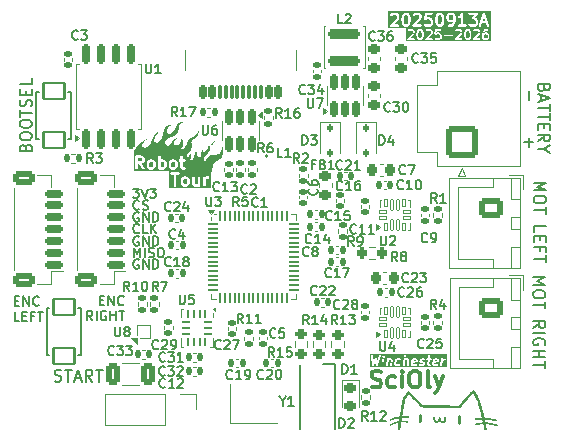
<source format=gbr>
%TF.GenerationSoftware,KiCad,Pcbnew,9.0.4*%
%TF.CreationDate,2025-09-14T23:12:39-04:00*%
%TF.ProjectId,rotour_v2,726f746f-7572-45f7-9632-2e6b69636164,20250913A*%
%TF.SameCoordinates,Original*%
%TF.FileFunction,Legend,Top*%
%TF.FilePolarity,Positive*%
%FSLAX46Y46*%
G04 Gerber Fmt 4.6, Leading zero omitted, Abs format (unit mm)*
G04 Created by KiCad (PCBNEW 9.0.4) date 2025-09-14 23:12:39*
%MOMM*%
%LPD*%
G01*
G04 APERTURE LIST*
G04 Aperture macros list*
%AMRoundRect*
0 Rectangle with rounded corners*
0 $1 Rounding radius*
0 $2 $3 $4 $5 $6 $7 $8 $9 X,Y pos of 4 corners*
0 Add a 4 corners polygon primitive as box body*
4,1,4,$2,$3,$4,$5,$6,$7,$8,$9,$2,$3,0*
0 Add four circle primitives for the rounded corners*
1,1,$1+$1,$2,$3*
1,1,$1+$1,$4,$5*
1,1,$1+$1,$6,$7*
1,1,$1+$1,$8,$9*
0 Add four rect primitives between the rounded corners*
20,1,$1+$1,$2,$3,$4,$5,0*
20,1,$1+$1,$4,$5,$6,$7,0*
20,1,$1+$1,$6,$7,$8,$9,0*
20,1,$1+$1,$8,$9,$2,$3,0*%
G04 Aperture macros list end*
%ADD10C,0.150000*%
%ADD11C,0.300000*%
%ADD12C,0.160000*%
%ADD13C,0.200000*%
%ADD14C,0.120000*%
%ADD15C,0.191421*%
%ADD16C,0.000000*%
%ADD17C,0.127000*%
%ADD18RoundRect,0.140000X-0.170000X0.140000X-0.170000X-0.140000X0.170000X-0.140000X0.170000X0.140000X0*%
%ADD19RoundRect,0.050000X-0.350000X-0.050000X0.350000X-0.050000X0.350000X0.050000X-0.350000X0.050000X0*%
%ADD20RoundRect,0.050000X-0.050000X-0.350000X0.050000X-0.350000X0.050000X0.350000X-0.050000X0.350000X0*%
%ADD21R,3.400000X3.400000*%
%ADD22RoundRect,0.140000X0.170000X-0.140000X0.170000X0.140000X-0.170000X0.140000X-0.170000X-0.140000X0*%
%ADD23RoundRect,0.135000X-0.185000X0.135000X-0.185000X-0.135000X0.185000X-0.135000X0.185000X0.135000X0*%
%ADD24RoundRect,0.140000X-0.140000X-0.170000X0.140000X-0.170000X0.140000X0.170000X-0.140000X0.170000X0*%
%ADD25C,2.200000*%
%ADD26R,0.470000X0.530000*%
%ADD27RoundRect,0.135000X0.185000X-0.135000X0.185000X0.135000X-0.185000X0.135000X-0.185000X-0.135000X0*%
%ADD28RoundRect,0.218750X-0.256250X0.218750X-0.256250X-0.218750X0.256250X-0.218750X0.256250X0.218750X0*%
%ADD29RoundRect,0.140000X0.140000X0.170000X-0.140000X0.170000X-0.140000X-0.170000X0.140000X-0.170000X0*%
%ADD30RoundRect,0.200000X0.200000X0.275000X-0.200000X0.275000X-0.200000X-0.275000X0.200000X-0.275000X0*%
%ADD31RoundRect,0.150000X0.150000X-0.512500X0.150000X0.512500X-0.150000X0.512500X-0.150000X-0.512500X0*%
%ADD32RoundRect,0.200000X1.150000X-0.200000X1.150000X0.200000X-1.150000X0.200000X-1.150000X-0.200000X0*%
%ADD33RoundRect,0.112500X-0.112500X0.187500X-0.112500X-0.187500X0.112500X-0.187500X0.112500X0.187500X0*%
%ADD34R,0.700000X1.700000*%
%ADD35RoundRect,0.200000X0.275000X-0.200000X0.275000X0.200000X-0.275000X0.200000X-0.275000X-0.200000X0*%
%ADD36RoundRect,0.225000X-0.250000X0.225000X-0.250000X-0.225000X0.250000X-0.225000X0.250000X0.225000X0*%
%ADD37C,0.240000*%
%ADD38RoundRect,0.135000X0.135000X0.185000X-0.135000X0.185000X-0.135000X-0.185000X0.135000X-0.185000X0*%
%ADD39RoundRect,0.037500X0.087500X-0.312500X0.087500X0.312500X-0.087500X0.312500X-0.087500X-0.312500X0*%
%ADD40RoundRect,0.037500X0.087500X-0.437500X0.087500X0.437500X-0.087500X0.437500X-0.087500X-0.437500X0*%
%ADD41RoundRect,0.037500X0.312500X-0.087500X0.312500X0.087500X-0.312500X0.087500X-0.312500X-0.087500X0*%
%ADD42RoundRect,0.037500X-0.312500X0.087500X-0.312500X-0.087500X0.312500X-0.087500X0.312500X0.087500X0*%
%ADD43RoundRect,0.150000X0.625000X-0.150000X0.625000X0.150000X-0.625000X0.150000X-0.625000X-0.150000X0*%
%ADD44RoundRect,0.250000X0.650000X-0.350000X0.650000X0.350000X-0.650000X0.350000X-0.650000X-0.350000X0*%
%ADD45RoundRect,0.250001X1.099999X-1.099999X1.099999X1.099999X-1.099999X1.099999X-1.099999X-1.099999X0*%
%ADD46C,2.700000*%
%ADD47RoundRect,0.250000X0.325000X0.650000X-0.325000X0.650000X-0.325000X-0.650000X0.325000X-0.650000X0*%
%ADD48C,0.650000*%
%ADD49RoundRect,0.150000X0.150000X0.425000X-0.150000X0.425000X-0.150000X-0.425000X0.150000X-0.425000X0*%
%ADD50RoundRect,0.075000X0.075000X0.500000X-0.075000X0.500000X-0.075000X-0.500000X0.075000X-0.500000X0*%
%ADD51O,1.000000X2.100000*%
%ADD52O,1.000000X1.800000*%
%ADD53RoundRect,0.162500X0.162500X-0.650000X0.162500X0.650000X-0.162500X0.650000X-0.162500X-0.650000X0*%
%ADD54RoundRect,0.135000X-0.135000X-0.185000X0.135000X-0.185000X0.135000X0.185000X-0.135000X0.185000X0*%
%ADD55R,1.000000X1.500000*%
%ADD56RoundRect,0.250000X-0.750000X0.600000X-0.750000X-0.600000X0.750000X-0.600000X0.750000X0.600000X0*%
%ADD57O,2.000000X1.700000*%
%ADD58RoundRect,0.150000X-0.150000X0.512500X-0.150000X-0.512500X0.150000X-0.512500X0.150000X0.512500X0*%
%ADD59RoundRect,0.218750X0.256250X-0.218750X0.256250X0.218750X-0.256250X0.218750X-0.256250X-0.218750X0*%
%ADD60RoundRect,0.102000X-0.900000X0.675000X-0.900000X-0.675000X0.900000X-0.675000X0.900000X0.675000X0*%
%ADD61RoundRect,0.225000X0.225000X0.250000X-0.225000X0.250000X-0.225000X-0.250000X0.225000X-0.250000X0*%
%ADD62R,1.700000X1.700000*%
%ADD63O,1.700000X1.700000*%
%ADD64RoundRect,0.225000X0.250000X-0.225000X0.250000X0.225000X-0.250000X0.225000X-0.250000X-0.225000X0*%
%ADD65RoundRect,0.062500X-0.062500X0.237500X-0.062500X-0.237500X0.062500X-0.237500X0.062500X0.237500X0*%
%ADD66RoundRect,0.062500X-0.237500X0.062500X-0.237500X-0.062500X0.237500X-0.062500X0.237500X0.062500X0*%
%ADD67R,1.400000X1.200000*%
G04 APERTURE END LIST*
G36*
X193420000Y-95190000D02*
G01*
X202090000Y-95190000D01*
X202090000Y-95230000D01*
X193420000Y-95230000D01*
X193420000Y-95190000D01*
G37*
G36*
X202050000Y-95190000D02*
G01*
X202090000Y-95190000D01*
X202090000Y-97740000D01*
X202050000Y-97740000D01*
X202050000Y-95190000D01*
G37*
G36*
X193420000Y-96590000D02*
G01*
X194920000Y-96590000D01*
X194920000Y-96630000D01*
X193420000Y-96630000D01*
X193420000Y-96590000D01*
G37*
G36*
X193420000Y-95190000D02*
G01*
X193460000Y-95190000D01*
X193460000Y-96630000D01*
X193420000Y-96630000D01*
X193420000Y-95190000D01*
G37*
G36*
X194910000Y-97700000D02*
G01*
X202090000Y-97700000D01*
X202090000Y-97740000D01*
X194910000Y-97740000D01*
X194910000Y-97700000D01*
G37*
G36*
X194910000Y-96620000D02*
G01*
X194950000Y-96620000D01*
X194950000Y-97740000D01*
X194910000Y-97740000D01*
X194910000Y-96620000D01*
G37*
D10*
X171787969Y-110212295D02*
X172283207Y-110212295D01*
X172283207Y-110212295D02*
X172016541Y-110517057D01*
X172016541Y-110517057D02*
X172130826Y-110517057D01*
X172130826Y-110517057D02*
X172207017Y-110555152D01*
X172207017Y-110555152D02*
X172245112Y-110593247D01*
X172245112Y-110593247D02*
X172283207Y-110669438D01*
X172283207Y-110669438D02*
X172283207Y-110859914D01*
X172283207Y-110859914D02*
X172245112Y-110936104D01*
X172245112Y-110936104D02*
X172207017Y-110974200D01*
X172207017Y-110974200D02*
X172130826Y-111012295D01*
X172130826Y-111012295D02*
X171902255Y-111012295D01*
X171902255Y-111012295D02*
X171826064Y-110974200D01*
X171826064Y-110974200D02*
X171787969Y-110936104D01*
X172511779Y-110212295D02*
X172778446Y-111012295D01*
X172778446Y-111012295D02*
X173045112Y-110212295D01*
X173235588Y-110212295D02*
X173730826Y-110212295D01*
X173730826Y-110212295D02*
X173464160Y-110517057D01*
X173464160Y-110517057D02*
X173578445Y-110517057D01*
X173578445Y-110517057D02*
X173654636Y-110555152D01*
X173654636Y-110555152D02*
X173692731Y-110593247D01*
X173692731Y-110593247D02*
X173730826Y-110669438D01*
X173730826Y-110669438D02*
X173730826Y-110859914D01*
X173730826Y-110859914D02*
X173692731Y-110936104D01*
X173692731Y-110936104D02*
X173654636Y-110974200D01*
X173654636Y-110974200D02*
X173578445Y-111012295D01*
X173578445Y-111012295D02*
X173349874Y-111012295D01*
X173349874Y-111012295D02*
X173273683Y-110974200D01*
X173273683Y-110974200D02*
X173235588Y-110936104D01*
X172283207Y-116250390D02*
X172207017Y-116212295D01*
X172207017Y-116212295D02*
X172092731Y-116212295D01*
X172092731Y-116212295D02*
X171978445Y-116250390D01*
X171978445Y-116250390D02*
X171902255Y-116326580D01*
X171902255Y-116326580D02*
X171864160Y-116402771D01*
X171864160Y-116402771D02*
X171826064Y-116555152D01*
X171826064Y-116555152D02*
X171826064Y-116669438D01*
X171826064Y-116669438D02*
X171864160Y-116821819D01*
X171864160Y-116821819D02*
X171902255Y-116898009D01*
X171902255Y-116898009D02*
X171978445Y-116974200D01*
X171978445Y-116974200D02*
X172092731Y-117012295D01*
X172092731Y-117012295D02*
X172168922Y-117012295D01*
X172168922Y-117012295D02*
X172283207Y-116974200D01*
X172283207Y-116974200D02*
X172321303Y-116936104D01*
X172321303Y-116936104D02*
X172321303Y-116669438D01*
X172321303Y-116669438D02*
X172168922Y-116669438D01*
X172664160Y-117012295D02*
X172664160Y-116212295D01*
X172664160Y-116212295D02*
X173121303Y-117012295D01*
X173121303Y-117012295D02*
X173121303Y-116212295D01*
X173502255Y-117012295D02*
X173502255Y-116212295D01*
X173502255Y-116212295D02*
X173692731Y-116212295D01*
X173692731Y-116212295D02*
X173807017Y-116250390D01*
X173807017Y-116250390D02*
X173883207Y-116326580D01*
X173883207Y-116326580D02*
X173921302Y-116402771D01*
X173921302Y-116402771D02*
X173959398Y-116555152D01*
X173959398Y-116555152D02*
X173959398Y-116669438D01*
X173959398Y-116669438D02*
X173921302Y-116821819D01*
X173921302Y-116821819D02*
X173883207Y-116898009D01*
X173883207Y-116898009D02*
X173807017Y-116974200D01*
X173807017Y-116974200D02*
X173692731Y-117012295D01*
X173692731Y-117012295D02*
X173502255Y-117012295D01*
X171864160Y-116012295D02*
X171864160Y-115212295D01*
X171864160Y-115212295D02*
X172130826Y-115783723D01*
X172130826Y-115783723D02*
X172397493Y-115212295D01*
X172397493Y-115212295D02*
X172397493Y-116012295D01*
X172778446Y-116012295D02*
X172778446Y-115212295D01*
X173121302Y-115974200D02*
X173235588Y-116012295D01*
X173235588Y-116012295D02*
X173426064Y-116012295D01*
X173426064Y-116012295D02*
X173502255Y-115974200D01*
X173502255Y-115974200D02*
X173540350Y-115936104D01*
X173540350Y-115936104D02*
X173578445Y-115859914D01*
X173578445Y-115859914D02*
X173578445Y-115783723D01*
X173578445Y-115783723D02*
X173540350Y-115707533D01*
X173540350Y-115707533D02*
X173502255Y-115669438D01*
X173502255Y-115669438D02*
X173426064Y-115631342D01*
X173426064Y-115631342D02*
X173273683Y-115593247D01*
X173273683Y-115593247D02*
X173197493Y-115555152D01*
X173197493Y-115555152D02*
X173159398Y-115517057D01*
X173159398Y-115517057D02*
X173121302Y-115440866D01*
X173121302Y-115440866D02*
X173121302Y-115364676D01*
X173121302Y-115364676D02*
X173159398Y-115288485D01*
X173159398Y-115288485D02*
X173197493Y-115250390D01*
X173197493Y-115250390D02*
X173273683Y-115212295D01*
X173273683Y-115212295D02*
X173464160Y-115212295D01*
X173464160Y-115212295D02*
X173578445Y-115250390D01*
X174073684Y-115212295D02*
X174226065Y-115212295D01*
X174226065Y-115212295D02*
X174302255Y-115250390D01*
X174302255Y-115250390D02*
X174378446Y-115326580D01*
X174378446Y-115326580D02*
X174416541Y-115478961D01*
X174416541Y-115478961D02*
X174416541Y-115745628D01*
X174416541Y-115745628D02*
X174378446Y-115898009D01*
X174378446Y-115898009D02*
X174302255Y-115974200D01*
X174302255Y-115974200D02*
X174226065Y-116012295D01*
X174226065Y-116012295D02*
X174073684Y-116012295D01*
X174073684Y-116012295D02*
X173997493Y-115974200D01*
X173997493Y-115974200D02*
X173921303Y-115898009D01*
X173921303Y-115898009D02*
X173883207Y-115745628D01*
X173883207Y-115745628D02*
X173883207Y-115478961D01*
X173883207Y-115478961D02*
X173921303Y-115326580D01*
X173921303Y-115326580D02*
X173997493Y-115250390D01*
X173997493Y-115250390D02*
X174073684Y-115212295D01*
X205326133Y-101919048D02*
X205326133Y-102680953D01*
D11*
X192008333Y-126990400D02*
X192208333Y-127057066D01*
X192208333Y-127057066D02*
X192541667Y-127057066D01*
X192541667Y-127057066D02*
X192675000Y-126990400D01*
X192675000Y-126990400D02*
X192741667Y-126923733D01*
X192741667Y-126923733D02*
X192808333Y-126790400D01*
X192808333Y-126790400D02*
X192808333Y-126657066D01*
X192808333Y-126657066D02*
X192741667Y-126523733D01*
X192741667Y-126523733D02*
X192675000Y-126457066D01*
X192675000Y-126457066D02*
X192541667Y-126390400D01*
X192541667Y-126390400D02*
X192275000Y-126323733D01*
X192275000Y-126323733D02*
X192141667Y-126257066D01*
X192141667Y-126257066D02*
X192075000Y-126190400D01*
X192075000Y-126190400D02*
X192008333Y-126057066D01*
X192008333Y-126057066D02*
X192008333Y-125923733D01*
X192008333Y-125923733D02*
X192075000Y-125790400D01*
X192075000Y-125790400D02*
X192141667Y-125723733D01*
X192141667Y-125723733D02*
X192275000Y-125657066D01*
X192275000Y-125657066D02*
X192608333Y-125657066D01*
X192608333Y-125657066D02*
X192808333Y-125723733D01*
X194008333Y-126990400D02*
X193875000Y-127057066D01*
X193875000Y-127057066D02*
X193608333Y-127057066D01*
X193608333Y-127057066D02*
X193475000Y-126990400D01*
X193475000Y-126990400D02*
X193408333Y-126923733D01*
X193408333Y-126923733D02*
X193341666Y-126790400D01*
X193341666Y-126790400D02*
X193341666Y-126390400D01*
X193341666Y-126390400D02*
X193408333Y-126257066D01*
X193408333Y-126257066D02*
X193475000Y-126190400D01*
X193475000Y-126190400D02*
X193608333Y-126123733D01*
X193608333Y-126123733D02*
X193875000Y-126123733D01*
X193875000Y-126123733D02*
X194008333Y-126190400D01*
X194608333Y-127057066D02*
X194608333Y-126123733D01*
X194608333Y-125657066D02*
X194541666Y-125723733D01*
X194541666Y-125723733D02*
X194608333Y-125790400D01*
X194608333Y-125790400D02*
X194675000Y-125723733D01*
X194675000Y-125723733D02*
X194608333Y-125657066D01*
X194608333Y-125657066D02*
X194608333Y-125790400D01*
X195541667Y-125657066D02*
X195808333Y-125657066D01*
X195808333Y-125657066D02*
X195941667Y-125723733D01*
X195941667Y-125723733D02*
X196075000Y-125857066D01*
X196075000Y-125857066D02*
X196141667Y-126123733D01*
X196141667Y-126123733D02*
X196141667Y-126590400D01*
X196141667Y-126590400D02*
X196075000Y-126857066D01*
X196075000Y-126857066D02*
X195941667Y-126990400D01*
X195941667Y-126990400D02*
X195808333Y-127057066D01*
X195808333Y-127057066D02*
X195541667Y-127057066D01*
X195541667Y-127057066D02*
X195408333Y-126990400D01*
X195408333Y-126990400D02*
X195275000Y-126857066D01*
X195275000Y-126857066D02*
X195208333Y-126590400D01*
X195208333Y-126590400D02*
X195208333Y-126123733D01*
X195208333Y-126123733D02*
X195275000Y-125857066D01*
X195275000Y-125857066D02*
X195408333Y-125723733D01*
X195408333Y-125723733D02*
X195541667Y-125657066D01*
X196941667Y-127057066D02*
X196808334Y-126990400D01*
X196808334Y-126990400D02*
X196741667Y-126857066D01*
X196741667Y-126857066D02*
X196741667Y-125657066D01*
X197341667Y-126123733D02*
X197675000Y-127057066D01*
X198008333Y-126123733D02*
X197675000Y-127057066D01*
X197675000Y-127057066D02*
X197541667Y-127390400D01*
X197541667Y-127390400D02*
X197475000Y-127457066D01*
X197475000Y-127457066D02*
X197341667Y-127523733D01*
D10*
X172321303Y-113936104D02*
X172283207Y-113974200D01*
X172283207Y-113974200D02*
X172168922Y-114012295D01*
X172168922Y-114012295D02*
X172092731Y-114012295D01*
X172092731Y-114012295D02*
X171978445Y-113974200D01*
X171978445Y-113974200D02*
X171902255Y-113898009D01*
X171902255Y-113898009D02*
X171864160Y-113821819D01*
X171864160Y-113821819D02*
X171826064Y-113669438D01*
X171826064Y-113669438D02*
X171826064Y-113555152D01*
X171826064Y-113555152D02*
X171864160Y-113402771D01*
X171864160Y-113402771D02*
X171902255Y-113326580D01*
X171902255Y-113326580D02*
X171978445Y-113250390D01*
X171978445Y-113250390D02*
X172092731Y-113212295D01*
X172092731Y-113212295D02*
X172168922Y-113212295D01*
X172168922Y-113212295D02*
X172283207Y-113250390D01*
X172283207Y-113250390D02*
X172321303Y-113288485D01*
X173045112Y-114012295D02*
X172664160Y-114012295D01*
X172664160Y-114012295D02*
X172664160Y-113212295D01*
X173311779Y-114012295D02*
X173311779Y-113212295D01*
X173768922Y-114012295D02*
X173426064Y-113555152D01*
X173768922Y-113212295D02*
X173311779Y-113669438D01*
X205326133Y-105919048D02*
X205326133Y-106680953D01*
X204945180Y-106300000D02*
X205707085Y-106300000D01*
D12*
G36*
X195741652Y-124747910D02*
G01*
X195752402Y-124776575D01*
X195527605Y-124820437D01*
X195530764Y-124795162D01*
X195556555Y-124753898D01*
X195600026Y-124733441D01*
X195714523Y-124733441D01*
X195741652Y-124747910D01*
G37*
G36*
X197532128Y-124747910D02*
G01*
X197542878Y-124776575D01*
X197318081Y-124820437D01*
X197321240Y-124795162D01*
X197347031Y-124753898D01*
X197390502Y-124733441D01*
X197504999Y-124733441D01*
X197532128Y-124747910D01*
G37*
G36*
X198378066Y-125355664D02*
G01*
X191865914Y-125355664D01*
X191865914Y-124380085D01*
X191954803Y-124380085D01*
X191955030Y-124395765D01*
X192045507Y-125195765D01*
X192046814Y-125201877D01*
X192046854Y-125203901D01*
X192047624Y-125205664D01*
X192048788Y-125211101D01*
X192054571Y-125221555D01*
X192059357Y-125232503D01*
X192062072Y-125235115D01*
X192063898Y-125238415D01*
X192073246Y-125245863D01*
X192081853Y-125254142D01*
X192085362Y-125255516D01*
X192088311Y-125257866D01*
X192099791Y-125261168D01*
X192110917Y-125265526D01*
X192114687Y-125265452D01*
X192118310Y-125266495D01*
X192130178Y-125265152D01*
X192142126Y-125264921D01*
X192145581Y-125263410D01*
X192149326Y-125262987D01*
X192159780Y-125257203D01*
X192170728Y-125252418D01*
X192173340Y-125249702D01*
X192176640Y-125247877D01*
X192184088Y-125238528D01*
X192192367Y-125229922D01*
X192194892Y-125224968D01*
X192196091Y-125223464D01*
X192196649Y-125221520D01*
X192199490Y-125215950D01*
X192312294Y-124927938D01*
X192350552Y-125197997D01*
X192351979Y-125203858D01*
X192352068Y-125205850D01*
X192352896Y-125207623D01*
X192354263Y-125213234D01*
X192360273Y-125223412D01*
X192365281Y-125234130D01*
X192368155Y-125236759D01*
X192370135Y-125240112D01*
X192379589Y-125247219D01*
X192388312Y-125255200D01*
X192391970Y-125256528D01*
X192395085Y-125258870D01*
X192406545Y-125261820D01*
X192417652Y-125265853D01*
X192421539Y-125265680D01*
X192425314Y-125266652D01*
X192437029Y-125264992D01*
X192448836Y-125264468D01*
X192452362Y-125262820D01*
X192456219Y-125262274D01*
X192466403Y-125256260D01*
X192477116Y-125251255D01*
X192479743Y-125248382D01*
X192483098Y-125246402D01*
X192490210Y-125236942D01*
X192498186Y-125228224D01*
X192500677Y-125223018D01*
X192501856Y-125221452D01*
X192502353Y-125219519D01*
X192504958Y-125214079D01*
X192512783Y-125192529D01*
X192845207Y-125192529D01*
X192853483Y-125222627D01*
X192872647Y-125247267D01*
X192899781Y-125262696D01*
X192930754Y-125266568D01*
X192960852Y-125258292D01*
X192985492Y-125239128D01*
X193000921Y-125211994D01*
X193004382Y-125196698D01*
X193004903Y-125192529D01*
X193226159Y-125192529D01*
X193234435Y-125222627D01*
X193253599Y-125247267D01*
X193280733Y-125262696D01*
X193311706Y-125266568D01*
X193341804Y-125258292D01*
X193366444Y-125239128D01*
X193381873Y-125211994D01*
X193385334Y-125196698D01*
X193438742Y-124769426D01*
X193450469Y-124759002D01*
X193504787Y-124733441D01*
X193581189Y-124733441D01*
X193608318Y-124747910D01*
X193619363Y-124777362D01*
X193569427Y-125176852D01*
X193569016Y-125192529D01*
X193577292Y-125222627D01*
X193596456Y-125247266D01*
X193623590Y-125262696D01*
X193654563Y-125266568D01*
X193684661Y-125258292D01*
X193709300Y-125239128D01*
X193724730Y-125211994D01*
X193728191Y-125196698D01*
X193747760Y-125040148D01*
X193930921Y-125040148D01*
X193931890Y-125043675D01*
X193931767Y-125047332D01*
X193935808Y-125062485D01*
X193964380Y-125138674D01*
X193969434Y-125148955D01*
X193969959Y-125150506D01*
X193970720Y-125151570D01*
X193971299Y-125152748D01*
X193972417Y-125153945D01*
X193979079Y-125163263D01*
X194012412Y-125201359D01*
X194020921Y-125209347D01*
X194021925Y-125210568D01*
X194022948Y-125211250D01*
X194023846Y-125212093D01*
X194025262Y-125212793D01*
X194034972Y-125219268D01*
X194106402Y-125257364D01*
X194120896Y-125263352D01*
X194124809Y-125263733D01*
X194128441Y-125265238D01*
X194144048Y-125266775D01*
X194296428Y-125266775D01*
X194312035Y-125265238D01*
X194313804Y-125264505D01*
X194315715Y-125264415D01*
X194330491Y-125259161D01*
X194411445Y-125221065D01*
X194424912Y-125213029D01*
X194443566Y-125192529D01*
X194635683Y-125192529D01*
X194643959Y-125222627D01*
X194663123Y-125247266D01*
X194690257Y-125262696D01*
X194721230Y-125266568D01*
X194751328Y-125258292D01*
X194775967Y-125239128D01*
X194791397Y-125211994D01*
X194794858Y-125196698D01*
X194848267Y-124769425D01*
X194859993Y-124759002D01*
X194914311Y-124733441D01*
X194990713Y-124733441D01*
X195017842Y-124747910D01*
X195028887Y-124777362D01*
X194978951Y-125176852D01*
X194978540Y-125192529D01*
X194986816Y-125222627D01*
X195005980Y-125247266D01*
X195033114Y-125262696D01*
X195064087Y-125266568D01*
X195094185Y-125258292D01*
X195118824Y-125239128D01*
X195134254Y-125211994D01*
X195137715Y-125196698D01*
X195152522Y-125078243D01*
X195335683Y-125078243D01*
X195336652Y-125081770D01*
X195336529Y-125085426D01*
X195340570Y-125100579D01*
X195369142Y-125176770D01*
X195372916Y-125184447D01*
X195373528Y-125186457D01*
X195374463Y-125187595D01*
X195376061Y-125190844D01*
X195385012Y-125200423D01*
X195393353Y-125210568D01*
X195396370Y-125212579D01*
X195397372Y-125213652D01*
X195399277Y-125214517D01*
X195406401Y-125219268D01*
X195477829Y-125257363D01*
X195492323Y-125263352D01*
X195496237Y-125263733D01*
X195499869Y-125265238D01*
X195515476Y-125266775D01*
X195667857Y-125266775D01*
X195683464Y-125265238D01*
X195685233Y-125264505D01*
X195687144Y-125264415D01*
X195701920Y-125259161D01*
X195782874Y-125221065D01*
X195796341Y-125213029D01*
X195817349Y-125189942D01*
X195827922Y-125160573D01*
X195827734Y-125156595D01*
X196012058Y-125156595D01*
X196021147Y-125186457D01*
X196040972Y-125210568D01*
X196054019Y-125219268D01*
X196125449Y-125257364D01*
X196139943Y-125263352D01*
X196143856Y-125263733D01*
X196147488Y-125265238D01*
X196163095Y-125266775D01*
X196315476Y-125266775D01*
X196331083Y-125265238D01*
X196332852Y-125264505D01*
X196334764Y-125264415D01*
X196349540Y-125259161D01*
X196430492Y-125221065D01*
X196443959Y-125213029D01*
X196448816Y-125207690D01*
X196454693Y-125203500D01*
X196464268Y-125191080D01*
X196511887Y-125114889D01*
X196518855Y-125100839D01*
X196519133Y-125099175D01*
X196519968Y-125097708D01*
X196523429Y-125082412D01*
X196528191Y-125044318D01*
X196528602Y-125028640D01*
X196527632Y-125025112D01*
X196527756Y-125021458D01*
X196523716Y-125006305D01*
X196495145Y-124930114D01*
X196491368Y-124922432D01*
X196490758Y-124920426D01*
X196489823Y-124919289D01*
X196488226Y-124916040D01*
X196479270Y-124906454D01*
X196470933Y-124896315D01*
X196467918Y-124894305D01*
X196466915Y-124893231D01*
X196465006Y-124892363D01*
X196457885Y-124887615D01*
X196386456Y-124849520D01*
X196371961Y-124843531D01*
X196368047Y-124843149D01*
X196364416Y-124841645D01*
X196348809Y-124840108D01*
X196254523Y-124840108D01*
X196227395Y-124825640D01*
X196216350Y-124796186D01*
X196216478Y-124795162D01*
X196242269Y-124753898D01*
X196285740Y-124733441D01*
X196362142Y-124733441D01*
X196415923Y-124762125D01*
X196430417Y-124768113D01*
X196461484Y-124771145D01*
X196491347Y-124762057D01*
X196515458Y-124742232D01*
X196530147Y-124714691D01*
X196533179Y-124683623D01*
X196524091Y-124653761D01*
X196510995Y-124637834D01*
X196646537Y-124637834D01*
X196646537Y-124669048D01*
X196658482Y-124697887D01*
X196680554Y-124719959D01*
X196709393Y-124731904D01*
X196725000Y-124733441D01*
X196748664Y-124733441D01*
X196707523Y-125062566D01*
X196707112Y-125078243D01*
X196708081Y-125081770D01*
X196707958Y-125085425D01*
X196711998Y-125100578D01*
X196740570Y-125176770D01*
X196744346Y-125184451D01*
X196744957Y-125186457D01*
X196745891Y-125187593D01*
X196747489Y-125190843D01*
X196756447Y-125200431D01*
X196764782Y-125210568D01*
X196767794Y-125212576D01*
X196768799Y-125213652D01*
X196770708Y-125214520D01*
X196777829Y-125219268D01*
X196849259Y-125257364D01*
X196863753Y-125263352D01*
X196867666Y-125263733D01*
X196871298Y-125265238D01*
X196886905Y-125266775D01*
X196963095Y-125266775D01*
X196978702Y-125265238D01*
X197007541Y-125253293D01*
X197029613Y-125231221D01*
X197041558Y-125202382D01*
X197041558Y-125171168D01*
X197029613Y-125142329D01*
X197007541Y-125120257D01*
X196978702Y-125108312D01*
X196963095Y-125106775D01*
X196906904Y-125106775D01*
X196879776Y-125092307D01*
X196874502Y-125078243D01*
X197126159Y-125078243D01*
X197127128Y-125081770D01*
X197127005Y-125085426D01*
X197131046Y-125100579D01*
X197159618Y-125176770D01*
X197163392Y-125184447D01*
X197164004Y-125186457D01*
X197164939Y-125187595D01*
X197166537Y-125190844D01*
X197175488Y-125200423D01*
X197183829Y-125210568D01*
X197186846Y-125212579D01*
X197187848Y-125213652D01*
X197189753Y-125214517D01*
X197196877Y-125219268D01*
X197268305Y-125257363D01*
X197282799Y-125263352D01*
X197286713Y-125263733D01*
X197290345Y-125265238D01*
X197305952Y-125266775D01*
X197458333Y-125266775D01*
X197473940Y-125265238D01*
X197475709Y-125264505D01*
X197477620Y-125264415D01*
X197492396Y-125259161D01*
X197573350Y-125221065D01*
X197586817Y-125213029D01*
X197605471Y-125192529D01*
X197835683Y-125192529D01*
X197843959Y-125222627D01*
X197863123Y-125247267D01*
X197890257Y-125262696D01*
X197921230Y-125266568D01*
X197951328Y-125258292D01*
X197975968Y-125239128D01*
X197991397Y-125211994D01*
X197994858Y-125196698D01*
X198040287Y-124833258D01*
X198072458Y-124781784D01*
X198098088Y-124759002D01*
X198152406Y-124733441D01*
X198210714Y-124733441D01*
X198226321Y-124731904D01*
X198255160Y-124719959D01*
X198277232Y-124697887D01*
X198289177Y-124669048D01*
X198289177Y-124637834D01*
X198277232Y-124608995D01*
X198255160Y-124586923D01*
X198226321Y-124574978D01*
X198210714Y-124573441D01*
X198134523Y-124573441D01*
X198118916Y-124574978D01*
X198117147Y-124575710D01*
X198115234Y-124575801D01*
X198100459Y-124581056D01*
X198045397Y-124606967D01*
X198034495Y-124592950D01*
X198007360Y-124577520D01*
X197976387Y-124573649D01*
X197946290Y-124581924D01*
X197921650Y-124601088D01*
X197906221Y-124628223D01*
X197902760Y-124643519D01*
X197836094Y-125176852D01*
X197835683Y-125192529D01*
X197605471Y-125192529D01*
X197607825Y-125189942D01*
X197618398Y-125160573D01*
X197616927Y-125129392D01*
X197603636Y-125101149D01*
X197580549Y-125080141D01*
X197551179Y-125069568D01*
X197519999Y-125071039D01*
X197505223Y-125076294D01*
X197440450Y-125106775D01*
X197325952Y-125106775D01*
X197298823Y-125092306D01*
X197287778Y-125062854D01*
X197297194Y-124987529D01*
X197630797Y-124922437D01*
X197645821Y-124917940D01*
X197648374Y-124916247D01*
X197651328Y-124915435D01*
X197661300Y-124907678D01*
X197671838Y-124900693D01*
X197673550Y-124898150D01*
X197675967Y-124896271D01*
X197682210Y-124885291D01*
X197689275Y-124874802D01*
X197689883Y-124871797D01*
X197691397Y-124869137D01*
X197694858Y-124853841D01*
X197704382Y-124777650D01*
X197704793Y-124761973D01*
X197703823Y-124758445D01*
X197703947Y-124754789D01*
X197699906Y-124739636D01*
X197671334Y-124663446D01*
X197667558Y-124655766D01*
X197666948Y-124653761D01*
X197666013Y-124652624D01*
X197664415Y-124649373D01*
X197655454Y-124639782D01*
X197647123Y-124629650D01*
X197644109Y-124627640D01*
X197643104Y-124626564D01*
X197641193Y-124625695D01*
X197634076Y-124620949D01*
X197562648Y-124582853D01*
X197548154Y-124576865D01*
X197544240Y-124576483D01*
X197540607Y-124574978D01*
X197525000Y-124573441D01*
X197372619Y-124573441D01*
X197357012Y-124574978D01*
X197355243Y-124575710D01*
X197353330Y-124575801D01*
X197338555Y-124581056D01*
X197257603Y-124619152D01*
X197244136Y-124627188D01*
X197239279Y-124632525D01*
X197233402Y-124636717D01*
X197223827Y-124649137D01*
X197176208Y-124725327D01*
X197169240Y-124739376D01*
X197168961Y-124741040D01*
X197168127Y-124742508D01*
X197164666Y-124757804D01*
X197126570Y-125062566D01*
X197126159Y-125078243D01*
X196874502Y-125078243D01*
X196868731Y-125062853D01*
X196909908Y-124733441D01*
X197029762Y-124733441D01*
X197045369Y-124731904D01*
X197074208Y-124719959D01*
X197096280Y-124697887D01*
X197108225Y-124669048D01*
X197108225Y-124637834D01*
X197096280Y-124608995D01*
X197074208Y-124586923D01*
X197045369Y-124574978D01*
X197029762Y-124573441D01*
X196929908Y-124573441D01*
X196952001Y-124396698D01*
X196952412Y-124381021D01*
X196944136Y-124350923D01*
X196924972Y-124326284D01*
X196897838Y-124310854D01*
X196866865Y-124306982D01*
X196836767Y-124315258D01*
X196812127Y-124334422D01*
X196796698Y-124361557D01*
X196793237Y-124376853D01*
X196768664Y-124573441D01*
X196725000Y-124573441D01*
X196709393Y-124574978D01*
X196680554Y-124586923D01*
X196658482Y-124608995D01*
X196646537Y-124637834D01*
X196510995Y-124637834D01*
X196504266Y-124629650D01*
X196491219Y-124620949D01*
X196419791Y-124582853D01*
X196405297Y-124576865D01*
X196401383Y-124576483D01*
X196397750Y-124574978D01*
X196382143Y-124573441D01*
X196267857Y-124573441D01*
X196252250Y-124574978D01*
X196250481Y-124575710D01*
X196248568Y-124575801D01*
X196233793Y-124581056D01*
X196152841Y-124619152D01*
X196139374Y-124627188D01*
X196134517Y-124632525D01*
X196128640Y-124636717D01*
X196119065Y-124649137D01*
X196071446Y-124725327D01*
X196064478Y-124739376D01*
X196064198Y-124741042D01*
X196063365Y-124742509D01*
X196059904Y-124757804D01*
X196055142Y-124795899D01*
X196054731Y-124811576D01*
X196055700Y-124815103D01*
X196055577Y-124818758D01*
X196059617Y-124833911D01*
X196088189Y-124910103D01*
X196091965Y-124917784D01*
X196092576Y-124919790D01*
X196093510Y-124920926D01*
X196095108Y-124924176D01*
X196104066Y-124933764D01*
X196112401Y-124943901D01*
X196115413Y-124945909D01*
X196116418Y-124946985D01*
X196118327Y-124947853D01*
X196125448Y-124952601D01*
X196196878Y-124990697D01*
X196211372Y-124996685D01*
X196215285Y-124997066D01*
X196218917Y-124998571D01*
X196234524Y-125000108D01*
X196328810Y-125000108D01*
X196355937Y-125014576D01*
X196366982Y-125044028D01*
X196366854Y-125045053D01*
X196341064Y-125086317D01*
X196297592Y-125106775D01*
X196183094Y-125106775D01*
X196129313Y-125078092D01*
X196114818Y-125072103D01*
X196083751Y-125069072D01*
X196053889Y-125078161D01*
X196029778Y-125097986D01*
X196015089Y-125125528D01*
X196012058Y-125156595D01*
X195827734Y-125156595D01*
X195826451Y-125129392D01*
X195813160Y-125101149D01*
X195790073Y-125080141D01*
X195760703Y-125069568D01*
X195729523Y-125071039D01*
X195714747Y-125076294D01*
X195649974Y-125106775D01*
X195535476Y-125106775D01*
X195508347Y-125092306D01*
X195497302Y-125062854D01*
X195506718Y-124987529D01*
X195840321Y-124922437D01*
X195855345Y-124917940D01*
X195857898Y-124916247D01*
X195860852Y-124915435D01*
X195870824Y-124907678D01*
X195881362Y-124900693D01*
X195883074Y-124898150D01*
X195885491Y-124896271D01*
X195891734Y-124885291D01*
X195898799Y-124874802D01*
X195899407Y-124871797D01*
X195900921Y-124869137D01*
X195904382Y-124853841D01*
X195913906Y-124777650D01*
X195914317Y-124761973D01*
X195913347Y-124758445D01*
X195913471Y-124754789D01*
X195909430Y-124739636D01*
X195880858Y-124663446D01*
X195877082Y-124655766D01*
X195876472Y-124653761D01*
X195875537Y-124652624D01*
X195873939Y-124649373D01*
X195864978Y-124639782D01*
X195856647Y-124629650D01*
X195853633Y-124627640D01*
X195852628Y-124626564D01*
X195850717Y-124625695D01*
X195843600Y-124620949D01*
X195772172Y-124582853D01*
X195757678Y-124576865D01*
X195753764Y-124576483D01*
X195750131Y-124574978D01*
X195734524Y-124573441D01*
X195582143Y-124573441D01*
X195566536Y-124574978D01*
X195564767Y-124575710D01*
X195562854Y-124575801D01*
X195548079Y-124581056D01*
X195467127Y-124619152D01*
X195453660Y-124627188D01*
X195448803Y-124632525D01*
X195442926Y-124636717D01*
X195433351Y-124649137D01*
X195385732Y-124725327D01*
X195378764Y-124739376D01*
X195378485Y-124741040D01*
X195377651Y-124742508D01*
X195374190Y-124757804D01*
X195336094Y-125062566D01*
X195335683Y-125078243D01*
X195152522Y-125078243D01*
X195190096Y-124777650D01*
X195190507Y-124761973D01*
X195189537Y-124758445D01*
X195189661Y-124754789D01*
X195185620Y-124739636D01*
X195157048Y-124663446D01*
X195153272Y-124655766D01*
X195152662Y-124653761D01*
X195151727Y-124652624D01*
X195150129Y-124649373D01*
X195141168Y-124639782D01*
X195132837Y-124629650D01*
X195129823Y-124627640D01*
X195128818Y-124626564D01*
X195126907Y-124625695D01*
X195119790Y-124620949D01*
X195048362Y-124582853D01*
X195033868Y-124576865D01*
X195029954Y-124576483D01*
X195026321Y-124574978D01*
X195010714Y-124573441D01*
X194896428Y-124573441D01*
X194880821Y-124574978D01*
X194879052Y-124575710D01*
X194877139Y-124575801D01*
X194872252Y-124577538D01*
X194894858Y-124396698D01*
X194895269Y-124381020D01*
X194886993Y-124350923D01*
X194867829Y-124326283D01*
X194840695Y-124310853D01*
X194809722Y-124306982D01*
X194779624Y-124315258D01*
X194754985Y-124334421D01*
X194739555Y-124361556D01*
X194736094Y-124376852D01*
X194636094Y-125176852D01*
X194635683Y-125192529D01*
X194443566Y-125192529D01*
X194445920Y-125189942D01*
X194456493Y-125160573D01*
X194455022Y-125129392D01*
X194441731Y-125101149D01*
X194418644Y-125080141D01*
X194389274Y-125069568D01*
X194358094Y-125071039D01*
X194343318Y-125076294D01*
X194278545Y-125106775D01*
X194164047Y-125106775D01*
X194123185Y-125084982D01*
X194109080Y-125068861D01*
X194092540Y-125024758D01*
X194116478Y-124833257D01*
X194148649Y-124781784D01*
X194174279Y-124759002D01*
X194228597Y-124733441D01*
X194343095Y-124733441D01*
X194396876Y-124762125D01*
X194411371Y-124768113D01*
X194442438Y-124771145D01*
X194472300Y-124762057D01*
X194496411Y-124742232D01*
X194511100Y-124714690D01*
X194514132Y-124683623D01*
X194505044Y-124653761D01*
X194485219Y-124629650D01*
X194472171Y-124620949D01*
X194400742Y-124582853D01*
X194386248Y-124576865D01*
X194382336Y-124576483D01*
X194378702Y-124574978D01*
X194363095Y-124573441D01*
X194210714Y-124573441D01*
X194195107Y-124574978D01*
X194193338Y-124575710D01*
X194191425Y-124575801D01*
X194176650Y-124581056D01*
X194095698Y-124619152D01*
X194091086Y-124621903D01*
X194089299Y-124622524D01*
X194085866Y-124625018D01*
X194082231Y-124627188D01*
X194080960Y-124628584D01*
X194076613Y-124631744D01*
X194033756Y-124669839D01*
X194030166Y-124673723D01*
X194028640Y-124674812D01*
X194026021Y-124678208D01*
X194023112Y-124681357D01*
X194022294Y-124683042D01*
X194019065Y-124687232D01*
X193971446Y-124763422D01*
X193964478Y-124777471D01*
X193964199Y-124779135D01*
X193963365Y-124780603D01*
X193959904Y-124795899D01*
X193931332Y-125024471D01*
X193930921Y-125040148D01*
X193747760Y-125040148D01*
X193780572Y-124777650D01*
X193780983Y-124761973D01*
X193780013Y-124758445D01*
X193780137Y-124754789D01*
X193776096Y-124739636D01*
X193747524Y-124663446D01*
X193743748Y-124655766D01*
X193743138Y-124653761D01*
X193742203Y-124652624D01*
X193740605Y-124649373D01*
X193731644Y-124639782D01*
X193723313Y-124629650D01*
X193720299Y-124627640D01*
X193719294Y-124626564D01*
X193717383Y-124625695D01*
X193710266Y-124620949D01*
X193638838Y-124582853D01*
X193624344Y-124576865D01*
X193620430Y-124576483D01*
X193616797Y-124574978D01*
X193601190Y-124573441D01*
X193486904Y-124573441D01*
X193471297Y-124574978D01*
X193469528Y-124575710D01*
X193467615Y-124575801D01*
X193452840Y-124581056D01*
X193425666Y-124593843D01*
X193424971Y-124592950D01*
X193397836Y-124577520D01*
X193366863Y-124573649D01*
X193336766Y-124581924D01*
X193312126Y-124601088D01*
X193296697Y-124628223D01*
X193293236Y-124643519D01*
X193226570Y-125176852D01*
X193226159Y-125192529D01*
X193004903Y-125192529D01*
X193071048Y-124663364D01*
X193071459Y-124647687D01*
X193063183Y-124617589D01*
X193044019Y-124592950D01*
X193016884Y-124577520D01*
X192985911Y-124573649D01*
X192955814Y-124581924D01*
X192931174Y-124601088D01*
X192915745Y-124628223D01*
X192912284Y-124643519D01*
X192845618Y-125176852D01*
X192845207Y-125192529D01*
X192512783Y-125192529D01*
X192787757Y-124435223D01*
X192902815Y-124435223D01*
X192902916Y-124435523D01*
X192902898Y-124435843D01*
X192907921Y-124450321D01*
X192912816Y-124464793D01*
X192913062Y-124465137D01*
X192913130Y-124465333D01*
X192913498Y-124465747D01*
X192921937Y-124477550D01*
X192955270Y-124515645D01*
X192961853Y-124521824D01*
X192963122Y-124523456D01*
X192964312Y-124524132D01*
X192966704Y-124526378D01*
X192966988Y-124526518D01*
X192967201Y-124526758D01*
X192978927Y-124532443D01*
X192990257Y-124538886D01*
X192992582Y-124539176D01*
X192994684Y-124540216D01*
X192995001Y-124540237D01*
X192995288Y-124540376D01*
X193008303Y-124541142D01*
X193021230Y-124542758D01*
X193023488Y-124542136D01*
X193025829Y-124542293D01*
X193026129Y-124542191D01*
X193026449Y-124542210D01*
X193038769Y-124537935D01*
X193051328Y-124534482D01*
X193053178Y-124533042D01*
X193055398Y-124532292D01*
X193055637Y-124532082D01*
X193055939Y-124531978D01*
X193068625Y-124522758D01*
X193111482Y-124484663D01*
X193121331Y-124474004D01*
X193121746Y-124473642D01*
X193121837Y-124473457D01*
X193122126Y-124473145D01*
X193128847Y-124459283D01*
X193135584Y-124445662D01*
X193135605Y-124445346D01*
X193135745Y-124445058D01*
X193136647Y-124429708D01*
X193137661Y-124414517D01*
X193137559Y-124414216D01*
X193137578Y-124413897D01*
X193132554Y-124399418D01*
X193127660Y-124384947D01*
X193127413Y-124384602D01*
X193127346Y-124384407D01*
X193126977Y-124383992D01*
X193118539Y-124372189D01*
X193085206Y-124334095D01*
X193078621Y-124327913D01*
X193077354Y-124326284D01*
X193076166Y-124325608D01*
X193073772Y-124323361D01*
X193073488Y-124323220D01*
X193073276Y-124322982D01*
X193061540Y-124317291D01*
X193050219Y-124310854D01*
X193047893Y-124310563D01*
X193045792Y-124309524D01*
X193045476Y-124309502D01*
X193045188Y-124309363D01*
X193032163Y-124308596D01*
X193019246Y-124306982D01*
X193016987Y-124307603D01*
X193014647Y-124307447D01*
X193014346Y-124307548D01*
X193014028Y-124307530D01*
X193001708Y-124311804D01*
X192989148Y-124315258D01*
X192987298Y-124316696D01*
X192985077Y-124317448D01*
X192984837Y-124317657D01*
X192984537Y-124317762D01*
X192971851Y-124326982D01*
X192928994Y-124365077D01*
X192919148Y-124375730D01*
X192918729Y-124376098D01*
X192918636Y-124376284D01*
X192918350Y-124376595D01*
X192911678Y-124390355D01*
X192904892Y-124404078D01*
X192904870Y-124404395D01*
X192904732Y-124404682D01*
X192903832Y-124419967D01*
X192902815Y-124435223D01*
X192787757Y-124435223D01*
X192795434Y-124414079D01*
X192799316Y-124398884D01*
X192797931Y-124367700D01*
X192784717Y-124339420D01*
X192761687Y-124318350D01*
X192732347Y-124307697D01*
X192701163Y-124309082D01*
X192672883Y-124322296D01*
X192651813Y-124345326D01*
X192645041Y-124359472D01*
X192463995Y-124858086D01*
X192428018Y-124604125D01*
X192426987Y-124599893D01*
X192426955Y-124598220D01*
X192426107Y-124596281D01*
X192424307Y-124588888D01*
X192418795Y-124579554D01*
X192414452Y-124569618D01*
X192410924Y-124566224D01*
X192408435Y-124562009D01*
X192399765Y-124555491D01*
X192391956Y-124547979D01*
X192387400Y-124546194D01*
X192383485Y-124543251D01*
X192372984Y-124540548D01*
X192362892Y-124536595D01*
X192357995Y-124536689D01*
X192353256Y-124535470D01*
X192342527Y-124536989D01*
X192331683Y-124537200D01*
X192327195Y-124539161D01*
X192322351Y-124539848D01*
X192313017Y-124545359D01*
X192303081Y-124549703D01*
X192299687Y-124553230D01*
X192295472Y-124555720D01*
X192288954Y-124564389D01*
X192281442Y-124572199D01*
X192277985Y-124578978D01*
X192276714Y-124580670D01*
X192276296Y-124582292D01*
X192274319Y-124586171D01*
X192168220Y-124857061D01*
X192114016Y-124377785D01*
X192110735Y-124362449D01*
X192095625Y-124335135D01*
X192071212Y-124315684D01*
X192041213Y-124307055D01*
X192010197Y-124310563D01*
X191982883Y-124325673D01*
X191963432Y-124350086D01*
X191954803Y-124380085D01*
X191865914Y-124380085D01*
X191865914Y-124218093D01*
X198378066Y-124218093D01*
X198378066Y-125355664D01*
G37*
D10*
X161789160Y-119724270D02*
X162055826Y-119724270D01*
X162170112Y-120143318D02*
X161789160Y-120143318D01*
X161789160Y-120143318D02*
X161789160Y-119343318D01*
X161789160Y-119343318D02*
X162170112Y-119343318D01*
X162512970Y-120143318D02*
X162512970Y-119343318D01*
X162512970Y-119343318D02*
X162970113Y-120143318D01*
X162970113Y-120143318D02*
X162970113Y-119343318D01*
X163808208Y-120067127D02*
X163770112Y-120105223D01*
X163770112Y-120105223D02*
X163655827Y-120143318D01*
X163655827Y-120143318D02*
X163579636Y-120143318D01*
X163579636Y-120143318D02*
X163465350Y-120105223D01*
X163465350Y-120105223D02*
X163389160Y-120029032D01*
X163389160Y-120029032D02*
X163351065Y-119952842D01*
X163351065Y-119952842D02*
X163312969Y-119800461D01*
X163312969Y-119800461D02*
X163312969Y-119686175D01*
X163312969Y-119686175D02*
X163351065Y-119533794D01*
X163351065Y-119533794D02*
X163389160Y-119457603D01*
X163389160Y-119457603D02*
X163465350Y-119381413D01*
X163465350Y-119381413D02*
X163579636Y-119343318D01*
X163579636Y-119343318D02*
X163655827Y-119343318D01*
X163655827Y-119343318D02*
X163770112Y-119381413D01*
X163770112Y-119381413D02*
X163808208Y-119419508D01*
X162170112Y-121431273D02*
X161789160Y-121431273D01*
X161789160Y-121431273D02*
X161789160Y-120631273D01*
X162436779Y-121012225D02*
X162703445Y-121012225D01*
X162817731Y-121431273D02*
X162436779Y-121431273D01*
X162436779Y-121431273D02*
X162436779Y-120631273D01*
X162436779Y-120631273D02*
X162817731Y-120631273D01*
X163427255Y-121012225D02*
X163160589Y-121012225D01*
X163160589Y-121431273D02*
X163160589Y-120631273D01*
X163160589Y-120631273D02*
X163541541Y-120631273D01*
X163732017Y-120631273D02*
X164189160Y-120631273D01*
X163960588Y-121431273D02*
X163960588Y-120631273D01*
X206618990Y-101699999D02*
X206571371Y-101842856D01*
X206571371Y-101842856D02*
X206523752Y-101890475D01*
X206523752Y-101890475D02*
X206428514Y-101938094D01*
X206428514Y-101938094D02*
X206285657Y-101938094D01*
X206285657Y-101938094D02*
X206190419Y-101890475D01*
X206190419Y-101890475D02*
X206142800Y-101842856D01*
X206142800Y-101842856D02*
X206095180Y-101747618D01*
X206095180Y-101747618D02*
X206095180Y-101366666D01*
X206095180Y-101366666D02*
X207095180Y-101366666D01*
X207095180Y-101366666D02*
X207095180Y-101699999D01*
X207095180Y-101699999D02*
X207047561Y-101795237D01*
X207047561Y-101795237D02*
X206999942Y-101842856D01*
X206999942Y-101842856D02*
X206904704Y-101890475D01*
X206904704Y-101890475D02*
X206809466Y-101890475D01*
X206809466Y-101890475D02*
X206714228Y-101842856D01*
X206714228Y-101842856D02*
X206666609Y-101795237D01*
X206666609Y-101795237D02*
X206618990Y-101699999D01*
X206618990Y-101699999D02*
X206618990Y-101366666D01*
X206380895Y-102319047D02*
X206380895Y-102795237D01*
X206095180Y-102223809D02*
X207095180Y-102557142D01*
X207095180Y-102557142D02*
X206095180Y-102890475D01*
X207095180Y-103080952D02*
X207095180Y-103652380D01*
X206095180Y-103366666D02*
X207095180Y-103366666D01*
X207095180Y-103842857D02*
X207095180Y-104414285D01*
X206095180Y-104128571D02*
X207095180Y-104128571D01*
X206618990Y-104747619D02*
X206618990Y-105080952D01*
X206095180Y-105223809D02*
X206095180Y-104747619D01*
X206095180Y-104747619D02*
X207095180Y-104747619D01*
X207095180Y-104747619D02*
X207095180Y-105223809D01*
X206095180Y-106223809D02*
X206571371Y-105890476D01*
X206095180Y-105652381D02*
X207095180Y-105652381D01*
X207095180Y-105652381D02*
X207095180Y-106033333D01*
X207095180Y-106033333D02*
X207047561Y-106128571D01*
X207047561Y-106128571D02*
X206999942Y-106176190D01*
X206999942Y-106176190D02*
X206904704Y-106223809D01*
X206904704Y-106223809D02*
X206761847Y-106223809D01*
X206761847Y-106223809D02*
X206666609Y-106176190D01*
X206666609Y-106176190D02*
X206618990Y-106128571D01*
X206618990Y-106128571D02*
X206571371Y-106033333D01*
X206571371Y-106033333D02*
X206571371Y-105652381D01*
X206571371Y-106842857D02*
X206095180Y-106842857D01*
X207095180Y-106509524D02*
X206571371Y-106842857D01*
X206571371Y-106842857D02*
X207095180Y-107176190D01*
X168979887Y-119674270D02*
X169246553Y-119674270D01*
X169360839Y-120093318D02*
X168979887Y-120093318D01*
X168979887Y-120093318D02*
X168979887Y-119293318D01*
X168979887Y-119293318D02*
X169360839Y-119293318D01*
X169703697Y-120093318D02*
X169703697Y-119293318D01*
X169703697Y-119293318D02*
X170160840Y-120093318D01*
X170160840Y-120093318D02*
X170160840Y-119293318D01*
X170998935Y-120017127D02*
X170960839Y-120055223D01*
X170960839Y-120055223D02*
X170846554Y-120093318D01*
X170846554Y-120093318D02*
X170770363Y-120093318D01*
X170770363Y-120093318D02*
X170656077Y-120055223D01*
X170656077Y-120055223D02*
X170579887Y-119979032D01*
X170579887Y-119979032D02*
X170541792Y-119902842D01*
X170541792Y-119902842D02*
X170503696Y-119750461D01*
X170503696Y-119750461D02*
X170503696Y-119636175D01*
X170503696Y-119636175D02*
X170541792Y-119483794D01*
X170541792Y-119483794D02*
X170579887Y-119407603D01*
X170579887Y-119407603D02*
X170656077Y-119331413D01*
X170656077Y-119331413D02*
X170770363Y-119293318D01*
X170770363Y-119293318D02*
X170846554Y-119293318D01*
X170846554Y-119293318D02*
X170960839Y-119331413D01*
X170960839Y-119331413D02*
X170998935Y-119369508D01*
X168370364Y-121381273D02*
X168103697Y-121000320D01*
X167913221Y-121381273D02*
X167913221Y-120581273D01*
X167913221Y-120581273D02*
X168217983Y-120581273D01*
X168217983Y-120581273D02*
X168294173Y-120619368D01*
X168294173Y-120619368D02*
X168332268Y-120657463D01*
X168332268Y-120657463D02*
X168370364Y-120733654D01*
X168370364Y-120733654D02*
X168370364Y-120847939D01*
X168370364Y-120847939D02*
X168332268Y-120924130D01*
X168332268Y-120924130D02*
X168294173Y-120962225D01*
X168294173Y-120962225D02*
X168217983Y-121000320D01*
X168217983Y-121000320D02*
X167913221Y-121000320D01*
X168713221Y-121381273D02*
X168713221Y-120581273D01*
X169513220Y-120619368D02*
X169437030Y-120581273D01*
X169437030Y-120581273D02*
X169322744Y-120581273D01*
X169322744Y-120581273D02*
X169208458Y-120619368D01*
X169208458Y-120619368D02*
X169132268Y-120695558D01*
X169132268Y-120695558D02*
X169094173Y-120771749D01*
X169094173Y-120771749D02*
X169056077Y-120924130D01*
X169056077Y-120924130D02*
X169056077Y-121038416D01*
X169056077Y-121038416D02*
X169094173Y-121190797D01*
X169094173Y-121190797D02*
X169132268Y-121266987D01*
X169132268Y-121266987D02*
X169208458Y-121343178D01*
X169208458Y-121343178D02*
X169322744Y-121381273D01*
X169322744Y-121381273D02*
X169398935Y-121381273D01*
X169398935Y-121381273D02*
X169513220Y-121343178D01*
X169513220Y-121343178D02*
X169551316Y-121305082D01*
X169551316Y-121305082D02*
X169551316Y-121038416D01*
X169551316Y-121038416D02*
X169398935Y-121038416D01*
X169894173Y-121381273D02*
X169894173Y-120581273D01*
X169894173Y-120962225D02*
X170351316Y-120962225D01*
X170351316Y-121381273D02*
X170351316Y-120581273D01*
X170617982Y-120581273D02*
X171075125Y-120581273D01*
X170846553Y-121381273D02*
X170846553Y-120581273D01*
D13*
G36*
X195004423Y-95542024D02*
G01*
X195029092Y-95566692D01*
X195064545Y-95637599D01*
X195106516Y-95805480D01*
X195106516Y-96018956D01*
X195064545Y-96186837D01*
X195029092Y-96257743D01*
X195004423Y-96282413D01*
X194944814Y-96312219D01*
X194896790Y-96312219D01*
X194837180Y-96282414D01*
X194812513Y-96257746D01*
X194777058Y-96186837D01*
X194735088Y-96018956D01*
X194735088Y-95805481D01*
X194777058Y-95637599D01*
X194812512Y-95566692D01*
X194837180Y-95542023D01*
X194896790Y-95512219D01*
X194944814Y-95512219D01*
X195004423Y-95542024D01*
G37*
G36*
X197861566Y-95542024D02*
G01*
X197886235Y-95566692D01*
X197921688Y-95637599D01*
X197963659Y-95805480D01*
X197963659Y-96018956D01*
X197921688Y-96186837D01*
X197886235Y-96257743D01*
X197861566Y-96282413D01*
X197801957Y-96312219D01*
X197753933Y-96312219D01*
X197694323Y-96282414D01*
X197669656Y-96257746D01*
X197634201Y-96186837D01*
X197592231Y-96018956D01*
X197592231Y-95805481D01*
X197634201Y-95637599D01*
X197669655Y-95566692D01*
X197694323Y-95542023D01*
X197753933Y-95512219D01*
X197801957Y-95512219D01*
X197861566Y-95542024D01*
G37*
G36*
X198861566Y-95542024D02*
G01*
X198886235Y-95566692D01*
X198916040Y-95626302D01*
X198916040Y-95817183D01*
X198886235Y-95876792D01*
X198861566Y-95901460D01*
X198801957Y-95931266D01*
X198658695Y-95931266D01*
X198599085Y-95901461D01*
X198574417Y-95876792D01*
X198544612Y-95817182D01*
X198544612Y-95626302D01*
X198574417Y-95566692D01*
X198599085Y-95542023D01*
X198658695Y-95512219D01*
X198801957Y-95512219D01*
X198861566Y-95542024D01*
G37*
G36*
X201639203Y-96026504D02*
G01*
X201440498Y-96026504D01*
X201539850Y-95728446D01*
X201639203Y-96026504D01*
G37*
G36*
X202083509Y-96623330D02*
G01*
X193425898Y-96623330D01*
X193425898Y-96392710D01*
X193537009Y-96392710D01*
X193537009Y-96431728D01*
X193551941Y-96467776D01*
X193579531Y-96495366D01*
X193615579Y-96510298D01*
X193635088Y-96512219D01*
X194254135Y-96512219D01*
X194273644Y-96510298D01*
X194309692Y-96495366D01*
X194337282Y-96467776D01*
X194352214Y-96431728D01*
X194352214Y-96392710D01*
X194337282Y-96356662D01*
X194309692Y-96329072D01*
X194273644Y-96314140D01*
X194254135Y-96312219D01*
X193876510Y-96312219D01*
X194277227Y-95911501D01*
X194289663Y-95896347D01*
X194291037Y-95893028D01*
X194293393Y-95890313D01*
X194301384Y-95872413D01*
X194327798Y-95793171D01*
X194535088Y-95793171D01*
X194535088Y-96031266D01*
X194535423Y-96034668D01*
X194535206Y-96036127D01*
X194536285Y-96043424D01*
X194537009Y-96050775D01*
X194537573Y-96052138D01*
X194538074Y-96055520D01*
X194585693Y-96245995D01*
X194586206Y-96247432D01*
X194586258Y-96248155D01*
X194589366Y-96256279D01*
X194592288Y-96264456D01*
X194592718Y-96265036D01*
X194593264Y-96266463D01*
X194640883Y-96361701D01*
X194646166Y-96370093D01*
X194647178Y-96372537D01*
X194649434Y-96375286D01*
X194651326Y-96378291D01*
X194653320Y-96380020D01*
X194659615Y-96387690D01*
X194707233Y-96435310D01*
X194714901Y-96441603D01*
X194716633Y-96443600D01*
X194719641Y-96445493D01*
X194722387Y-96447747D01*
X194724827Y-96448757D01*
X194733224Y-96454043D01*
X194828461Y-96501662D01*
X194846770Y-96508668D01*
X194850353Y-96508922D01*
X194853674Y-96510298D01*
X194873183Y-96512219D01*
X194968421Y-96512219D01*
X194987930Y-96510298D01*
X194991250Y-96508922D01*
X194994834Y-96508668D01*
X195013142Y-96501662D01*
X195108380Y-96454043D01*
X195116775Y-96448758D01*
X195119217Y-96447747D01*
X195121964Y-96445491D01*
X195124970Y-96443600D01*
X195126700Y-96441605D01*
X195134370Y-96435310D01*
X195176969Y-96392710D01*
X195441771Y-96392710D01*
X195441771Y-96431728D01*
X195456703Y-96467776D01*
X195484293Y-96495366D01*
X195520341Y-96510298D01*
X195539850Y-96512219D01*
X196158897Y-96512219D01*
X196178406Y-96510298D01*
X196214454Y-96495366D01*
X196242044Y-96467776D01*
X196256976Y-96431728D01*
X196256976Y-96392710D01*
X196242044Y-96356662D01*
X196214454Y-96329072D01*
X196178406Y-96314140D01*
X196158897Y-96312219D01*
X195781272Y-96312219D01*
X196181989Y-95911501D01*
X196193018Y-95898062D01*
X196440317Y-95898062D01*
X196441771Y-95902880D01*
X196441771Y-95907918D01*
X196447367Y-95921427D01*
X196451588Y-95935417D01*
X196454775Y-95939313D01*
X196456703Y-95943966D01*
X196467039Y-95954302D01*
X196476295Y-95965615D01*
X196480732Y-95967995D01*
X196484293Y-95971556D01*
X196497798Y-95977150D01*
X196510679Y-95984060D01*
X196515688Y-95984560D01*
X196520341Y-95986488D01*
X196534962Y-95986488D01*
X196549503Y-95987942D01*
X196554322Y-95986488D01*
X196559359Y-95986488D01*
X196572868Y-95980891D01*
X196586858Y-95976671D01*
X196590754Y-95973483D01*
X196595407Y-95971556D01*
X196610561Y-95959120D01*
X196646704Y-95922975D01*
X196706314Y-95893171D01*
X196897195Y-95893171D01*
X196956804Y-95922976D01*
X196981473Y-95947644D01*
X197011278Y-96007254D01*
X197011278Y-96198135D01*
X196981473Y-96257743D01*
X196956804Y-96282413D01*
X196897195Y-96312219D01*
X196706314Y-96312219D01*
X196646704Y-96282414D01*
X196610561Y-96246270D01*
X196595408Y-96233833D01*
X196559360Y-96218902D01*
X196520342Y-96218901D01*
X196484293Y-96233832D01*
X196456703Y-96261422D01*
X196441772Y-96297470D01*
X196441771Y-96336488D01*
X196456702Y-96372537D01*
X196469139Y-96387690D01*
X196516757Y-96435310D01*
X196524425Y-96441603D01*
X196526157Y-96443600D01*
X196529165Y-96445493D01*
X196531911Y-96447747D01*
X196534351Y-96448757D01*
X196542748Y-96454043D01*
X196637985Y-96501662D01*
X196656294Y-96508668D01*
X196659877Y-96508922D01*
X196663198Y-96510298D01*
X196682707Y-96512219D01*
X196920802Y-96512219D01*
X196940311Y-96510298D01*
X196943631Y-96508922D01*
X196947215Y-96508668D01*
X196965523Y-96501662D01*
X197060761Y-96454043D01*
X197069156Y-96448758D01*
X197071598Y-96447747D01*
X197074345Y-96445491D01*
X197077351Y-96443600D01*
X197079081Y-96441605D01*
X197086751Y-96435310D01*
X197134370Y-96387690D01*
X197140662Y-96380023D01*
X197142659Y-96378292D01*
X197144552Y-96375284D01*
X197146807Y-96372537D01*
X197147818Y-96370095D01*
X197153102Y-96361701D01*
X197200721Y-96266464D01*
X197207727Y-96248155D01*
X197207981Y-96244571D01*
X197209357Y-96241251D01*
X197211278Y-96221742D01*
X197211278Y-95983647D01*
X197209357Y-95964138D01*
X197207981Y-95960817D01*
X197207727Y-95957234D01*
X197200721Y-95938925D01*
X197153102Y-95843688D01*
X197147816Y-95835291D01*
X197146806Y-95832851D01*
X197144552Y-95830105D01*
X197142659Y-95827097D01*
X197140661Y-95825364D01*
X197134369Y-95817698D01*
X197109843Y-95793171D01*
X197392231Y-95793171D01*
X197392231Y-96031266D01*
X197392566Y-96034668D01*
X197392349Y-96036127D01*
X197393428Y-96043424D01*
X197394152Y-96050775D01*
X197394716Y-96052138D01*
X197395217Y-96055520D01*
X197442836Y-96245995D01*
X197443349Y-96247432D01*
X197443401Y-96248155D01*
X197446509Y-96256279D01*
X197449431Y-96264456D01*
X197449861Y-96265036D01*
X197450407Y-96266463D01*
X197498026Y-96361701D01*
X197503309Y-96370093D01*
X197504321Y-96372537D01*
X197506577Y-96375286D01*
X197508469Y-96378291D01*
X197510463Y-96380020D01*
X197516758Y-96387690D01*
X197564376Y-96435310D01*
X197572044Y-96441603D01*
X197573776Y-96443600D01*
X197576784Y-96445493D01*
X197579530Y-96447747D01*
X197581970Y-96448757D01*
X197590367Y-96454043D01*
X197685604Y-96501662D01*
X197703913Y-96508668D01*
X197707496Y-96508922D01*
X197710817Y-96510298D01*
X197730326Y-96512219D01*
X197825564Y-96512219D01*
X197845073Y-96510298D01*
X197848393Y-96508922D01*
X197851977Y-96508668D01*
X197870285Y-96501662D01*
X197965523Y-96454043D01*
X197973918Y-96448758D01*
X197976360Y-96447747D01*
X197979107Y-96445491D01*
X197982113Y-96443600D01*
X197983843Y-96441605D01*
X197991513Y-96435310D01*
X198039132Y-96387690D01*
X198045424Y-96380023D01*
X198047421Y-96378292D01*
X198049314Y-96375284D01*
X198051569Y-96372537D01*
X198052580Y-96370095D01*
X198057864Y-96361701D01*
X198105483Y-96266464D01*
X198106029Y-96265035D01*
X198106459Y-96264456D01*
X198109380Y-96256279D01*
X198112489Y-96248155D01*
X198112540Y-96247434D01*
X198113054Y-96245996D01*
X198160673Y-96055520D01*
X198161173Y-96052138D01*
X198161738Y-96050775D01*
X198162461Y-96043424D01*
X198163541Y-96036127D01*
X198163323Y-96034668D01*
X198163659Y-96031266D01*
X198163659Y-95793171D01*
X198163323Y-95789768D01*
X198163541Y-95788310D01*
X198162461Y-95781012D01*
X198161738Y-95773662D01*
X198161173Y-95772298D01*
X198160673Y-95768917D01*
X198119117Y-95602695D01*
X198344612Y-95602695D01*
X198344612Y-95840790D01*
X198346533Y-95860299D01*
X198347908Y-95863619D01*
X198348163Y-95867203D01*
X198355169Y-95885511D01*
X198402788Y-95980749D01*
X198408073Y-95989145D01*
X198409084Y-95991585D01*
X198411337Y-95994331D01*
X198413231Y-95997339D01*
X198415225Y-95999068D01*
X198421520Y-96006739D01*
X198469139Y-96054357D01*
X198476805Y-96060649D01*
X198478538Y-96062647D01*
X198481546Y-96064540D01*
X198484292Y-96066794D01*
X198486732Y-96067804D01*
X198495129Y-96073090D01*
X198590366Y-96120709D01*
X198608675Y-96127715D01*
X198612258Y-96127969D01*
X198615579Y-96129345D01*
X198635088Y-96131266D01*
X198825564Y-96131266D01*
X198845073Y-96129345D01*
X198848393Y-96127969D01*
X198851977Y-96127715D01*
X198870285Y-96120709D01*
X198879898Y-96115902D01*
X198875608Y-96133064D01*
X198795471Y-96253269D01*
X198766328Y-96282413D01*
X198706719Y-96312219D01*
X198539850Y-96312219D01*
X198520341Y-96314140D01*
X198484293Y-96329072D01*
X198456703Y-96356662D01*
X198441771Y-96392710D01*
X198441771Y-96431728D01*
X198456703Y-96467776D01*
X198484293Y-96495366D01*
X198520341Y-96510298D01*
X198539850Y-96512219D01*
X198730326Y-96512219D01*
X198749835Y-96510298D01*
X198753155Y-96508922D01*
X198756739Y-96508668D01*
X198775047Y-96501662D01*
X198870285Y-96454043D01*
X198878680Y-96448758D01*
X198881122Y-96447747D01*
X198883869Y-96445491D01*
X198886875Y-96443600D01*
X198888605Y-96441605D01*
X198896275Y-96435310D01*
X198943894Y-96387690D01*
X198943936Y-96387637D01*
X198943968Y-96387617D01*
X198950107Y-96380119D01*
X198956331Y-96372537D01*
X198956345Y-96372501D01*
X198956388Y-96372450D01*
X199051626Y-96229593D01*
X199057368Y-96218823D01*
X199058840Y-96216837D01*
X199059678Y-96214491D01*
X199060849Y-96212295D01*
X199061328Y-96209871D01*
X199065435Y-96198377D01*
X199113054Y-96007901D01*
X199113554Y-96004519D01*
X199114119Y-96003156D01*
X199114842Y-95995805D01*
X199115922Y-95988508D01*
X199115704Y-95987049D01*
X199116040Y-95983647D01*
X199116040Y-95685426D01*
X199297778Y-95685426D01*
X199300544Y-95724346D01*
X199317993Y-95759245D01*
X199347470Y-95784809D01*
X199384486Y-95797148D01*
X199423406Y-95794382D01*
X199441714Y-95787376D01*
X199536952Y-95739757D01*
X199545348Y-95734471D01*
X199547788Y-95733461D01*
X199550534Y-95731207D01*
X199553542Y-95729314D01*
X199555271Y-95727319D01*
X199562942Y-95721025D01*
X199582707Y-95701260D01*
X199582707Y-96312219D01*
X199396993Y-96312219D01*
X199377484Y-96314140D01*
X199341436Y-96329072D01*
X199313846Y-96356662D01*
X199298914Y-96392710D01*
X199298914Y-96431728D01*
X199313846Y-96467776D01*
X199341436Y-96495366D01*
X199377484Y-96510298D01*
X199396993Y-96512219D01*
X199968421Y-96512219D01*
X199987930Y-96510298D01*
X200023978Y-96495366D01*
X200051568Y-96467776D01*
X200066500Y-96431728D01*
X200066500Y-96392710D01*
X200051568Y-96356662D01*
X200023978Y-96329072D01*
X199987930Y-96314140D01*
X199968421Y-96312219D01*
X199782707Y-96312219D01*
X199782707Y-95412219D01*
X199782700Y-95412148D01*
X199782707Y-95412114D01*
X199782686Y-95412012D01*
X199780786Y-95392710D01*
X200203676Y-95392710D01*
X200203676Y-95431728D01*
X200218608Y-95467776D01*
X200246198Y-95495366D01*
X200282246Y-95510298D01*
X200301755Y-95512219D01*
X200700425Y-95512219D01*
X200512211Y-95727321D01*
X200506181Y-95735754D01*
X200504322Y-95737614D01*
X200503591Y-95739377D01*
X200500810Y-95743268D01*
X200495605Y-95758656D01*
X200489390Y-95773662D01*
X200489390Y-95777035D01*
X200488310Y-95780229D01*
X200489390Y-95796431D01*
X200489390Y-95812680D01*
X200490680Y-95815795D01*
X200490905Y-95819161D01*
X200498105Y-95833721D01*
X200504322Y-95848728D01*
X200506706Y-95851112D01*
X200508202Y-95854136D01*
X200520427Y-95864833D01*
X200531912Y-95876318D01*
X200535026Y-95877608D01*
X200537566Y-95879830D01*
X200552954Y-95885034D01*
X200567960Y-95891250D01*
X200572719Y-95891718D01*
X200574527Y-95892330D01*
X200577151Y-95892155D01*
X200587469Y-95893171D01*
X200706719Y-95893171D01*
X200766328Y-95922976D01*
X200790997Y-95947644D01*
X200820802Y-96007254D01*
X200820802Y-96198135D01*
X200790997Y-96257743D01*
X200766328Y-96282413D01*
X200706719Y-96312219D01*
X200468219Y-96312219D01*
X200408609Y-96282414D01*
X200372466Y-96246270D01*
X200357313Y-96233833D01*
X200321265Y-96218902D01*
X200282247Y-96218901D01*
X200246198Y-96233832D01*
X200218608Y-96261422D01*
X200203677Y-96297470D01*
X200203676Y-96336488D01*
X200218607Y-96372537D01*
X200231044Y-96387690D01*
X200278662Y-96435310D01*
X200286330Y-96441603D01*
X200288062Y-96443600D01*
X200291070Y-96445493D01*
X200293816Y-96447747D01*
X200296256Y-96448757D01*
X200304653Y-96454043D01*
X200399890Y-96501662D01*
X200418199Y-96508668D01*
X200421782Y-96508922D01*
X200425103Y-96510298D01*
X200444612Y-96512219D01*
X200730326Y-96512219D01*
X200749835Y-96510298D01*
X200753155Y-96508922D01*
X200756739Y-96508668D01*
X200775047Y-96501662D01*
X200870285Y-96454043D01*
X200878680Y-96448758D01*
X200881122Y-96447747D01*
X200883869Y-96445491D01*
X200886875Y-96443600D01*
X200888605Y-96441605D01*
X200896275Y-96435310D01*
X200931872Y-96399712D01*
X201107302Y-96399712D01*
X201110068Y-96438632D01*
X201127518Y-96473531D01*
X201156994Y-96499096D01*
X201194010Y-96511434D01*
X201232930Y-96508668D01*
X201267829Y-96491218D01*
X201293394Y-96461742D01*
X201301385Y-96443842D01*
X201373831Y-96226504D01*
X201705869Y-96226504D01*
X201778315Y-96443841D01*
X201786306Y-96461742D01*
X201811871Y-96491218D01*
X201846770Y-96508667D01*
X201885690Y-96511434D01*
X201922706Y-96499095D01*
X201952182Y-96473530D01*
X201969632Y-96438631D01*
X201972398Y-96399711D01*
X201968051Y-96380596D01*
X201634718Y-95380596D01*
X201626727Y-95362696D01*
X201622042Y-95357294D01*
X201618849Y-95350908D01*
X201609380Y-95342695D01*
X201601162Y-95333220D01*
X201594770Y-95330023D01*
X201589373Y-95325343D01*
X201577479Y-95321378D01*
X201566263Y-95315770D01*
X201559135Y-95315263D01*
X201552357Y-95313004D01*
X201539852Y-95313893D01*
X201527343Y-95313004D01*
X201520561Y-95315264D01*
X201513437Y-95315771D01*
X201502228Y-95321374D01*
X201490327Y-95325342D01*
X201484926Y-95330025D01*
X201478538Y-95333220D01*
X201470322Y-95342691D01*
X201460851Y-95350907D01*
X201457656Y-95357296D01*
X201452973Y-95362696D01*
X201444982Y-95380597D01*
X201111649Y-96380596D01*
X201107302Y-96399712D01*
X200931872Y-96399712D01*
X200943894Y-96387690D01*
X200950186Y-96380023D01*
X200952183Y-96378292D01*
X200954076Y-96375284D01*
X200956331Y-96372537D01*
X200957342Y-96370095D01*
X200962626Y-96361701D01*
X201010245Y-96266464D01*
X201017251Y-96248155D01*
X201017505Y-96244571D01*
X201018881Y-96241251D01*
X201020802Y-96221742D01*
X201020802Y-95983647D01*
X201018881Y-95964138D01*
X201017505Y-95960817D01*
X201017251Y-95957234D01*
X201010245Y-95938925D01*
X200962626Y-95843688D01*
X200957340Y-95835291D01*
X200956330Y-95832851D01*
X200954076Y-95830105D01*
X200952183Y-95827097D01*
X200950185Y-95825364D01*
X200943893Y-95817698D01*
X200896275Y-95770079D01*
X200888604Y-95763784D01*
X200886875Y-95761790D01*
X200883867Y-95759896D01*
X200881121Y-95757643D01*
X200878681Y-95756632D01*
X200870285Y-95751347D01*
X200791437Y-95711923D01*
X200996060Y-95478069D01*
X201002089Y-95469635D01*
X201003949Y-95467776D01*
X201004679Y-95466012D01*
X201007461Y-95462122D01*
X201012665Y-95446733D01*
X201018881Y-95431728D01*
X201018881Y-95428354D01*
X201019961Y-95425161D01*
X201018881Y-95408958D01*
X201018881Y-95392710D01*
X201017590Y-95389594D01*
X201017366Y-95386229D01*
X201010163Y-95371663D01*
X201003949Y-95356662D01*
X201001565Y-95354278D01*
X201000070Y-95351254D01*
X200987836Y-95340549D01*
X200976359Y-95329072D01*
X200973245Y-95327782D01*
X200970706Y-95325560D01*
X200955314Y-95320354D01*
X200940311Y-95314140D01*
X200935551Y-95313671D01*
X200933744Y-95313060D01*
X200931119Y-95313234D01*
X200920802Y-95312219D01*
X200301755Y-95312219D01*
X200282246Y-95314140D01*
X200246198Y-95329072D01*
X200218608Y-95356662D01*
X200203676Y-95392710D01*
X199780786Y-95392710D01*
X199776996Y-95383561D01*
X199775055Y-95373854D01*
X199769603Y-95365713D01*
X199765854Y-95356662D01*
X199758854Y-95349662D01*
X199753344Y-95341434D01*
X199745189Y-95335997D01*
X199738264Y-95329072D01*
X199729120Y-95325284D01*
X199720879Y-95319790D01*
X199711265Y-95317888D01*
X199702216Y-95314140D01*
X199692315Y-95314140D01*
X199682603Y-95312219D01*
X199672998Y-95314140D01*
X199663198Y-95314140D01*
X199654049Y-95317929D01*
X199644342Y-95319871D01*
X199636201Y-95325322D01*
X199627150Y-95329072D01*
X199620150Y-95336071D01*
X199611922Y-95341582D01*
X199599633Y-95356588D01*
X199599560Y-95356662D01*
X199599546Y-95356694D01*
X199599502Y-95356749D01*
X199509758Y-95491365D01*
X199432994Y-95568128D01*
X199352272Y-95608490D01*
X199335681Y-95618933D01*
X199310117Y-95648410D01*
X199297778Y-95685426D01*
X199116040Y-95685426D01*
X199116040Y-95602695D01*
X199114119Y-95583186D01*
X199112743Y-95579865D01*
X199112489Y-95576282D01*
X199105483Y-95557973D01*
X199057864Y-95462736D01*
X199052578Y-95454339D01*
X199051568Y-95451899D01*
X199049314Y-95449153D01*
X199047421Y-95446145D01*
X199045423Y-95444412D01*
X199039131Y-95436746D01*
X198991513Y-95389127D01*
X198983842Y-95382832D01*
X198982113Y-95380838D01*
X198979105Y-95378944D01*
X198976359Y-95376691D01*
X198973919Y-95375680D01*
X198965523Y-95370395D01*
X198870285Y-95322776D01*
X198851977Y-95315770D01*
X198848393Y-95315515D01*
X198845073Y-95314140D01*
X198825564Y-95312219D01*
X198635088Y-95312219D01*
X198615579Y-95314140D01*
X198612258Y-95315515D01*
X198608675Y-95315770D01*
X198590366Y-95322776D01*
X198495129Y-95370395D01*
X198486732Y-95375680D01*
X198484292Y-95376691D01*
X198481546Y-95378944D01*
X198478538Y-95380838D01*
X198476805Y-95382835D01*
X198469139Y-95389128D01*
X198421520Y-95436746D01*
X198415225Y-95444416D01*
X198413231Y-95446146D01*
X198411337Y-95449153D01*
X198409084Y-95451900D01*
X198408073Y-95454339D01*
X198402788Y-95462736D01*
X198355169Y-95557974D01*
X198348163Y-95576282D01*
X198347908Y-95579865D01*
X198346533Y-95583186D01*
X198344612Y-95602695D01*
X198119117Y-95602695D01*
X198113054Y-95578441D01*
X198112540Y-95577002D01*
X198112489Y-95576282D01*
X198109380Y-95568157D01*
X198106459Y-95559981D01*
X198106029Y-95559401D01*
X198105483Y-95557973D01*
X198057864Y-95462736D01*
X198052578Y-95454339D01*
X198051568Y-95451899D01*
X198049314Y-95449153D01*
X198047421Y-95446145D01*
X198045423Y-95444412D01*
X198039131Y-95436746D01*
X197991513Y-95389127D01*
X197983842Y-95382832D01*
X197982113Y-95380838D01*
X197979105Y-95378944D01*
X197976359Y-95376691D01*
X197973919Y-95375680D01*
X197965523Y-95370395D01*
X197870285Y-95322776D01*
X197851977Y-95315770D01*
X197848393Y-95315515D01*
X197845073Y-95314140D01*
X197825564Y-95312219D01*
X197730326Y-95312219D01*
X197710817Y-95314140D01*
X197707496Y-95315515D01*
X197703913Y-95315770D01*
X197685604Y-95322776D01*
X197590367Y-95370395D01*
X197581970Y-95375680D01*
X197579530Y-95376691D01*
X197576784Y-95378944D01*
X197573776Y-95380838D01*
X197572043Y-95382835D01*
X197564377Y-95389128D01*
X197516758Y-95436746D01*
X197510463Y-95444416D01*
X197508469Y-95446146D01*
X197506575Y-95449153D01*
X197504322Y-95451900D01*
X197503311Y-95454339D01*
X197498026Y-95462736D01*
X197450407Y-95557974D01*
X197449861Y-95559400D01*
X197449431Y-95559981D01*
X197446509Y-95568157D01*
X197443401Y-95576282D01*
X197443349Y-95577004D01*
X197442836Y-95578442D01*
X197395217Y-95768917D01*
X197394716Y-95772298D01*
X197394152Y-95773662D01*
X197393428Y-95781012D01*
X197392349Y-95788310D01*
X197392566Y-95789768D01*
X197392231Y-95793171D01*
X197109843Y-95793171D01*
X197086751Y-95770079D01*
X197079080Y-95763784D01*
X197077351Y-95761790D01*
X197074343Y-95759896D01*
X197071597Y-95757643D01*
X197069157Y-95756632D01*
X197060761Y-95751347D01*
X196965523Y-95703728D01*
X196947215Y-95696722D01*
X196943631Y-95696467D01*
X196940311Y-95695092D01*
X196920802Y-95693171D01*
X196682707Y-95693171D01*
X196663198Y-95695092D01*
X196659877Y-95696467D01*
X196659540Y-95696491D01*
X196677968Y-95512219D01*
X197063659Y-95512219D01*
X197083168Y-95510298D01*
X197119216Y-95495366D01*
X197146806Y-95467776D01*
X197161738Y-95431728D01*
X197161738Y-95392710D01*
X197146806Y-95356662D01*
X197119216Y-95329072D01*
X197083168Y-95314140D01*
X197063659Y-95312219D01*
X196587469Y-95312219D01*
X196580252Y-95312929D01*
X196577816Y-95312686D01*
X196575437Y-95313403D01*
X196567960Y-95314140D01*
X196554450Y-95319736D01*
X196540461Y-95323957D01*
X196536564Y-95327144D01*
X196531912Y-95329072D01*
X196521575Y-95339408D01*
X196510263Y-95348664D01*
X196507882Y-95353101D01*
X196504322Y-95356662D01*
X196498727Y-95370167D01*
X196491818Y-95383048D01*
X196490341Y-95390412D01*
X196489390Y-95392710D01*
X196489390Y-95395160D01*
X196487965Y-95402269D01*
X196440346Y-95878459D01*
X196440317Y-95898062D01*
X196193018Y-95898062D01*
X196194425Y-95896347D01*
X196195799Y-95893028D01*
X196198155Y-95890313D01*
X196206146Y-95872413D01*
X196253765Y-95729556D01*
X196255964Y-95719883D01*
X196256976Y-95717442D01*
X196257324Y-95713904D01*
X196258112Y-95710441D01*
X196257924Y-95707806D01*
X196258897Y-95697933D01*
X196258897Y-95602695D01*
X196256976Y-95583186D01*
X196255600Y-95579865D01*
X196255346Y-95576282D01*
X196248340Y-95557973D01*
X196200721Y-95462736D01*
X196195435Y-95454339D01*
X196194425Y-95451899D01*
X196192171Y-95449153D01*
X196190278Y-95446145D01*
X196188280Y-95444412D01*
X196181988Y-95436746D01*
X196134370Y-95389127D01*
X196126699Y-95382832D01*
X196124970Y-95380838D01*
X196121962Y-95378944D01*
X196119216Y-95376691D01*
X196116776Y-95375680D01*
X196108380Y-95370395D01*
X196013142Y-95322776D01*
X195994834Y-95315770D01*
X195991250Y-95315515D01*
X195987930Y-95314140D01*
X195968421Y-95312219D01*
X195730326Y-95312219D01*
X195710817Y-95314140D01*
X195707496Y-95315515D01*
X195703913Y-95315770D01*
X195685604Y-95322776D01*
X195590367Y-95370395D01*
X195581970Y-95375680D01*
X195579530Y-95376691D01*
X195576784Y-95378944D01*
X195573776Y-95380838D01*
X195572043Y-95382835D01*
X195564377Y-95389128D01*
X195516758Y-95436746D01*
X195504322Y-95451900D01*
X195489390Y-95487948D01*
X195489390Y-95526966D01*
X195504322Y-95563014D01*
X195531912Y-95590604D01*
X195567960Y-95605536D01*
X195606978Y-95605536D01*
X195643026Y-95590604D01*
X195658180Y-95578168D01*
X195694323Y-95542023D01*
X195753933Y-95512219D01*
X195944814Y-95512219D01*
X196004423Y-95542024D01*
X196029092Y-95566692D01*
X196058897Y-95626302D01*
X196058897Y-95681706D01*
X196023875Y-95786770D01*
X195469139Y-96341508D01*
X195456703Y-96356662D01*
X195441771Y-96392710D01*
X195176969Y-96392710D01*
X195181989Y-96387690D01*
X195188281Y-96380023D01*
X195190278Y-96378292D01*
X195192171Y-96375284D01*
X195194426Y-96372537D01*
X195195437Y-96370095D01*
X195200721Y-96361701D01*
X195248340Y-96266464D01*
X195248886Y-96265035D01*
X195249316Y-96264456D01*
X195252237Y-96256279D01*
X195255346Y-96248155D01*
X195255397Y-96247434D01*
X195255911Y-96245996D01*
X195303530Y-96055520D01*
X195304030Y-96052138D01*
X195304595Y-96050775D01*
X195305318Y-96043424D01*
X195306398Y-96036127D01*
X195306180Y-96034668D01*
X195306516Y-96031266D01*
X195306516Y-95793171D01*
X195306180Y-95789768D01*
X195306398Y-95788310D01*
X195305318Y-95781012D01*
X195304595Y-95773662D01*
X195304030Y-95772298D01*
X195303530Y-95768917D01*
X195255911Y-95578441D01*
X195255397Y-95577002D01*
X195255346Y-95576282D01*
X195252237Y-95568157D01*
X195249316Y-95559981D01*
X195248886Y-95559401D01*
X195248340Y-95557973D01*
X195200721Y-95462736D01*
X195195435Y-95454339D01*
X195194425Y-95451899D01*
X195192171Y-95449153D01*
X195190278Y-95446145D01*
X195188280Y-95444412D01*
X195181988Y-95436746D01*
X195134370Y-95389127D01*
X195126699Y-95382832D01*
X195124970Y-95380838D01*
X195121962Y-95378944D01*
X195119216Y-95376691D01*
X195116776Y-95375680D01*
X195108380Y-95370395D01*
X195013142Y-95322776D01*
X194994834Y-95315770D01*
X194991250Y-95315515D01*
X194987930Y-95314140D01*
X194968421Y-95312219D01*
X194873183Y-95312219D01*
X194853674Y-95314140D01*
X194850353Y-95315515D01*
X194846770Y-95315770D01*
X194828461Y-95322776D01*
X194733224Y-95370395D01*
X194724827Y-95375680D01*
X194722387Y-95376691D01*
X194719641Y-95378944D01*
X194716633Y-95380838D01*
X194714900Y-95382835D01*
X194707234Y-95389128D01*
X194659615Y-95436746D01*
X194653320Y-95444416D01*
X194651326Y-95446146D01*
X194649432Y-95449153D01*
X194647179Y-95451900D01*
X194646168Y-95454339D01*
X194640883Y-95462736D01*
X194593264Y-95557974D01*
X194592718Y-95559400D01*
X194592288Y-95559981D01*
X194589366Y-95568157D01*
X194586258Y-95576282D01*
X194586206Y-95577004D01*
X194585693Y-95578442D01*
X194538074Y-95768917D01*
X194537573Y-95772298D01*
X194537009Y-95773662D01*
X194536285Y-95781012D01*
X194535206Y-95788310D01*
X194535423Y-95789768D01*
X194535088Y-95793171D01*
X194327798Y-95793171D01*
X194349003Y-95729556D01*
X194351202Y-95719883D01*
X194352214Y-95717442D01*
X194352562Y-95713904D01*
X194353350Y-95710441D01*
X194353162Y-95707806D01*
X194354135Y-95697933D01*
X194354135Y-95602695D01*
X194352214Y-95583186D01*
X194350838Y-95579865D01*
X194350584Y-95576282D01*
X194343578Y-95557973D01*
X194295959Y-95462736D01*
X194290673Y-95454339D01*
X194289663Y-95451899D01*
X194287409Y-95449153D01*
X194285516Y-95446145D01*
X194283518Y-95444412D01*
X194277226Y-95436746D01*
X194229608Y-95389127D01*
X194221937Y-95382832D01*
X194220208Y-95380838D01*
X194217200Y-95378944D01*
X194214454Y-95376691D01*
X194212014Y-95375680D01*
X194203618Y-95370395D01*
X194108380Y-95322776D01*
X194090072Y-95315770D01*
X194086488Y-95315515D01*
X194083168Y-95314140D01*
X194063659Y-95312219D01*
X193825564Y-95312219D01*
X193806055Y-95314140D01*
X193802734Y-95315515D01*
X193799151Y-95315770D01*
X193780842Y-95322776D01*
X193685605Y-95370395D01*
X193677208Y-95375680D01*
X193674768Y-95376691D01*
X193672022Y-95378944D01*
X193669014Y-95380838D01*
X193667281Y-95382835D01*
X193659615Y-95389128D01*
X193611996Y-95436746D01*
X193599560Y-95451900D01*
X193584628Y-95487948D01*
X193584628Y-95526966D01*
X193599560Y-95563014D01*
X193627150Y-95590604D01*
X193663198Y-95605536D01*
X193702216Y-95605536D01*
X193738264Y-95590604D01*
X193753418Y-95578168D01*
X193789561Y-95542023D01*
X193849171Y-95512219D01*
X194040052Y-95512219D01*
X194099661Y-95542024D01*
X194124330Y-95566692D01*
X194154135Y-95626302D01*
X194154135Y-95681706D01*
X194119113Y-95786770D01*
X193564377Y-96341508D01*
X193551941Y-96356662D01*
X193537009Y-96392710D01*
X193425898Y-96392710D01*
X193425898Y-95201108D01*
X202083509Y-95201108D01*
X202083509Y-96623330D01*
G37*
D10*
X205745180Y-109714285D02*
X206745180Y-109714285D01*
X206745180Y-109714285D02*
X206030895Y-110047618D01*
X206030895Y-110047618D02*
X206745180Y-110380951D01*
X206745180Y-110380951D02*
X205745180Y-110380951D01*
X206745180Y-111047618D02*
X206745180Y-111238094D01*
X206745180Y-111238094D02*
X206697561Y-111333332D01*
X206697561Y-111333332D02*
X206602323Y-111428570D01*
X206602323Y-111428570D02*
X206411847Y-111476189D01*
X206411847Y-111476189D02*
X206078514Y-111476189D01*
X206078514Y-111476189D02*
X205888038Y-111428570D01*
X205888038Y-111428570D02*
X205792800Y-111333332D01*
X205792800Y-111333332D02*
X205745180Y-111238094D01*
X205745180Y-111238094D02*
X205745180Y-111047618D01*
X205745180Y-111047618D02*
X205792800Y-110952380D01*
X205792800Y-110952380D02*
X205888038Y-110857142D01*
X205888038Y-110857142D02*
X206078514Y-110809523D01*
X206078514Y-110809523D02*
X206411847Y-110809523D01*
X206411847Y-110809523D02*
X206602323Y-110857142D01*
X206602323Y-110857142D02*
X206697561Y-110952380D01*
X206697561Y-110952380D02*
X206745180Y-111047618D01*
X206745180Y-111761904D02*
X206745180Y-112333332D01*
X205745180Y-112047618D02*
X206745180Y-112047618D01*
X205745180Y-113904761D02*
X205745180Y-113428571D01*
X205745180Y-113428571D02*
X206745180Y-113428571D01*
X206268990Y-114238095D02*
X206268990Y-114571428D01*
X205745180Y-114714285D02*
X205745180Y-114238095D01*
X205745180Y-114238095D02*
X206745180Y-114238095D01*
X206745180Y-114238095D02*
X206745180Y-114714285D01*
X206268990Y-115476190D02*
X206268990Y-115142857D01*
X205745180Y-115142857D02*
X206745180Y-115142857D01*
X206745180Y-115142857D02*
X206745180Y-115619047D01*
X206745180Y-115857143D02*
X206745180Y-116428571D01*
X205745180Y-116142857D02*
X206745180Y-116142857D01*
X172321303Y-111936104D02*
X172283207Y-111974200D01*
X172283207Y-111974200D02*
X172168922Y-112012295D01*
X172168922Y-112012295D02*
X172092731Y-112012295D01*
X172092731Y-112012295D02*
X171978445Y-111974200D01*
X171978445Y-111974200D02*
X171902255Y-111898009D01*
X171902255Y-111898009D02*
X171864160Y-111821819D01*
X171864160Y-111821819D02*
X171826064Y-111669438D01*
X171826064Y-111669438D02*
X171826064Y-111555152D01*
X171826064Y-111555152D02*
X171864160Y-111402771D01*
X171864160Y-111402771D02*
X171902255Y-111326580D01*
X171902255Y-111326580D02*
X171978445Y-111250390D01*
X171978445Y-111250390D02*
X172092731Y-111212295D01*
X172092731Y-111212295D02*
X172168922Y-111212295D01*
X172168922Y-111212295D02*
X172283207Y-111250390D01*
X172283207Y-111250390D02*
X172321303Y-111288485D01*
X172626064Y-111974200D02*
X172740350Y-112012295D01*
X172740350Y-112012295D02*
X172930826Y-112012295D01*
X172930826Y-112012295D02*
X173007017Y-111974200D01*
X173007017Y-111974200D02*
X173045112Y-111936104D01*
X173045112Y-111936104D02*
X173083207Y-111859914D01*
X173083207Y-111859914D02*
X173083207Y-111783723D01*
X173083207Y-111783723D02*
X173045112Y-111707533D01*
X173045112Y-111707533D02*
X173007017Y-111669438D01*
X173007017Y-111669438D02*
X172930826Y-111631342D01*
X172930826Y-111631342D02*
X172778445Y-111593247D01*
X172778445Y-111593247D02*
X172702255Y-111555152D01*
X172702255Y-111555152D02*
X172664160Y-111517057D01*
X172664160Y-111517057D02*
X172626064Y-111440866D01*
X172626064Y-111440866D02*
X172626064Y-111364676D01*
X172626064Y-111364676D02*
X172664160Y-111288485D01*
X172664160Y-111288485D02*
X172702255Y-111250390D01*
X172702255Y-111250390D02*
X172778445Y-111212295D01*
X172778445Y-111212295D02*
X172968922Y-111212295D01*
X172968922Y-111212295D02*
X173083207Y-111250390D01*
X165173809Y-126507200D02*
X165316666Y-126554819D01*
X165316666Y-126554819D02*
X165554761Y-126554819D01*
X165554761Y-126554819D02*
X165649999Y-126507200D01*
X165649999Y-126507200D02*
X165697618Y-126459580D01*
X165697618Y-126459580D02*
X165745237Y-126364342D01*
X165745237Y-126364342D02*
X165745237Y-126269104D01*
X165745237Y-126269104D02*
X165697618Y-126173866D01*
X165697618Y-126173866D02*
X165649999Y-126126247D01*
X165649999Y-126126247D02*
X165554761Y-126078628D01*
X165554761Y-126078628D02*
X165364285Y-126031009D01*
X165364285Y-126031009D02*
X165269047Y-125983390D01*
X165269047Y-125983390D02*
X165221428Y-125935771D01*
X165221428Y-125935771D02*
X165173809Y-125840533D01*
X165173809Y-125840533D02*
X165173809Y-125745295D01*
X165173809Y-125745295D02*
X165221428Y-125650057D01*
X165221428Y-125650057D02*
X165269047Y-125602438D01*
X165269047Y-125602438D02*
X165364285Y-125554819D01*
X165364285Y-125554819D02*
X165602380Y-125554819D01*
X165602380Y-125554819D02*
X165745237Y-125602438D01*
X166030952Y-125554819D02*
X166602380Y-125554819D01*
X166316666Y-126554819D02*
X166316666Y-125554819D01*
X166888095Y-126269104D02*
X167364285Y-126269104D01*
X166792857Y-126554819D02*
X167126190Y-125554819D01*
X167126190Y-125554819D02*
X167459523Y-126554819D01*
X168364285Y-126554819D02*
X168030952Y-126078628D01*
X167792857Y-126554819D02*
X167792857Y-125554819D01*
X167792857Y-125554819D02*
X168173809Y-125554819D01*
X168173809Y-125554819D02*
X168269047Y-125602438D01*
X168269047Y-125602438D02*
X168316666Y-125650057D01*
X168316666Y-125650057D02*
X168364285Y-125745295D01*
X168364285Y-125745295D02*
X168364285Y-125888152D01*
X168364285Y-125888152D02*
X168316666Y-125983390D01*
X168316666Y-125983390D02*
X168269047Y-126031009D01*
X168269047Y-126031009D02*
X168173809Y-126078628D01*
X168173809Y-126078628D02*
X167792857Y-126078628D01*
X168650000Y-125554819D02*
X169221428Y-125554819D01*
X168935714Y-126554819D02*
X168935714Y-125554819D01*
X162706009Y-106740476D02*
X162753628Y-106597619D01*
X162753628Y-106597619D02*
X162801247Y-106550000D01*
X162801247Y-106550000D02*
X162896485Y-106502381D01*
X162896485Y-106502381D02*
X163039342Y-106502381D01*
X163039342Y-106502381D02*
X163134580Y-106550000D01*
X163134580Y-106550000D02*
X163182200Y-106597619D01*
X163182200Y-106597619D02*
X163229819Y-106692857D01*
X163229819Y-106692857D02*
X163229819Y-107073809D01*
X163229819Y-107073809D02*
X162229819Y-107073809D01*
X162229819Y-107073809D02*
X162229819Y-106740476D01*
X162229819Y-106740476D02*
X162277438Y-106645238D01*
X162277438Y-106645238D02*
X162325057Y-106597619D01*
X162325057Y-106597619D02*
X162420295Y-106550000D01*
X162420295Y-106550000D02*
X162515533Y-106550000D01*
X162515533Y-106550000D02*
X162610771Y-106597619D01*
X162610771Y-106597619D02*
X162658390Y-106645238D01*
X162658390Y-106645238D02*
X162706009Y-106740476D01*
X162706009Y-106740476D02*
X162706009Y-107073809D01*
X162229819Y-105883333D02*
X162229819Y-105692857D01*
X162229819Y-105692857D02*
X162277438Y-105597619D01*
X162277438Y-105597619D02*
X162372676Y-105502381D01*
X162372676Y-105502381D02*
X162563152Y-105454762D01*
X162563152Y-105454762D02*
X162896485Y-105454762D01*
X162896485Y-105454762D02*
X163086961Y-105502381D01*
X163086961Y-105502381D02*
X163182200Y-105597619D01*
X163182200Y-105597619D02*
X163229819Y-105692857D01*
X163229819Y-105692857D02*
X163229819Y-105883333D01*
X163229819Y-105883333D02*
X163182200Y-105978571D01*
X163182200Y-105978571D02*
X163086961Y-106073809D01*
X163086961Y-106073809D02*
X162896485Y-106121428D01*
X162896485Y-106121428D02*
X162563152Y-106121428D01*
X162563152Y-106121428D02*
X162372676Y-106073809D01*
X162372676Y-106073809D02*
X162277438Y-105978571D01*
X162277438Y-105978571D02*
X162229819Y-105883333D01*
X162229819Y-104835714D02*
X162229819Y-104645238D01*
X162229819Y-104645238D02*
X162277438Y-104550000D01*
X162277438Y-104550000D02*
X162372676Y-104454762D01*
X162372676Y-104454762D02*
X162563152Y-104407143D01*
X162563152Y-104407143D02*
X162896485Y-104407143D01*
X162896485Y-104407143D02*
X163086961Y-104454762D01*
X163086961Y-104454762D02*
X163182200Y-104550000D01*
X163182200Y-104550000D02*
X163229819Y-104645238D01*
X163229819Y-104645238D02*
X163229819Y-104835714D01*
X163229819Y-104835714D02*
X163182200Y-104930952D01*
X163182200Y-104930952D02*
X163086961Y-105026190D01*
X163086961Y-105026190D02*
X162896485Y-105073809D01*
X162896485Y-105073809D02*
X162563152Y-105073809D01*
X162563152Y-105073809D02*
X162372676Y-105026190D01*
X162372676Y-105026190D02*
X162277438Y-104930952D01*
X162277438Y-104930952D02*
X162229819Y-104835714D01*
X162229819Y-104121428D02*
X162229819Y-103550000D01*
X163229819Y-103835714D02*
X162229819Y-103835714D01*
X163182200Y-103264285D02*
X163229819Y-103121428D01*
X163229819Y-103121428D02*
X163229819Y-102883333D01*
X163229819Y-102883333D02*
X163182200Y-102788095D01*
X163182200Y-102788095D02*
X163134580Y-102740476D01*
X163134580Y-102740476D02*
X163039342Y-102692857D01*
X163039342Y-102692857D02*
X162944104Y-102692857D01*
X162944104Y-102692857D02*
X162848866Y-102740476D01*
X162848866Y-102740476D02*
X162801247Y-102788095D01*
X162801247Y-102788095D02*
X162753628Y-102883333D01*
X162753628Y-102883333D02*
X162706009Y-103073809D01*
X162706009Y-103073809D02*
X162658390Y-103169047D01*
X162658390Y-103169047D02*
X162610771Y-103216666D01*
X162610771Y-103216666D02*
X162515533Y-103264285D01*
X162515533Y-103264285D02*
X162420295Y-103264285D01*
X162420295Y-103264285D02*
X162325057Y-103216666D01*
X162325057Y-103216666D02*
X162277438Y-103169047D01*
X162277438Y-103169047D02*
X162229819Y-103073809D01*
X162229819Y-103073809D02*
X162229819Y-102835714D01*
X162229819Y-102835714D02*
X162277438Y-102692857D01*
X162706009Y-102264285D02*
X162706009Y-101930952D01*
X163229819Y-101788095D02*
X163229819Y-102264285D01*
X163229819Y-102264285D02*
X162229819Y-102264285D01*
X162229819Y-102264285D02*
X162229819Y-101788095D01*
X163229819Y-100883333D02*
X163229819Y-101359523D01*
X163229819Y-101359523D02*
X162229819Y-101359523D01*
G36*
X196178316Y-96872029D02*
G01*
X196199198Y-96892911D01*
X196228168Y-96950851D01*
X196262028Y-97086290D01*
X196262028Y-97258299D01*
X196228168Y-97393738D01*
X196199198Y-97451677D01*
X196178315Y-97472561D01*
X196128847Y-97497295D01*
X196088067Y-97497295D01*
X196038598Y-97472561D01*
X196017715Y-97451677D01*
X195988745Y-97393737D01*
X195954885Y-97258297D01*
X195954885Y-97086292D01*
X195988745Y-96950851D01*
X196017715Y-96892911D01*
X196038597Y-96872029D01*
X196088067Y-96847295D01*
X196128847Y-96847295D01*
X196178316Y-96872029D01*
G37*
G36*
X200216412Y-96872029D02*
G01*
X200237294Y-96892911D01*
X200266264Y-96950851D01*
X200300124Y-97086290D01*
X200300124Y-97258299D01*
X200266264Y-97393738D01*
X200237294Y-97451677D01*
X200216411Y-97472561D01*
X200166943Y-97497295D01*
X200126163Y-97497295D01*
X200076694Y-97472561D01*
X200055811Y-97451677D01*
X200026841Y-97393737D01*
X199992981Y-97258297D01*
X199992981Y-97086292D01*
X200026841Y-96950851D01*
X200055811Y-96892911D01*
X200076693Y-96872029D01*
X200126163Y-96847295D01*
X200166943Y-96847295D01*
X200216412Y-96872029D01*
G37*
G36*
X201778317Y-97176791D02*
G01*
X201799199Y-97197673D01*
X201823934Y-97247142D01*
X201823934Y-97402209D01*
X201799199Y-97451677D01*
X201778316Y-97472561D01*
X201728848Y-97497295D01*
X201611877Y-97497295D01*
X201562409Y-97472561D01*
X201541525Y-97451676D01*
X201516791Y-97402208D01*
X201516791Y-97247143D01*
X201541526Y-97197673D01*
X201562409Y-97176791D01*
X201611877Y-97152057D01*
X201728848Y-97152057D01*
X201778317Y-97176791D01*
G37*
G36*
X202062823Y-97736184D02*
G01*
X194917437Y-97736184D01*
X194917437Y-97557663D01*
X195006326Y-97557663D01*
X195006326Y-97586927D01*
X195017525Y-97613963D01*
X195038217Y-97634655D01*
X195065253Y-97645854D01*
X195079885Y-97647295D01*
X195575123Y-97647295D01*
X195589755Y-97645854D01*
X195616791Y-97634655D01*
X195637483Y-97613963D01*
X195648682Y-97586927D01*
X195648682Y-97557663D01*
X195637483Y-97530627D01*
X195616791Y-97509935D01*
X195589755Y-97498736D01*
X195575123Y-97497295D01*
X195260951Y-97497295D01*
X195590061Y-97168185D01*
X195599389Y-97156820D01*
X195600421Y-97154327D01*
X195602185Y-97152294D01*
X195608179Y-97138869D01*
X195628783Y-97077057D01*
X195804885Y-97077057D01*
X195804885Y-97267533D01*
X195805136Y-97270086D01*
X195804974Y-97271179D01*
X195805783Y-97276653D01*
X195806326Y-97282165D01*
X195806748Y-97283185D01*
X195807124Y-97285724D01*
X195845220Y-97438105D01*
X195845605Y-97439184D01*
X195845644Y-97439723D01*
X195847968Y-97445798D01*
X195850167Y-97451950D01*
X195850489Y-97452385D01*
X195850899Y-97453455D01*
X195888994Y-97529645D01*
X195892957Y-97535941D01*
X195893715Y-97537771D01*
X195895404Y-97539829D01*
X195896826Y-97542088D01*
X195898324Y-97543387D01*
X195903042Y-97549136D01*
X195941137Y-97587232D01*
X195946888Y-97591952D01*
X195948187Y-97593450D01*
X195950442Y-97594869D01*
X195952502Y-97596560D01*
X195954332Y-97597318D01*
X195960630Y-97601282D01*
X196036821Y-97639377D01*
X196050553Y-97644632D01*
X196053240Y-97644822D01*
X196055730Y-97645854D01*
X196070362Y-97647295D01*
X196146552Y-97647295D01*
X196161184Y-97645854D01*
X196163673Y-97644822D01*
X196166361Y-97644632D01*
X196180093Y-97639377D01*
X196256284Y-97601282D01*
X196262583Y-97597317D01*
X196264411Y-97596560D01*
X196266467Y-97594872D01*
X196268727Y-97593450D01*
X196270027Y-97591950D01*
X196275777Y-97587232D01*
X196305345Y-97557663D01*
X196530136Y-97557663D01*
X196530136Y-97586927D01*
X196541335Y-97613963D01*
X196562027Y-97634655D01*
X196589063Y-97645854D01*
X196603695Y-97647295D01*
X197098933Y-97647295D01*
X197113565Y-97645854D01*
X197140601Y-97634655D01*
X197161293Y-97613963D01*
X197172492Y-97586927D01*
X197172492Y-97557663D01*
X197161293Y-97530627D01*
X197140601Y-97509935D01*
X197113565Y-97498736D01*
X197098933Y-97497295D01*
X196784761Y-97497295D01*
X197113871Y-97168185D01*
X197120189Y-97160487D01*
X197329045Y-97160487D01*
X197330136Y-97164102D01*
X197330136Y-97167877D01*
X197334329Y-97178003D01*
X197337498Y-97188503D01*
X197339889Y-97191425D01*
X197341334Y-97194914D01*
X197349088Y-97202668D01*
X197356029Y-97211151D01*
X197359355Y-97212935D01*
X197362027Y-97215607D01*
X197372156Y-97219802D01*
X197381816Y-97224985D01*
X197385574Y-97225360D01*
X197389063Y-97226806D01*
X197400025Y-97226806D01*
X197410935Y-97227897D01*
X197414551Y-97226806D01*
X197418325Y-97226806D01*
X197428451Y-97222612D01*
X197438951Y-97219444D01*
X197441873Y-97217052D01*
X197445362Y-97215608D01*
X197456727Y-97206281D01*
X197486217Y-97176791D01*
X197535686Y-97152057D01*
X197690752Y-97152057D01*
X197740221Y-97176791D01*
X197761103Y-97197673D01*
X197785838Y-97247142D01*
X197785838Y-97402209D01*
X197761103Y-97451677D01*
X197740220Y-97472561D01*
X197690752Y-97497295D01*
X197535686Y-97497295D01*
X197486218Y-97472561D01*
X197456728Y-97443071D01*
X197445363Y-97433744D01*
X197418326Y-97422545D01*
X197389064Y-97422545D01*
X197362027Y-97433744D01*
X197341335Y-97454436D01*
X197330136Y-97481473D01*
X197330136Y-97510735D01*
X197341335Y-97537772D01*
X197350662Y-97549137D01*
X197388758Y-97587233D01*
X197394508Y-97591953D01*
X197395807Y-97593450D01*
X197398061Y-97594869D01*
X197400123Y-97596561D01*
X197401955Y-97597319D01*
X197408250Y-97601282D01*
X197484440Y-97639377D01*
X197498172Y-97644632D01*
X197500859Y-97644822D01*
X197503349Y-97645854D01*
X197517981Y-97647295D01*
X197708457Y-97647295D01*
X197723089Y-97645854D01*
X197725578Y-97644822D01*
X197728266Y-97644632D01*
X197741998Y-97639377D01*
X197818189Y-97601282D01*
X197824488Y-97597317D01*
X197826316Y-97596560D01*
X197828372Y-97594872D01*
X197830632Y-97593450D01*
X197831932Y-97591950D01*
X197837682Y-97587232D01*
X197867250Y-97557663D01*
X199044422Y-97557663D01*
X199044422Y-97586927D01*
X199055621Y-97613963D01*
X199076313Y-97634655D01*
X199103349Y-97645854D01*
X199117981Y-97647295D01*
X199613219Y-97647295D01*
X199627851Y-97645854D01*
X199654887Y-97634655D01*
X199675579Y-97613963D01*
X199686778Y-97586927D01*
X199686778Y-97557663D01*
X199675579Y-97530627D01*
X199654887Y-97509935D01*
X199627851Y-97498736D01*
X199613219Y-97497295D01*
X199299047Y-97497295D01*
X199628157Y-97168185D01*
X199637485Y-97156820D01*
X199638517Y-97154327D01*
X199640281Y-97152294D01*
X199646275Y-97138869D01*
X199666879Y-97077057D01*
X199842981Y-97077057D01*
X199842981Y-97267533D01*
X199843232Y-97270086D01*
X199843070Y-97271179D01*
X199843879Y-97276653D01*
X199844422Y-97282165D01*
X199844844Y-97283185D01*
X199845220Y-97285724D01*
X199883316Y-97438105D01*
X199883701Y-97439184D01*
X199883740Y-97439723D01*
X199886064Y-97445798D01*
X199888263Y-97451950D01*
X199888585Y-97452385D01*
X199888995Y-97453455D01*
X199927090Y-97529645D01*
X199931053Y-97535941D01*
X199931811Y-97537771D01*
X199933500Y-97539829D01*
X199934922Y-97542088D01*
X199936420Y-97543387D01*
X199941138Y-97549136D01*
X199979233Y-97587232D01*
X199984984Y-97591952D01*
X199986283Y-97593450D01*
X199988538Y-97594869D01*
X199990598Y-97596560D01*
X199992428Y-97597318D01*
X199998726Y-97601282D01*
X200074917Y-97639377D01*
X200088649Y-97644632D01*
X200091336Y-97644822D01*
X200093826Y-97645854D01*
X200108458Y-97647295D01*
X200184648Y-97647295D01*
X200199280Y-97645854D01*
X200201769Y-97644822D01*
X200204457Y-97644632D01*
X200218189Y-97639377D01*
X200294380Y-97601282D01*
X200300679Y-97597317D01*
X200302507Y-97596560D01*
X200304563Y-97594872D01*
X200306823Y-97593450D01*
X200308123Y-97591950D01*
X200313873Y-97587232D01*
X200343441Y-97557663D01*
X200568232Y-97557663D01*
X200568232Y-97586927D01*
X200579431Y-97613963D01*
X200600123Y-97634655D01*
X200627159Y-97645854D01*
X200641791Y-97647295D01*
X201137029Y-97647295D01*
X201151661Y-97645854D01*
X201178697Y-97634655D01*
X201199389Y-97613963D01*
X201210588Y-97586927D01*
X201210588Y-97557663D01*
X201199389Y-97530627D01*
X201178697Y-97509935D01*
X201151661Y-97498736D01*
X201137029Y-97497295D01*
X200822857Y-97497295D01*
X201151967Y-97168185D01*
X201161295Y-97156820D01*
X201162327Y-97154327D01*
X201164091Y-97152294D01*
X201170085Y-97138869D01*
X201177991Y-97115152D01*
X201366791Y-97115152D01*
X201366791Y-97419914D01*
X201368232Y-97434546D01*
X201369262Y-97437034D01*
X201369454Y-97439724D01*
X201374709Y-97453456D01*
X201412805Y-97529645D01*
X201416767Y-97535939D01*
X201417526Y-97537771D01*
X201419219Y-97539834D01*
X201420638Y-97542088D01*
X201422132Y-97543384D01*
X201426853Y-97549136D01*
X201464948Y-97587232D01*
X201470699Y-97591952D01*
X201471998Y-97593450D01*
X201474253Y-97594869D01*
X201476313Y-97596560D01*
X201478143Y-97597318D01*
X201484441Y-97601282D01*
X201560631Y-97639377D01*
X201574363Y-97644632D01*
X201577050Y-97644822D01*
X201579540Y-97645854D01*
X201594172Y-97647295D01*
X201746553Y-97647295D01*
X201761185Y-97645854D01*
X201763674Y-97644822D01*
X201766362Y-97644632D01*
X201780094Y-97639377D01*
X201856285Y-97601282D01*
X201862584Y-97597317D01*
X201864412Y-97596560D01*
X201866468Y-97594872D01*
X201868728Y-97593450D01*
X201870028Y-97591950D01*
X201875778Y-97587232D01*
X201913873Y-97549136D01*
X201918590Y-97543387D01*
X201920089Y-97542088D01*
X201921510Y-97539829D01*
X201923200Y-97537771D01*
X201923957Y-97535941D01*
X201927921Y-97529645D01*
X201966016Y-97453455D01*
X201971271Y-97439723D01*
X201971461Y-97437035D01*
X201972493Y-97434546D01*
X201973934Y-97419914D01*
X201973934Y-97229438D01*
X201972493Y-97214806D01*
X201971461Y-97212316D01*
X201971271Y-97209629D01*
X201966016Y-97195897D01*
X201927921Y-97119706D01*
X201923956Y-97113406D01*
X201923199Y-97111579D01*
X201921510Y-97109522D01*
X201920089Y-97107263D01*
X201918590Y-97105963D01*
X201913872Y-97100214D01*
X201875777Y-97062119D01*
X201870027Y-97057400D01*
X201868728Y-97055902D01*
X201866468Y-97054480D01*
X201864412Y-97052792D01*
X201862584Y-97052034D01*
X201856285Y-97048070D01*
X201780094Y-97009975D01*
X201766362Y-97004720D01*
X201763674Y-97004529D01*
X201761185Y-97003498D01*
X201746553Y-97002057D01*
X201594172Y-97002057D01*
X201579540Y-97003498D01*
X201577050Y-97004529D01*
X201574363Y-97004720D01*
X201560631Y-97009975D01*
X201543217Y-97018681D01*
X201549497Y-96993563D01*
X201614363Y-96896265D01*
X201638598Y-96872029D01*
X201688068Y-96847295D01*
X201822744Y-96847295D01*
X201837376Y-96845854D01*
X201864412Y-96834655D01*
X201885104Y-96813963D01*
X201896303Y-96786927D01*
X201896303Y-96757663D01*
X201885104Y-96730627D01*
X201864412Y-96709935D01*
X201837376Y-96698736D01*
X201822744Y-96697295D01*
X201670363Y-96697295D01*
X201655731Y-96698736D01*
X201653241Y-96699767D01*
X201650554Y-96699958D01*
X201636822Y-96705213D01*
X201560631Y-96743308D01*
X201554331Y-96747272D01*
X201552504Y-96748030D01*
X201550447Y-96749718D01*
X201548188Y-96751140D01*
X201546888Y-96752638D01*
X201541139Y-96757357D01*
X201503044Y-96795452D01*
X201503010Y-96795493D01*
X201502988Y-96795508D01*
X201498483Y-96801009D01*
X201493717Y-96806817D01*
X201493706Y-96806841D01*
X201493673Y-96806883D01*
X201417483Y-96921169D01*
X201413178Y-96929243D01*
X201412073Y-96930735D01*
X201411443Y-96932497D01*
X201410566Y-96934143D01*
X201410207Y-96935956D01*
X201407126Y-96944580D01*
X201369030Y-97096961D01*
X201368654Y-97099499D01*
X201368232Y-97100520D01*
X201367689Y-97106031D01*
X201366880Y-97111506D01*
X201367042Y-97112598D01*
X201366791Y-97115152D01*
X201177991Y-97115152D01*
X201208180Y-97024583D01*
X201209829Y-97017329D01*
X201210588Y-97015498D01*
X201210849Y-97012843D01*
X201211440Y-97010246D01*
X201211299Y-97008271D01*
X201212029Y-97000866D01*
X201212029Y-96924676D01*
X201210588Y-96910044D01*
X201209556Y-96907554D01*
X201209366Y-96904867D01*
X201204111Y-96891135D01*
X201166016Y-96814944D01*
X201162051Y-96808644D01*
X201161294Y-96806817D01*
X201159605Y-96804760D01*
X201158184Y-96802501D01*
X201156685Y-96801201D01*
X201151967Y-96795452D01*
X201113872Y-96757357D01*
X201108122Y-96752638D01*
X201106823Y-96751140D01*
X201104563Y-96749718D01*
X201102507Y-96748030D01*
X201100679Y-96747272D01*
X201094380Y-96743308D01*
X201018189Y-96705213D01*
X201004457Y-96699958D01*
X201001769Y-96699767D01*
X200999280Y-96698736D01*
X200984648Y-96697295D01*
X200794172Y-96697295D01*
X200779540Y-96698736D01*
X200777050Y-96699767D01*
X200774363Y-96699958D01*
X200760631Y-96705213D01*
X200684441Y-96743308D01*
X200678144Y-96747271D01*
X200676315Y-96748029D01*
X200674256Y-96749718D01*
X200671998Y-96751140D01*
X200670698Y-96752638D01*
X200664950Y-96757356D01*
X200626854Y-96795451D01*
X200617526Y-96806817D01*
X200606327Y-96833853D01*
X200606327Y-96863115D01*
X200617525Y-96890152D01*
X200638218Y-96910845D01*
X200665254Y-96922044D01*
X200694516Y-96922044D01*
X200721553Y-96910846D01*
X200732918Y-96901519D01*
X200762408Y-96872029D01*
X200811877Y-96847295D01*
X200966943Y-96847295D01*
X201016412Y-96872029D01*
X201037294Y-96892911D01*
X201062029Y-96942380D01*
X201062029Y-96988696D01*
X201033381Y-97074638D01*
X200588758Y-97519262D01*
X200579431Y-97530627D01*
X200568232Y-97557663D01*
X200343441Y-97557663D01*
X200351968Y-97549136D01*
X200356685Y-97543387D01*
X200358184Y-97542088D01*
X200359605Y-97539829D01*
X200361295Y-97537771D01*
X200362052Y-97535941D01*
X200366016Y-97529645D01*
X200404111Y-97453455D01*
X200404520Y-97452385D01*
X200404843Y-97451950D01*
X200407038Y-97445804D01*
X200409366Y-97439723D01*
X200409404Y-97439183D01*
X200409790Y-97438104D01*
X200447885Y-97285723D01*
X200448260Y-97283185D01*
X200448683Y-97282165D01*
X200449224Y-97276662D01*
X200450036Y-97271178D01*
X200449872Y-97270082D01*
X200450124Y-97267533D01*
X200450124Y-97077057D01*
X200449872Y-97074507D01*
X200450036Y-97073412D01*
X200449224Y-97067927D01*
X200448683Y-97062425D01*
X200448260Y-97061404D01*
X200447885Y-97058867D01*
X200409790Y-96906486D01*
X200409404Y-96905406D01*
X200409366Y-96904867D01*
X200407038Y-96898785D01*
X200404843Y-96892640D01*
X200404520Y-96892204D01*
X200404111Y-96891135D01*
X200366016Y-96814944D01*
X200362051Y-96808644D01*
X200361294Y-96806817D01*
X200359605Y-96804760D01*
X200358184Y-96802501D01*
X200356685Y-96801201D01*
X200351967Y-96795452D01*
X200313872Y-96757357D01*
X200308122Y-96752638D01*
X200306823Y-96751140D01*
X200304563Y-96749718D01*
X200302507Y-96748030D01*
X200300679Y-96747272D01*
X200294380Y-96743308D01*
X200218189Y-96705213D01*
X200204457Y-96699958D01*
X200201769Y-96699767D01*
X200199280Y-96698736D01*
X200184648Y-96697295D01*
X200108458Y-96697295D01*
X200093826Y-96698736D01*
X200091336Y-96699767D01*
X200088649Y-96699958D01*
X200074917Y-96705213D01*
X199998726Y-96743308D01*
X199992426Y-96747272D01*
X199990599Y-96748030D01*
X199988542Y-96749718D01*
X199986283Y-96751140D01*
X199984983Y-96752638D01*
X199979234Y-96757357D01*
X199941139Y-96795452D01*
X199936420Y-96801201D01*
X199934922Y-96802501D01*
X199933500Y-96804760D01*
X199931812Y-96806817D01*
X199931054Y-96808644D01*
X199927090Y-96814944D01*
X199888995Y-96891135D01*
X199888585Y-96892204D01*
X199888263Y-96892640D01*
X199886064Y-96898791D01*
X199883740Y-96904867D01*
X199883701Y-96905405D01*
X199883316Y-96906485D01*
X199845220Y-97058866D01*
X199844844Y-97061404D01*
X199844422Y-97062425D01*
X199843879Y-97067936D01*
X199843070Y-97073411D01*
X199843232Y-97074503D01*
X199842981Y-97077057D01*
X199666879Y-97077057D01*
X199684370Y-97024583D01*
X199686019Y-97017329D01*
X199686778Y-97015498D01*
X199687039Y-97012843D01*
X199687630Y-97010246D01*
X199687489Y-97008271D01*
X199688219Y-97000866D01*
X199688219Y-96924676D01*
X199686778Y-96910044D01*
X199685746Y-96907554D01*
X199685556Y-96904867D01*
X199680301Y-96891135D01*
X199642206Y-96814944D01*
X199638241Y-96808644D01*
X199637484Y-96806817D01*
X199635795Y-96804760D01*
X199634374Y-96802501D01*
X199632875Y-96801201D01*
X199628157Y-96795452D01*
X199590062Y-96757357D01*
X199584312Y-96752638D01*
X199583013Y-96751140D01*
X199580753Y-96749718D01*
X199578697Y-96748030D01*
X199576869Y-96747272D01*
X199570570Y-96743308D01*
X199494379Y-96705213D01*
X199480647Y-96699958D01*
X199477959Y-96699767D01*
X199475470Y-96698736D01*
X199460838Y-96697295D01*
X199270362Y-96697295D01*
X199255730Y-96698736D01*
X199253240Y-96699767D01*
X199250553Y-96699958D01*
X199236821Y-96705213D01*
X199160631Y-96743308D01*
X199154334Y-96747271D01*
X199152505Y-96748029D01*
X199150446Y-96749718D01*
X199148188Y-96751140D01*
X199146888Y-96752638D01*
X199141140Y-96757356D01*
X199103044Y-96795451D01*
X199093716Y-96806817D01*
X199082517Y-96833853D01*
X199082517Y-96863115D01*
X199093715Y-96890152D01*
X199114408Y-96910845D01*
X199141444Y-96922044D01*
X199170706Y-96922044D01*
X199197743Y-96910846D01*
X199209108Y-96901519D01*
X199238598Y-96872029D01*
X199288067Y-96847295D01*
X199443133Y-96847295D01*
X199492602Y-96872029D01*
X199513484Y-96892911D01*
X199538219Y-96942380D01*
X199538219Y-96988696D01*
X199509571Y-97074638D01*
X199064948Y-97519262D01*
X199055621Y-97530627D01*
X199044422Y-97557663D01*
X197867250Y-97557663D01*
X197875777Y-97549136D01*
X197880494Y-97543387D01*
X197881993Y-97542088D01*
X197883414Y-97539829D01*
X197885104Y-97537771D01*
X197885861Y-97535941D01*
X197889825Y-97529645D01*
X197927920Y-97453455D01*
X197933175Y-97439723D01*
X197933365Y-97437035D01*
X197934397Y-97434546D01*
X197935838Y-97419914D01*
X197935838Y-97252901D01*
X198130137Y-97252901D01*
X198130137Y-97282165D01*
X198141336Y-97309201D01*
X198162028Y-97329893D01*
X198189064Y-97341092D01*
X198203696Y-97342533D01*
X198813220Y-97342533D01*
X198827852Y-97341092D01*
X198854888Y-97329893D01*
X198875580Y-97309201D01*
X198886779Y-97282165D01*
X198886779Y-97252901D01*
X198875580Y-97225865D01*
X198854888Y-97205173D01*
X198827852Y-97193974D01*
X198813220Y-97192533D01*
X198203696Y-97192533D01*
X198189064Y-97193974D01*
X198162028Y-97205173D01*
X198141336Y-97225865D01*
X198130137Y-97252901D01*
X197935838Y-97252901D01*
X197935838Y-97229438D01*
X197934397Y-97214806D01*
X197933365Y-97212316D01*
X197933175Y-97209629D01*
X197927920Y-97195897D01*
X197889825Y-97119706D01*
X197885860Y-97113406D01*
X197885103Y-97111579D01*
X197883414Y-97109522D01*
X197881993Y-97107263D01*
X197880494Y-97105963D01*
X197875776Y-97100214D01*
X197837681Y-97062119D01*
X197831931Y-97057400D01*
X197830632Y-97055902D01*
X197828372Y-97054480D01*
X197826316Y-97052792D01*
X197824488Y-97052034D01*
X197818189Y-97048070D01*
X197741998Y-97009975D01*
X197728266Y-97004720D01*
X197725578Y-97004529D01*
X197723089Y-97003498D01*
X197708457Y-97002057D01*
X197517981Y-97002057D01*
X197503349Y-97003498D01*
X197500859Y-97004529D01*
X197498172Y-97004720D01*
X197493753Y-97006410D01*
X197509665Y-96847295D01*
X197822743Y-96847295D01*
X197837375Y-96845854D01*
X197864411Y-96834655D01*
X197885103Y-96813963D01*
X197896302Y-96786927D01*
X197896302Y-96757663D01*
X197885103Y-96730627D01*
X197864411Y-96709935D01*
X197837375Y-96698736D01*
X197822743Y-96697295D01*
X197441791Y-96697295D01*
X197436379Y-96697827D01*
X197434551Y-96697645D01*
X197432764Y-96698183D01*
X197427159Y-96698736D01*
X197417032Y-96702930D01*
X197406535Y-96706098D01*
X197403611Y-96708489D01*
X197400123Y-96709935D01*
X197392369Y-96717688D01*
X197383887Y-96724629D01*
X197382102Y-96727955D01*
X197379431Y-96730627D01*
X197375235Y-96740756D01*
X197370053Y-96750416D01*
X197368945Y-96755940D01*
X197368232Y-96757663D01*
X197368232Y-96759499D01*
X197367163Y-96764832D01*
X197329067Y-97145784D01*
X197329045Y-97160487D01*
X197120189Y-97160487D01*
X197123199Y-97156820D01*
X197124231Y-97154327D01*
X197125995Y-97152294D01*
X197131989Y-97138869D01*
X197170084Y-97024583D01*
X197171733Y-97017329D01*
X197172492Y-97015498D01*
X197172753Y-97012843D01*
X197173344Y-97010246D01*
X197173203Y-97008271D01*
X197173933Y-97000866D01*
X197173933Y-96924676D01*
X197172492Y-96910044D01*
X197171460Y-96907554D01*
X197171270Y-96904867D01*
X197166015Y-96891135D01*
X197127920Y-96814944D01*
X197123955Y-96808644D01*
X197123198Y-96806817D01*
X197121509Y-96804760D01*
X197120088Y-96802501D01*
X197118589Y-96801201D01*
X197113871Y-96795452D01*
X197075776Y-96757357D01*
X197070026Y-96752638D01*
X197068727Y-96751140D01*
X197066467Y-96749718D01*
X197064411Y-96748030D01*
X197062583Y-96747272D01*
X197056284Y-96743308D01*
X196980093Y-96705213D01*
X196966361Y-96699958D01*
X196963673Y-96699767D01*
X196961184Y-96698736D01*
X196946552Y-96697295D01*
X196756076Y-96697295D01*
X196741444Y-96698736D01*
X196738954Y-96699767D01*
X196736267Y-96699958D01*
X196722535Y-96705213D01*
X196646345Y-96743308D01*
X196640048Y-96747271D01*
X196638219Y-96748029D01*
X196636160Y-96749718D01*
X196633902Y-96751140D01*
X196632602Y-96752638D01*
X196626854Y-96757356D01*
X196588758Y-96795451D01*
X196579430Y-96806817D01*
X196568231Y-96833853D01*
X196568231Y-96863115D01*
X196579429Y-96890152D01*
X196600122Y-96910845D01*
X196627158Y-96922044D01*
X196656420Y-96922044D01*
X196683457Y-96910846D01*
X196694822Y-96901519D01*
X196724312Y-96872029D01*
X196773781Y-96847295D01*
X196928847Y-96847295D01*
X196978316Y-96872029D01*
X196999198Y-96892911D01*
X197023933Y-96942380D01*
X197023933Y-96988696D01*
X196995285Y-97074638D01*
X196550662Y-97519262D01*
X196541335Y-97530627D01*
X196530136Y-97557663D01*
X196305345Y-97557663D01*
X196313872Y-97549136D01*
X196318589Y-97543387D01*
X196320088Y-97542088D01*
X196321509Y-97539829D01*
X196323199Y-97537771D01*
X196323956Y-97535941D01*
X196327920Y-97529645D01*
X196366015Y-97453455D01*
X196366424Y-97452385D01*
X196366747Y-97451950D01*
X196368942Y-97445804D01*
X196371270Y-97439723D01*
X196371308Y-97439183D01*
X196371694Y-97438104D01*
X196409789Y-97285723D01*
X196410164Y-97283185D01*
X196410587Y-97282165D01*
X196411128Y-97276662D01*
X196411940Y-97271178D01*
X196411776Y-97270082D01*
X196412028Y-97267533D01*
X196412028Y-97077057D01*
X196411776Y-97074507D01*
X196411940Y-97073412D01*
X196411128Y-97067927D01*
X196410587Y-97062425D01*
X196410164Y-97061404D01*
X196409789Y-97058867D01*
X196371694Y-96906486D01*
X196371308Y-96905406D01*
X196371270Y-96904867D01*
X196368942Y-96898785D01*
X196366747Y-96892640D01*
X196366424Y-96892204D01*
X196366015Y-96891135D01*
X196327920Y-96814944D01*
X196323955Y-96808644D01*
X196323198Y-96806817D01*
X196321509Y-96804760D01*
X196320088Y-96802501D01*
X196318589Y-96801201D01*
X196313871Y-96795452D01*
X196275776Y-96757357D01*
X196270026Y-96752638D01*
X196268727Y-96751140D01*
X196266467Y-96749718D01*
X196264411Y-96748030D01*
X196262583Y-96747272D01*
X196256284Y-96743308D01*
X196180093Y-96705213D01*
X196166361Y-96699958D01*
X196163673Y-96699767D01*
X196161184Y-96698736D01*
X196146552Y-96697295D01*
X196070362Y-96697295D01*
X196055730Y-96698736D01*
X196053240Y-96699767D01*
X196050553Y-96699958D01*
X196036821Y-96705213D01*
X195960630Y-96743308D01*
X195954330Y-96747272D01*
X195952503Y-96748030D01*
X195950446Y-96749718D01*
X195948187Y-96751140D01*
X195946887Y-96752638D01*
X195941138Y-96757357D01*
X195903043Y-96795452D01*
X195898324Y-96801201D01*
X195896826Y-96802501D01*
X195895404Y-96804760D01*
X195893716Y-96806817D01*
X195892958Y-96808644D01*
X195888994Y-96814944D01*
X195850899Y-96891135D01*
X195850489Y-96892204D01*
X195850167Y-96892640D01*
X195847968Y-96898791D01*
X195845644Y-96904867D01*
X195845605Y-96905405D01*
X195845220Y-96906485D01*
X195807124Y-97058866D01*
X195806748Y-97061404D01*
X195806326Y-97062425D01*
X195805783Y-97067936D01*
X195804974Y-97073411D01*
X195805136Y-97074503D01*
X195804885Y-97077057D01*
X195628783Y-97077057D01*
X195646274Y-97024583D01*
X195647923Y-97017329D01*
X195648682Y-97015498D01*
X195648943Y-97012843D01*
X195649534Y-97010246D01*
X195649393Y-97008271D01*
X195650123Y-97000866D01*
X195650123Y-96924676D01*
X195648682Y-96910044D01*
X195647650Y-96907554D01*
X195647460Y-96904867D01*
X195642205Y-96891135D01*
X195604110Y-96814944D01*
X195600145Y-96808644D01*
X195599388Y-96806817D01*
X195597699Y-96804760D01*
X195596278Y-96802501D01*
X195594779Y-96801201D01*
X195590061Y-96795452D01*
X195551966Y-96757357D01*
X195546216Y-96752638D01*
X195544917Y-96751140D01*
X195542657Y-96749718D01*
X195540601Y-96748030D01*
X195538773Y-96747272D01*
X195532474Y-96743308D01*
X195456283Y-96705213D01*
X195442551Y-96699958D01*
X195439863Y-96699767D01*
X195437374Y-96698736D01*
X195422742Y-96697295D01*
X195232266Y-96697295D01*
X195217634Y-96698736D01*
X195215144Y-96699767D01*
X195212457Y-96699958D01*
X195198725Y-96705213D01*
X195122535Y-96743308D01*
X195116238Y-96747271D01*
X195114409Y-96748029D01*
X195112350Y-96749718D01*
X195110092Y-96751140D01*
X195108792Y-96752638D01*
X195103044Y-96757356D01*
X195064948Y-96795451D01*
X195055620Y-96806817D01*
X195044421Y-96833853D01*
X195044421Y-96863115D01*
X195055619Y-96890152D01*
X195076312Y-96910845D01*
X195103348Y-96922044D01*
X195132610Y-96922044D01*
X195159647Y-96910846D01*
X195171012Y-96901519D01*
X195200502Y-96872029D01*
X195249971Y-96847295D01*
X195405037Y-96847295D01*
X195454506Y-96872029D01*
X195475388Y-96892911D01*
X195500123Y-96942380D01*
X195500123Y-96988696D01*
X195471475Y-97074638D01*
X195026852Y-97519262D01*
X195017525Y-97530627D01*
X195006326Y-97557663D01*
X194917437Y-97557663D01*
X194917437Y-96608406D01*
X202062823Y-96608406D01*
X202062823Y-97736184D01*
G37*
X205695180Y-117738095D02*
X206695180Y-117738095D01*
X206695180Y-117738095D02*
X205980895Y-118071428D01*
X205980895Y-118071428D02*
X206695180Y-118404761D01*
X206695180Y-118404761D02*
X205695180Y-118404761D01*
X206695180Y-119071428D02*
X206695180Y-119261904D01*
X206695180Y-119261904D02*
X206647561Y-119357142D01*
X206647561Y-119357142D02*
X206552323Y-119452380D01*
X206552323Y-119452380D02*
X206361847Y-119499999D01*
X206361847Y-119499999D02*
X206028514Y-119499999D01*
X206028514Y-119499999D02*
X205838038Y-119452380D01*
X205838038Y-119452380D02*
X205742800Y-119357142D01*
X205742800Y-119357142D02*
X205695180Y-119261904D01*
X205695180Y-119261904D02*
X205695180Y-119071428D01*
X205695180Y-119071428D02*
X205742800Y-118976190D01*
X205742800Y-118976190D02*
X205838038Y-118880952D01*
X205838038Y-118880952D02*
X206028514Y-118833333D01*
X206028514Y-118833333D02*
X206361847Y-118833333D01*
X206361847Y-118833333D02*
X206552323Y-118880952D01*
X206552323Y-118880952D02*
X206647561Y-118976190D01*
X206647561Y-118976190D02*
X206695180Y-119071428D01*
X206695180Y-119785714D02*
X206695180Y-120357142D01*
X205695180Y-120071428D02*
X206695180Y-120071428D01*
X205695180Y-122023809D02*
X206171371Y-121690476D01*
X205695180Y-121452381D02*
X206695180Y-121452381D01*
X206695180Y-121452381D02*
X206695180Y-121833333D01*
X206695180Y-121833333D02*
X206647561Y-121928571D01*
X206647561Y-121928571D02*
X206599942Y-121976190D01*
X206599942Y-121976190D02*
X206504704Y-122023809D01*
X206504704Y-122023809D02*
X206361847Y-122023809D01*
X206361847Y-122023809D02*
X206266609Y-121976190D01*
X206266609Y-121976190D02*
X206218990Y-121928571D01*
X206218990Y-121928571D02*
X206171371Y-121833333D01*
X206171371Y-121833333D02*
X206171371Y-121452381D01*
X205695180Y-122452381D02*
X206695180Y-122452381D01*
X206647561Y-123452380D02*
X206695180Y-123357142D01*
X206695180Y-123357142D02*
X206695180Y-123214285D01*
X206695180Y-123214285D02*
X206647561Y-123071428D01*
X206647561Y-123071428D02*
X206552323Y-122976190D01*
X206552323Y-122976190D02*
X206457085Y-122928571D01*
X206457085Y-122928571D02*
X206266609Y-122880952D01*
X206266609Y-122880952D02*
X206123752Y-122880952D01*
X206123752Y-122880952D02*
X205933276Y-122928571D01*
X205933276Y-122928571D02*
X205838038Y-122976190D01*
X205838038Y-122976190D02*
X205742800Y-123071428D01*
X205742800Y-123071428D02*
X205695180Y-123214285D01*
X205695180Y-123214285D02*
X205695180Y-123309523D01*
X205695180Y-123309523D02*
X205742800Y-123452380D01*
X205742800Y-123452380D02*
X205790419Y-123499999D01*
X205790419Y-123499999D02*
X206123752Y-123499999D01*
X206123752Y-123499999D02*
X206123752Y-123309523D01*
X205695180Y-123928571D02*
X206695180Y-123928571D01*
X206218990Y-123928571D02*
X206218990Y-124499999D01*
X205695180Y-124499999D02*
X206695180Y-124499999D01*
X206695180Y-124833333D02*
X206695180Y-125404761D01*
X205695180Y-125119047D02*
X206695180Y-125119047D01*
X172283207Y-114300390D02*
X172207017Y-114262295D01*
X172207017Y-114262295D02*
X172092731Y-114262295D01*
X172092731Y-114262295D02*
X171978445Y-114300390D01*
X171978445Y-114300390D02*
X171902255Y-114376580D01*
X171902255Y-114376580D02*
X171864160Y-114452771D01*
X171864160Y-114452771D02*
X171826064Y-114605152D01*
X171826064Y-114605152D02*
X171826064Y-114719438D01*
X171826064Y-114719438D02*
X171864160Y-114871819D01*
X171864160Y-114871819D02*
X171902255Y-114948009D01*
X171902255Y-114948009D02*
X171978445Y-115024200D01*
X171978445Y-115024200D02*
X172092731Y-115062295D01*
X172092731Y-115062295D02*
X172168922Y-115062295D01*
X172168922Y-115062295D02*
X172283207Y-115024200D01*
X172283207Y-115024200D02*
X172321303Y-114986104D01*
X172321303Y-114986104D02*
X172321303Y-114719438D01*
X172321303Y-114719438D02*
X172168922Y-114719438D01*
X172664160Y-115062295D02*
X172664160Y-114262295D01*
X172664160Y-114262295D02*
X173121303Y-115062295D01*
X173121303Y-115062295D02*
X173121303Y-114262295D01*
X173502255Y-115062295D02*
X173502255Y-114262295D01*
X173502255Y-114262295D02*
X173692731Y-114262295D01*
X173692731Y-114262295D02*
X173807017Y-114300390D01*
X173807017Y-114300390D02*
X173883207Y-114376580D01*
X173883207Y-114376580D02*
X173921302Y-114452771D01*
X173921302Y-114452771D02*
X173959398Y-114605152D01*
X173959398Y-114605152D02*
X173959398Y-114719438D01*
X173959398Y-114719438D02*
X173921302Y-114871819D01*
X173921302Y-114871819D02*
X173883207Y-114948009D01*
X173883207Y-114948009D02*
X173807017Y-115024200D01*
X173807017Y-115024200D02*
X173692731Y-115062295D01*
X173692731Y-115062295D02*
X173502255Y-115062295D01*
X172283207Y-112250390D02*
X172207017Y-112212295D01*
X172207017Y-112212295D02*
X172092731Y-112212295D01*
X172092731Y-112212295D02*
X171978445Y-112250390D01*
X171978445Y-112250390D02*
X171902255Y-112326580D01*
X171902255Y-112326580D02*
X171864160Y-112402771D01*
X171864160Y-112402771D02*
X171826064Y-112555152D01*
X171826064Y-112555152D02*
X171826064Y-112669438D01*
X171826064Y-112669438D02*
X171864160Y-112821819D01*
X171864160Y-112821819D02*
X171902255Y-112898009D01*
X171902255Y-112898009D02*
X171978445Y-112974200D01*
X171978445Y-112974200D02*
X172092731Y-113012295D01*
X172092731Y-113012295D02*
X172168922Y-113012295D01*
X172168922Y-113012295D02*
X172283207Y-112974200D01*
X172283207Y-112974200D02*
X172321303Y-112936104D01*
X172321303Y-112936104D02*
X172321303Y-112669438D01*
X172321303Y-112669438D02*
X172168922Y-112669438D01*
X172664160Y-113012295D02*
X172664160Y-112212295D01*
X172664160Y-112212295D02*
X173121303Y-113012295D01*
X173121303Y-113012295D02*
X173121303Y-112212295D01*
X173502255Y-113012295D02*
X173502255Y-112212295D01*
X173502255Y-112212295D02*
X173692731Y-112212295D01*
X173692731Y-112212295D02*
X173807017Y-112250390D01*
X173807017Y-112250390D02*
X173883207Y-112326580D01*
X173883207Y-112326580D02*
X173921302Y-112402771D01*
X173921302Y-112402771D02*
X173959398Y-112555152D01*
X173959398Y-112555152D02*
X173959398Y-112669438D01*
X173959398Y-112669438D02*
X173921302Y-112821819D01*
X173921302Y-112821819D02*
X173883207Y-112898009D01*
X173883207Y-112898009D02*
X173807017Y-112974200D01*
X173807017Y-112974200D02*
X173692731Y-113012295D01*
X173692731Y-113012295D02*
X173502255Y-113012295D01*
X196410714Y-123661104D02*
X196372618Y-123699200D01*
X196372618Y-123699200D02*
X196258333Y-123737295D01*
X196258333Y-123737295D02*
X196182142Y-123737295D01*
X196182142Y-123737295D02*
X196067856Y-123699200D01*
X196067856Y-123699200D02*
X195991666Y-123623009D01*
X195991666Y-123623009D02*
X195953571Y-123546819D01*
X195953571Y-123546819D02*
X195915475Y-123394438D01*
X195915475Y-123394438D02*
X195915475Y-123280152D01*
X195915475Y-123280152D02*
X195953571Y-123127771D01*
X195953571Y-123127771D02*
X195991666Y-123051580D01*
X195991666Y-123051580D02*
X196067856Y-122975390D01*
X196067856Y-122975390D02*
X196182142Y-122937295D01*
X196182142Y-122937295D02*
X196258333Y-122937295D01*
X196258333Y-122937295D02*
X196372618Y-122975390D01*
X196372618Y-122975390D02*
X196410714Y-123013485D01*
X196715475Y-123013485D02*
X196753571Y-122975390D01*
X196753571Y-122975390D02*
X196829761Y-122937295D01*
X196829761Y-122937295D02*
X197020237Y-122937295D01*
X197020237Y-122937295D02*
X197096428Y-122975390D01*
X197096428Y-122975390D02*
X197134523Y-123013485D01*
X197134523Y-123013485D02*
X197172618Y-123089676D01*
X197172618Y-123089676D02*
X197172618Y-123165866D01*
X197172618Y-123165866D02*
X197134523Y-123280152D01*
X197134523Y-123280152D02*
X196677380Y-123737295D01*
X196677380Y-123737295D02*
X197172618Y-123737295D01*
X197896428Y-122937295D02*
X197515476Y-122937295D01*
X197515476Y-122937295D02*
X197477380Y-123318247D01*
X197477380Y-123318247D02*
X197515476Y-123280152D01*
X197515476Y-123280152D02*
X197591666Y-123242057D01*
X197591666Y-123242057D02*
X197782142Y-123242057D01*
X197782142Y-123242057D02*
X197858333Y-123280152D01*
X197858333Y-123280152D02*
X197896428Y-123318247D01*
X197896428Y-123318247D02*
X197934523Y-123394438D01*
X197934523Y-123394438D02*
X197934523Y-123584914D01*
X197934523Y-123584914D02*
X197896428Y-123661104D01*
X197896428Y-123661104D02*
X197858333Y-123699200D01*
X197858333Y-123699200D02*
X197782142Y-123737295D01*
X197782142Y-123737295D02*
X197591666Y-123737295D01*
X197591666Y-123737295D02*
X197515476Y-123699200D01*
X197515476Y-123699200D02*
X197477380Y-123661104D01*
X183866667Y-122761104D02*
X183828571Y-122799200D01*
X183828571Y-122799200D02*
X183714286Y-122837295D01*
X183714286Y-122837295D02*
X183638095Y-122837295D01*
X183638095Y-122837295D02*
X183523809Y-122799200D01*
X183523809Y-122799200D02*
X183447619Y-122723009D01*
X183447619Y-122723009D02*
X183409524Y-122646819D01*
X183409524Y-122646819D02*
X183371428Y-122494438D01*
X183371428Y-122494438D02*
X183371428Y-122380152D01*
X183371428Y-122380152D02*
X183409524Y-122227771D01*
X183409524Y-122227771D02*
X183447619Y-122151580D01*
X183447619Y-122151580D02*
X183523809Y-122075390D01*
X183523809Y-122075390D02*
X183638095Y-122037295D01*
X183638095Y-122037295D02*
X183714286Y-122037295D01*
X183714286Y-122037295D02*
X183828571Y-122075390D01*
X183828571Y-122075390D02*
X183866667Y-122113485D01*
X184590476Y-122037295D02*
X184209524Y-122037295D01*
X184209524Y-122037295D02*
X184171428Y-122418247D01*
X184171428Y-122418247D02*
X184209524Y-122380152D01*
X184209524Y-122380152D02*
X184285714Y-122342057D01*
X184285714Y-122342057D02*
X184476190Y-122342057D01*
X184476190Y-122342057D02*
X184552381Y-122380152D01*
X184552381Y-122380152D02*
X184590476Y-122418247D01*
X184590476Y-122418247D02*
X184628571Y-122494438D01*
X184628571Y-122494438D02*
X184628571Y-122684914D01*
X184628571Y-122684914D02*
X184590476Y-122761104D01*
X184590476Y-122761104D02*
X184552381Y-122799200D01*
X184552381Y-122799200D02*
X184476190Y-122837295D01*
X184476190Y-122837295D02*
X184285714Y-122837295D01*
X184285714Y-122837295D02*
X184209524Y-122799200D01*
X184209524Y-122799200D02*
X184171428Y-122761104D01*
X167116667Y-97536104D02*
X167078571Y-97574200D01*
X167078571Y-97574200D02*
X166964286Y-97612295D01*
X166964286Y-97612295D02*
X166888095Y-97612295D01*
X166888095Y-97612295D02*
X166773809Y-97574200D01*
X166773809Y-97574200D02*
X166697619Y-97498009D01*
X166697619Y-97498009D02*
X166659524Y-97421819D01*
X166659524Y-97421819D02*
X166621428Y-97269438D01*
X166621428Y-97269438D02*
X166621428Y-97155152D01*
X166621428Y-97155152D02*
X166659524Y-97002771D01*
X166659524Y-97002771D02*
X166697619Y-96926580D01*
X166697619Y-96926580D02*
X166773809Y-96850390D01*
X166773809Y-96850390D02*
X166888095Y-96812295D01*
X166888095Y-96812295D02*
X166964286Y-96812295D01*
X166964286Y-96812295D02*
X167078571Y-96850390D01*
X167078571Y-96850390D02*
X167116667Y-96888485D01*
X167383333Y-96812295D02*
X167878571Y-96812295D01*
X167878571Y-96812295D02*
X167611905Y-97117057D01*
X167611905Y-97117057D02*
X167726190Y-97117057D01*
X167726190Y-97117057D02*
X167802381Y-97155152D01*
X167802381Y-97155152D02*
X167840476Y-97193247D01*
X167840476Y-97193247D02*
X167878571Y-97269438D01*
X167878571Y-97269438D02*
X167878571Y-97459914D01*
X167878571Y-97459914D02*
X167840476Y-97536104D01*
X167840476Y-97536104D02*
X167802381Y-97574200D01*
X167802381Y-97574200D02*
X167726190Y-97612295D01*
X167726190Y-97612295D02*
X167497619Y-97612295D01*
X167497619Y-97612295D02*
X167421428Y-97574200D01*
X167421428Y-97574200D02*
X167383333Y-97536104D01*
X177990476Y-110912295D02*
X177990476Y-111559914D01*
X177990476Y-111559914D02*
X178028571Y-111636104D01*
X178028571Y-111636104D02*
X178066666Y-111674200D01*
X178066666Y-111674200D02*
X178142857Y-111712295D01*
X178142857Y-111712295D02*
X178295238Y-111712295D01*
X178295238Y-111712295D02*
X178371428Y-111674200D01*
X178371428Y-111674200D02*
X178409523Y-111636104D01*
X178409523Y-111636104D02*
X178447619Y-111559914D01*
X178447619Y-111559914D02*
X178447619Y-110912295D01*
X178752380Y-110912295D02*
X179247618Y-110912295D01*
X179247618Y-110912295D02*
X178980952Y-111217057D01*
X178980952Y-111217057D02*
X179095237Y-111217057D01*
X179095237Y-111217057D02*
X179171428Y-111255152D01*
X179171428Y-111255152D02*
X179209523Y-111293247D01*
X179209523Y-111293247D02*
X179247618Y-111369438D01*
X179247618Y-111369438D02*
X179247618Y-111559914D01*
X179247618Y-111559914D02*
X179209523Y-111636104D01*
X179209523Y-111636104D02*
X179171428Y-111674200D01*
X179171428Y-111674200D02*
X179095237Y-111712295D01*
X179095237Y-111712295D02*
X178866666Y-111712295D01*
X178866666Y-111712295D02*
X178790475Y-111674200D01*
X178790475Y-111674200D02*
X178752380Y-111636104D01*
X190685714Y-113966104D02*
X190647618Y-114004200D01*
X190647618Y-114004200D02*
X190533333Y-114042295D01*
X190533333Y-114042295D02*
X190457142Y-114042295D01*
X190457142Y-114042295D02*
X190342856Y-114004200D01*
X190342856Y-114004200D02*
X190266666Y-113928009D01*
X190266666Y-113928009D02*
X190228571Y-113851819D01*
X190228571Y-113851819D02*
X190190475Y-113699438D01*
X190190475Y-113699438D02*
X190190475Y-113585152D01*
X190190475Y-113585152D02*
X190228571Y-113432771D01*
X190228571Y-113432771D02*
X190266666Y-113356580D01*
X190266666Y-113356580D02*
X190342856Y-113280390D01*
X190342856Y-113280390D02*
X190457142Y-113242295D01*
X190457142Y-113242295D02*
X190533333Y-113242295D01*
X190533333Y-113242295D02*
X190647618Y-113280390D01*
X190647618Y-113280390D02*
X190685714Y-113318485D01*
X191447618Y-114042295D02*
X190990475Y-114042295D01*
X191219047Y-114042295D02*
X191219047Y-113242295D01*
X191219047Y-113242295D02*
X191142856Y-113356580D01*
X191142856Y-113356580D02*
X191066666Y-113432771D01*
X191066666Y-113432771D02*
X190990475Y-113470866D01*
X192209523Y-114042295D02*
X191752380Y-114042295D01*
X191980952Y-114042295D02*
X191980952Y-113242295D01*
X191980952Y-113242295D02*
X191904761Y-113356580D01*
X191904761Y-113356580D02*
X191828571Y-113432771D01*
X191828571Y-113432771D02*
X191752380Y-113470866D01*
X173916667Y-118887295D02*
X173650000Y-118506342D01*
X173459524Y-118887295D02*
X173459524Y-118087295D01*
X173459524Y-118087295D02*
X173764286Y-118087295D01*
X173764286Y-118087295D02*
X173840476Y-118125390D01*
X173840476Y-118125390D02*
X173878571Y-118163485D01*
X173878571Y-118163485D02*
X173916667Y-118239676D01*
X173916667Y-118239676D02*
X173916667Y-118353961D01*
X173916667Y-118353961D02*
X173878571Y-118430152D01*
X173878571Y-118430152D02*
X173840476Y-118468247D01*
X173840476Y-118468247D02*
X173764286Y-118506342D01*
X173764286Y-118506342D02*
X173459524Y-118506342D01*
X174183333Y-118087295D02*
X174716667Y-118087295D01*
X174716667Y-118087295D02*
X174373809Y-118887295D01*
X180210714Y-126286104D02*
X180172618Y-126324200D01*
X180172618Y-126324200D02*
X180058333Y-126362295D01*
X180058333Y-126362295D02*
X179982142Y-126362295D01*
X179982142Y-126362295D02*
X179867856Y-126324200D01*
X179867856Y-126324200D02*
X179791666Y-126248009D01*
X179791666Y-126248009D02*
X179753571Y-126171819D01*
X179753571Y-126171819D02*
X179715475Y-126019438D01*
X179715475Y-126019438D02*
X179715475Y-125905152D01*
X179715475Y-125905152D02*
X179753571Y-125752771D01*
X179753571Y-125752771D02*
X179791666Y-125676580D01*
X179791666Y-125676580D02*
X179867856Y-125600390D01*
X179867856Y-125600390D02*
X179982142Y-125562295D01*
X179982142Y-125562295D02*
X180058333Y-125562295D01*
X180058333Y-125562295D02*
X180172618Y-125600390D01*
X180172618Y-125600390D02*
X180210714Y-125638485D01*
X180972618Y-126362295D02*
X180515475Y-126362295D01*
X180744047Y-126362295D02*
X180744047Y-125562295D01*
X180744047Y-125562295D02*
X180667856Y-125676580D01*
X180667856Y-125676580D02*
X180591666Y-125752771D01*
X180591666Y-125752771D02*
X180515475Y-125790866D01*
X181353571Y-126362295D02*
X181505952Y-126362295D01*
X181505952Y-126362295D02*
X181582142Y-126324200D01*
X181582142Y-126324200D02*
X181620238Y-126286104D01*
X181620238Y-126286104D02*
X181696428Y-126171819D01*
X181696428Y-126171819D02*
X181734523Y-126019438D01*
X181734523Y-126019438D02*
X181734523Y-125714676D01*
X181734523Y-125714676D02*
X181696428Y-125638485D01*
X181696428Y-125638485D02*
X181658333Y-125600390D01*
X181658333Y-125600390D02*
X181582142Y-125562295D01*
X181582142Y-125562295D02*
X181429761Y-125562295D01*
X181429761Y-125562295D02*
X181353571Y-125600390D01*
X181353571Y-125600390D02*
X181315476Y-125638485D01*
X181315476Y-125638485D02*
X181277380Y-125714676D01*
X181277380Y-125714676D02*
X181277380Y-125905152D01*
X181277380Y-125905152D02*
X181315476Y-125981342D01*
X181315476Y-125981342D02*
X181353571Y-126019438D01*
X181353571Y-126019438D02*
X181429761Y-126057533D01*
X181429761Y-126057533D02*
X181582142Y-126057533D01*
X181582142Y-126057533D02*
X181658333Y-126019438D01*
X181658333Y-126019438D02*
X181696428Y-125981342D01*
X181696428Y-125981342D02*
X181734523Y-125905152D01*
X188635714Y-112836104D02*
X188597618Y-112874200D01*
X188597618Y-112874200D02*
X188483333Y-112912295D01*
X188483333Y-112912295D02*
X188407142Y-112912295D01*
X188407142Y-112912295D02*
X188292856Y-112874200D01*
X188292856Y-112874200D02*
X188216666Y-112798009D01*
X188216666Y-112798009D02*
X188178571Y-112721819D01*
X188178571Y-112721819D02*
X188140475Y-112569438D01*
X188140475Y-112569438D02*
X188140475Y-112455152D01*
X188140475Y-112455152D02*
X188178571Y-112302771D01*
X188178571Y-112302771D02*
X188216666Y-112226580D01*
X188216666Y-112226580D02*
X188292856Y-112150390D01*
X188292856Y-112150390D02*
X188407142Y-112112295D01*
X188407142Y-112112295D02*
X188483333Y-112112295D01*
X188483333Y-112112295D02*
X188597618Y-112150390D01*
X188597618Y-112150390D02*
X188635714Y-112188485D01*
X189397618Y-112912295D02*
X188940475Y-112912295D01*
X189169047Y-112912295D02*
X189169047Y-112112295D01*
X189169047Y-112112295D02*
X189092856Y-112226580D01*
X189092856Y-112226580D02*
X189016666Y-112302771D01*
X189016666Y-112302771D02*
X188940475Y-112340866D01*
X190121428Y-112112295D02*
X189740476Y-112112295D01*
X189740476Y-112112295D02*
X189702380Y-112493247D01*
X189702380Y-112493247D02*
X189740476Y-112455152D01*
X189740476Y-112455152D02*
X189816666Y-112417057D01*
X189816666Y-112417057D02*
X190007142Y-112417057D01*
X190007142Y-112417057D02*
X190083333Y-112455152D01*
X190083333Y-112455152D02*
X190121428Y-112493247D01*
X190121428Y-112493247D02*
X190159523Y-112569438D01*
X190159523Y-112569438D02*
X190159523Y-112759914D01*
X190159523Y-112759914D02*
X190121428Y-112836104D01*
X190121428Y-112836104D02*
X190083333Y-112874200D01*
X190083333Y-112874200D02*
X190007142Y-112912295D01*
X190007142Y-112912295D02*
X189816666Y-112912295D01*
X189816666Y-112912295D02*
X189740476Y-112874200D01*
X189740476Y-112874200D02*
X189702380Y-112836104D01*
X182366667Y-111686104D02*
X182328571Y-111724200D01*
X182328571Y-111724200D02*
X182214286Y-111762295D01*
X182214286Y-111762295D02*
X182138095Y-111762295D01*
X182138095Y-111762295D02*
X182023809Y-111724200D01*
X182023809Y-111724200D02*
X181947619Y-111648009D01*
X181947619Y-111648009D02*
X181909524Y-111571819D01*
X181909524Y-111571819D02*
X181871428Y-111419438D01*
X181871428Y-111419438D02*
X181871428Y-111305152D01*
X181871428Y-111305152D02*
X181909524Y-111152771D01*
X181909524Y-111152771D02*
X181947619Y-111076580D01*
X181947619Y-111076580D02*
X182023809Y-111000390D01*
X182023809Y-111000390D02*
X182138095Y-110962295D01*
X182138095Y-110962295D02*
X182214286Y-110962295D01*
X182214286Y-110962295D02*
X182328571Y-111000390D01*
X182328571Y-111000390D02*
X182366667Y-111038485D01*
X183128571Y-111762295D02*
X182671428Y-111762295D01*
X182900000Y-111762295D02*
X182900000Y-110962295D01*
X182900000Y-110962295D02*
X182823809Y-111076580D01*
X182823809Y-111076580D02*
X182747619Y-111152771D01*
X182747619Y-111152771D02*
X182671428Y-111190866D01*
X197526667Y-111412295D02*
X197260000Y-111031342D01*
X197069524Y-111412295D02*
X197069524Y-110612295D01*
X197069524Y-110612295D02*
X197374286Y-110612295D01*
X197374286Y-110612295D02*
X197450476Y-110650390D01*
X197450476Y-110650390D02*
X197488571Y-110688485D01*
X197488571Y-110688485D02*
X197526667Y-110764676D01*
X197526667Y-110764676D02*
X197526667Y-110878961D01*
X197526667Y-110878961D02*
X197488571Y-110955152D01*
X197488571Y-110955152D02*
X197450476Y-110993247D01*
X197450476Y-110993247D02*
X197374286Y-111031342D01*
X197374286Y-111031342D02*
X197069524Y-111031342D01*
X198288571Y-111412295D02*
X197831428Y-111412295D01*
X198060000Y-111412295D02*
X198060000Y-110612295D01*
X198060000Y-110612295D02*
X197983809Y-110726580D01*
X197983809Y-110726580D02*
X197907619Y-110802771D01*
X197907619Y-110802771D02*
X197831428Y-110840866D01*
X189509524Y-125887295D02*
X189509524Y-125087295D01*
X189509524Y-125087295D02*
X189700000Y-125087295D01*
X189700000Y-125087295D02*
X189814286Y-125125390D01*
X189814286Y-125125390D02*
X189890476Y-125201580D01*
X189890476Y-125201580D02*
X189928571Y-125277771D01*
X189928571Y-125277771D02*
X189966667Y-125430152D01*
X189966667Y-125430152D02*
X189966667Y-125544438D01*
X189966667Y-125544438D02*
X189928571Y-125696819D01*
X189928571Y-125696819D02*
X189890476Y-125773009D01*
X189890476Y-125773009D02*
X189814286Y-125849200D01*
X189814286Y-125849200D02*
X189700000Y-125887295D01*
X189700000Y-125887295D02*
X189509524Y-125887295D01*
X190728571Y-125887295D02*
X190271428Y-125887295D01*
X190500000Y-125887295D02*
X190500000Y-125087295D01*
X190500000Y-125087295D02*
X190423809Y-125201580D01*
X190423809Y-125201580D02*
X190347619Y-125277771D01*
X190347619Y-125277771D02*
X190271428Y-125315866D01*
X185866667Y-108012295D02*
X185600000Y-107631342D01*
X185409524Y-108012295D02*
X185409524Y-107212295D01*
X185409524Y-107212295D02*
X185714286Y-107212295D01*
X185714286Y-107212295D02*
X185790476Y-107250390D01*
X185790476Y-107250390D02*
X185828571Y-107288485D01*
X185828571Y-107288485D02*
X185866667Y-107364676D01*
X185866667Y-107364676D02*
X185866667Y-107478961D01*
X185866667Y-107478961D02*
X185828571Y-107555152D01*
X185828571Y-107555152D02*
X185790476Y-107593247D01*
X185790476Y-107593247D02*
X185714286Y-107631342D01*
X185714286Y-107631342D02*
X185409524Y-107631342D01*
X186171428Y-107288485D02*
X186209524Y-107250390D01*
X186209524Y-107250390D02*
X186285714Y-107212295D01*
X186285714Y-107212295D02*
X186476190Y-107212295D01*
X186476190Y-107212295D02*
X186552381Y-107250390D01*
X186552381Y-107250390D02*
X186590476Y-107288485D01*
X186590476Y-107288485D02*
X186628571Y-107364676D01*
X186628571Y-107364676D02*
X186628571Y-107440866D01*
X186628571Y-107440866D02*
X186590476Y-107555152D01*
X186590476Y-107555152D02*
X186133333Y-108012295D01*
X186133333Y-108012295D02*
X186628571Y-108012295D01*
X175386667Y-114386104D02*
X175348571Y-114424200D01*
X175348571Y-114424200D02*
X175234286Y-114462295D01*
X175234286Y-114462295D02*
X175158095Y-114462295D01*
X175158095Y-114462295D02*
X175043809Y-114424200D01*
X175043809Y-114424200D02*
X174967619Y-114348009D01*
X174967619Y-114348009D02*
X174929524Y-114271819D01*
X174929524Y-114271819D02*
X174891428Y-114119438D01*
X174891428Y-114119438D02*
X174891428Y-114005152D01*
X174891428Y-114005152D02*
X174929524Y-113852771D01*
X174929524Y-113852771D02*
X174967619Y-113776580D01*
X174967619Y-113776580D02*
X175043809Y-113700390D01*
X175043809Y-113700390D02*
X175158095Y-113662295D01*
X175158095Y-113662295D02*
X175234286Y-113662295D01*
X175234286Y-113662295D02*
X175348571Y-113700390D01*
X175348571Y-113700390D02*
X175386667Y-113738485D01*
X176072381Y-113928961D02*
X176072381Y-114462295D01*
X175881905Y-113624200D02*
X175691428Y-114195628D01*
X175691428Y-114195628D02*
X176186667Y-114195628D01*
X194191667Y-116362295D02*
X193925000Y-115981342D01*
X193734524Y-116362295D02*
X193734524Y-115562295D01*
X193734524Y-115562295D02*
X194039286Y-115562295D01*
X194039286Y-115562295D02*
X194115476Y-115600390D01*
X194115476Y-115600390D02*
X194153571Y-115638485D01*
X194153571Y-115638485D02*
X194191667Y-115714676D01*
X194191667Y-115714676D02*
X194191667Y-115828961D01*
X194191667Y-115828961D02*
X194153571Y-115905152D01*
X194153571Y-115905152D02*
X194115476Y-115943247D01*
X194115476Y-115943247D02*
X194039286Y-115981342D01*
X194039286Y-115981342D02*
X193734524Y-115981342D01*
X194648809Y-115905152D02*
X194572619Y-115867057D01*
X194572619Y-115867057D02*
X194534524Y-115828961D01*
X194534524Y-115828961D02*
X194496428Y-115752771D01*
X194496428Y-115752771D02*
X194496428Y-115714676D01*
X194496428Y-115714676D02*
X194534524Y-115638485D01*
X194534524Y-115638485D02*
X194572619Y-115600390D01*
X194572619Y-115600390D02*
X194648809Y-115562295D01*
X194648809Y-115562295D02*
X194801190Y-115562295D01*
X194801190Y-115562295D02*
X194877381Y-115600390D01*
X194877381Y-115600390D02*
X194915476Y-115638485D01*
X194915476Y-115638485D02*
X194953571Y-115714676D01*
X194953571Y-115714676D02*
X194953571Y-115752771D01*
X194953571Y-115752771D02*
X194915476Y-115828961D01*
X194915476Y-115828961D02*
X194877381Y-115867057D01*
X194877381Y-115867057D02*
X194801190Y-115905152D01*
X194801190Y-115905152D02*
X194648809Y-115905152D01*
X194648809Y-115905152D02*
X194572619Y-115943247D01*
X194572619Y-115943247D02*
X194534524Y-115981342D01*
X194534524Y-115981342D02*
X194496428Y-116057533D01*
X194496428Y-116057533D02*
X194496428Y-116209914D01*
X194496428Y-116209914D02*
X194534524Y-116286104D01*
X194534524Y-116286104D02*
X194572619Y-116324200D01*
X194572619Y-116324200D02*
X194648809Y-116362295D01*
X194648809Y-116362295D02*
X194801190Y-116362295D01*
X194801190Y-116362295D02*
X194877381Y-116324200D01*
X194877381Y-116324200D02*
X194915476Y-116286104D01*
X194915476Y-116286104D02*
X194953571Y-116209914D01*
X194953571Y-116209914D02*
X194953571Y-116057533D01*
X194953571Y-116057533D02*
X194915476Y-115981342D01*
X194915476Y-115981342D02*
X194877381Y-115943247D01*
X194877381Y-115943247D02*
X194801190Y-115905152D01*
X186590476Y-102562295D02*
X186590476Y-103209914D01*
X186590476Y-103209914D02*
X186628571Y-103286104D01*
X186628571Y-103286104D02*
X186666666Y-103324200D01*
X186666666Y-103324200D02*
X186742857Y-103362295D01*
X186742857Y-103362295D02*
X186895238Y-103362295D01*
X186895238Y-103362295D02*
X186971428Y-103324200D01*
X186971428Y-103324200D02*
X187009523Y-103286104D01*
X187009523Y-103286104D02*
X187047619Y-103209914D01*
X187047619Y-103209914D02*
X187047619Y-102562295D01*
X187352380Y-102562295D02*
X187885714Y-102562295D01*
X187885714Y-102562295D02*
X187542856Y-103362295D01*
X189566666Y-96212295D02*
X189185714Y-96212295D01*
X189185714Y-96212295D02*
X189185714Y-95412295D01*
X189795237Y-95488485D02*
X189833333Y-95450390D01*
X189833333Y-95450390D02*
X189909523Y-95412295D01*
X189909523Y-95412295D02*
X190099999Y-95412295D01*
X190099999Y-95412295D02*
X190176190Y-95450390D01*
X190176190Y-95450390D02*
X190214285Y-95488485D01*
X190214285Y-95488485D02*
X190252380Y-95564676D01*
X190252380Y-95564676D02*
X190252380Y-95640866D01*
X190252380Y-95640866D02*
X190214285Y-95755152D01*
X190214285Y-95755152D02*
X189757142Y-96212295D01*
X189757142Y-96212295D02*
X190252380Y-96212295D01*
X194660714Y-110211104D02*
X194622618Y-110249200D01*
X194622618Y-110249200D02*
X194508333Y-110287295D01*
X194508333Y-110287295D02*
X194432142Y-110287295D01*
X194432142Y-110287295D02*
X194317856Y-110249200D01*
X194317856Y-110249200D02*
X194241666Y-110173009D01*
X194241666Y-110173009D02*
X194203571Y-110096819D01*
X194203571Y-110096819D02*
X194165475Y-109944438D01*
X194165475Y-109944438D02*
X194165475Y-109830152D01*
X194165475Y-109830152D02*
X194203571Y-109677771D01*
X194203571Y-109677771D02*
X194241666Y-109601580D01*
X194241666Y-109601580D02*
X194317856Y-109525390D01*
X194317856Y-109525390D02*
X194432142Y-109487295D01*
X194432142Y-109487295D02*
X194508333Y-109487295D01*
X194508333Y-109487295D02*
X194622618Y-109525390D01*
X194622618Y-109525390D02*
X194660714Y-109563485D01*
X195422618Y-110287295D02*
X194965475Y-110287295D01*
X195194047Y-110287295D02*
X195194047Y-109487295D01*
X195194047Y-109487295D02*
X195117856Y-109601580D01*
X195117856Y-109601580D02*
X195041666Y-109677771D01*
X195041666Y-109677771D02*
X194965475Y-109715866D01*
X195917857Y-109487295D02*
X195994047Y-109487295D01*
X195994047Y-109487295D02*
X196070238Y-109525390D01*
X196070238Y-109525390D02*
X196108333Y-109563485D01*
X196108333Y-109563485D02*
X196146428Y-109639676D01*
X196146428Y-109639676D02*
X196184523Y-109792057D01*
X196184523Y-109792057D02*
X196184523Y-109982533D01*
X196184523Y-109982533D02*
X196146428Y-110134914D01*
X196146428Y-110134914D02*
X196108333Y-110211104D01*
X196108333Y-110211104D02*
X196070238Y-110249200D01*
X196070238Y-110249200D02*
X195994047Y-110287295D01*
X195994047Y-110287295D02*
X195917857Y-110287295D01*
X195917857Y-110287295D02*
X195841666Y-110249200D01*
X195841666Y-110249200D02*
X195803571Y-110211104D01*
X195803571Y-110211104D02*
X195765476Y-110134914D01*
X195765476Y-110134914D02*
X195727380Y-109982533D01*
X195727380Y-109982533D02*
X195727380Y-109792057D01*
X195727380Y-109792057D02*
X195765476Y-109639676D01*
X195765476Y-109639676D02*
X195803571Y-109563485D01*
X195803571Y-109563485D02*
X195841666Y-109525390D01*
X195841666Y-109525390D02*
X195917857Y-109487295D01*
X181466667Y-110586104D02*
X181428571Y-110624200D01*
X181428571Y-110624200D02*
X181314286Y-110662295D01*
X181314286Y-110662295D02*
X181238095Y-110662295D01*
X181238095Y-110662295D02*
X181123809Y-110624200D01*
X181123809Y-110624200D02*
X181047619Y-110548009D01*
X181047619Y-110548009D02*
X181009524Y-110471819D01*
X181009524Y-110471819D02*
X180971428Y-110319438D01*
X180971428Y-110319438D02*
X180971428Y-110205152D01*
X180971428Y-110205152D02*
X181009524Y-110052771D01*
X181009524Y-110052771D02*
X181047619Y-109976580D01*
X181047619Y-109976580D02*
X181123809Y-109900390D01*
X181123809Y-109900390D02*
X181238095Y-109862295D01*
X181238095Y-109862295D02*
X181314286Y-109862295D01*
X181314286Y-109862295D02*
X181428571Y-109900390D01*
X181428571Y-109900390D02*
X181466667Y-109938485D01*
X181771428Y-109938485D02*
X181809524Y-109900390D01*
X181809524Y-109900390D02*
X181885714Y-109862295D01*
X181885714Y-109862295D02*
X182076190Y-109862295D01*
X182076190Y-109862295D02*
X182152381Y-109900390D01*
X182152381Y-109900390D02*
X182190476Y-109938485D01*
X182190476Y-109938485D02*
X182228571Y-110014676D01*
X182228571Y-110014676D02*
X182228571Y-110090866D01*
X182228571Y-110090866D02*
X182190476Y-110205152D01*
X182190476Y-110205152D02*
X181733333Y-110662295D01*
X181733333Y-110662295D02*
X182228571Y-110662295D01*
X186691667Y-115861104D02*
X186653571Y-115899200D01*
X186653571Y-115899200D02*
X186539286Y-115937295D01*
X186539286Y-115937295D02*
X186463095Y-115937295D01*
X186463095Y-115937295D02*
X186348809Y-115899200D01*
X186348809Y-115899200D02*
X186272619Y-115823009D01*
X186272619Y-115823009D02*
X186234524Y-115746819D01*
X186234524Y-115746819D02*
X186196428Y-115594438D01*
X186196428Y-115594438D02*
X186196428Y-115480152D01*
X186196428Y-115480152D02*
X186234524Y-115327771D01*
X186234524Y-115327771D02*
X186272619Y-115251580D01*
X186272619Y-115251580D02*
X186348809Y-115175390D01*
X186348809Y-115175390D02*
X186463095Y-115137295D01*
X186463095Y-115137295D02*
X186539286Y-115137295D01*
X186539286Y-115137295D02*
X186653571Y-115175390D01*
X186653571Y-115175390D02*
X186691667Y-115213485D01*
X187148809Y-115480152D02*
X187072619Y-115442057D01*
X187072619Y-115442057D02*
X187034524Y-115403961D01*
X187034524Y-115403961D02*
X186996428Y-115327771D01*
X186996428Y-115327771D02*
X186996428Y-115289676D01*
X186996428Y-115289676D02*
X187034524Y-115213485D01*
X187034524Y-115213485D02*
X187072619Y-115175390D01*
X187072619Y-115175390D02*
X187148809Y-115137295D01*
X187148809Y-115137295D02*
X187301190Y-115137295D01*
X187301190Y-115137295D02*
X187377381Y-115175390D01*
X187377381Y-115175390D02*
X187415476Y-115213485D01*
X187415476Y-115213485D02*
X187453571Y-115289676D01*
X187453571Y-115289676D02*
X187453571Y-115327771D01*
X187453571Y-115327771D02*
X187415476Y-115403961D01*
X187415476Y-115403961D02*
X187377381Y-115442057D01*
X187377381Y-115442057D02*
X187301190Y-115480152D01*
X187301190Y-115480152D02*
X187148809Y-115480152D01*
X187148809Y-115480152D02*
X187072619Y-115518247D01*
X187072619Y-115518247D02*
X187034524Y-115556342D01*
X187034524Y-115556342D02*
X186996428Y-115632533D01*
X186996428Y-115632533D02*
X186996428Y-115784914D01*
X186996428Y-115784914D02*
X187034524Y-115861104D01*
X187034524Y-115861104D02*
X187072619Y-115899200D01*
X187072619Y-115899200D02*
X187148809Y-115937295D01*
X187148809Y-115937295D02*
X187301190Y-115937295D01*
X187301190Y-115937295D02*
X187377381Y-115899200D01*
X187377381Y-115899200D02*
X187415476Y-115861104D01*
X187415476Y-115861104D02*
X187453571Y-115784914D01*
X187453571Y-115784914D02*
X187453571Y-115632533D01*
X187453571Y-115632533D02*
X187415476Y-115556342D01*
X187415476Y-115556342D02*
X187377381Y-115518247D01*
X187377381Y-115518247D02*
X187301190Y-115480152D01*
X196726667Y-114696104D02*
X196688571Y-114734200D01*
X196688571Y-114734200D02*
X196574286Y-114772295D01*
X196574286Y-114772295D02*
X196498095Y-114772295D01*
X196498095Y-114772295D02*
X196383809Y-114734200D01*
X196383809Y-114734200D02*
X196307619Y-114658009D01*
X196307619Y-114658009D02*
X196269524Y-114581819D01*
X196269524Y-114581819D02*
X196231428Y-114429438D01*
X196231428Y-114429438D02*
X196231428Y-114315152D01*
X196231428Y-114315152D02*
X196269524Y-114162771D01*
X196269524Y-114162771D02*
X196307619Y-114086580D01*
X196307619Y-114086580D02*
X196383809Y-114010390D01*
X196383809Y-114010390D02*
X196498095Y-113972295D01*
X196498095Y-113972295D02*
X196574286Y-113972295D01*
X196574286Y-113972295D02*
X196688571Y-114010390D01*
X196688571Y-114010390D02*
X196726667Y-114048485D01*
X197107619Y-114772295D02*
X197260000Y-114772295D01*
X197260000Y-114772295D02*
X197336190Y-114734200D01*
X197336190Y-114734200D02*
X197374286Y-114696104D01*
X197374286Y-114696104D02*
X197450476Y-114581819D01*
X197450476Y-114581819D02*
X197488571Y-114429438D01*
X197488571Y-114429438D02*
X197488571Y-114124676D01*
X197488571Y-114124676D02*
X197450476Y-114048485D01*
X197450476Y-114048485D02*
X197412381Y-114010390D01*
X197412381Y-114010390D02*
X197336190Y-113972295D01*
X197336190Y-113972295D02*
X197183809Y-113972295D01*
X197183809Y-113972295D02*
X197107619Y-114010390D01*
X197107619Y-114010390D02*
X197069524Y-114048485D01*
X197069524Y-114048485D02*
X197031428Y-114124676D01*
X197031428Y-114124676D02*
X197031428Y-114315152D01*
X197031428Y-114315152D02*
X197069524Y-114391342D01*
X197069524Y-114391342D02*
X197107619Y-114429438D01*
X197107619Y-114429438D02*
X197183809Y-114467533D01*
X197183809Y-114467533D02*
X197336190Y-114467533D01*
X197336190Y-114467533D02*
X197412381Y-114429438D01*
X197412381Y-114429438D02*
X197450476Y-114391342D01*
X197450476Y-114391342D02*
X197488571Y-114315152D01*
X192659524Y-106512295D02*
X192659524Y-105712295D01*
X192659524Y-105712295D02*
X192850000Y-105712295D01*
X192850000Y-105712295D02*
X192964286Y-105750390D01*
X192964286Y-105750390D02*
X193040476Y-105826580D01*
X193040476Y-105826580D02*
X193078571Y-105902771D01*
X193078571Y-105902771D02*
X193116667Y-106055152D01*
X193116667Y-106055152D02*
X193116667Y-106169438D01*
X193116667Y-106169438D02*
X193078571Y-106321819D01*
X193078571Y-106321819D02*
X193040476Y-106398009D01*
X193040476Y-106398009D02*
X192964286Y-106474200D01*
X192964286Y-106474200D02*
X192850000Y-106512295D01*
X192850000Y-106512295D02*
X192659524Y-106512295D01*
X193802381Y-105978961D02*
X193802381Y-106512295D01*
X193611905Y-105674200D02*
X193421428Y-106245628D01*
X193421428Y-106245628D02*
X193916667Y-106245628D01*
X184456666Y-107562295D02*
X184075714Y-107562295D01*
X184075714Y-107562295D02*
X184075714Y-106762295D01*
X185142380Y-107562295D02*
X184685237Y-107562295D01*
X184913809Y-107562295D02*
X184913809Y-106762295D01*
X184913809Y-106762295D02*
X184837618Y-106876580D01*
X184837618Y-106876580D02*
X184761428Y-106952771D01*
X184761428Y-106952771D02*
X184685237Y-106990866D01*
X188565714Y-117661104D02*
X188527618Y-117699200D01*
X188527618Y-117699200D02*
X188413333Y-117737295D01*
X188413333Y-117737295D02*
X188337142Y-117737295D01*
X188337142Y-117737295D02*
X188222856Y-117699200D01*
X188222856Y-117699200D02*
X188146666Y-117623009D01*
X188146666Y-117623009D02*
X188108571Y-117546819D01*
X188108571Y-117546819D02*
X188070475Y-117394438D01*
X188070475Y-117394438D02*
X188070475Y-117280152D01*
X188070475Y-117280152D02*
X188108571Y-117127771D01*
X188108571Y-117127771D02*
X188146666Y-117051580D01*
X188146666Y-117051580D02*
X188222856Y-116975390D01*
X188222856Y-116975390D02*
X188337142Y-116937295D01*
X188337142Y-116937295D02*
X188413333Y-116937295D01*
X188413333Y-116937295D02*
X188527618Y-116975390D01*
X188527618Y-116975390D02*
X188565714Y-117013485D01*
X189327618Y-117737295D02*
X188870475Y-117737295D01*
X189099047Y-117737295D02*
X189099047Y-116937295D01*
X189099047Y-116937295D02*
X189022856Y-117051580D01*
X189022856Y-117051580D02*
X188946666Y-117127771D01*
X188946666Y-117127771D02*
X188870475Y-117165866D01*
X189594285Y-116937295D02*
X190127619Y-116937295D01*
X190127619Y-116937295D02*
X189784761Y-117737295D01*
X186685714Y-121712295D02*
X186419047Y-121331342D01*
X186228571Y-121712295D02*
X186228571Y-120912295D01*
X186228571Y-120912295D02*
X186533333Y-120912295D01*
X186533333Y-120912295D02*
X186609523Y-120950390D01*
X186609523Y-120950390D02*
X186647618Y-120988485D01*
X186647618Y-120988485D02*
X186685714Y-121064676D01*
X186685714Y-121064676D02*
X186685714Y-121178961D01*
X186685714Y-121178961D02*
X186647618Y-121255152D01*
X186647618Y-121255152D02*
X186609523Y-121293247D01*
X186609523Y-121293247D02*
X186533333Y-121331342D01*
X186533333Y-121331342D02*
X186228571Y-121331342D01*
X187447618Y-121712295D02*
X186990475Y-121712295D01*
X187219047Y-121712295D02*
X187219047Y-120912295D01*
X187219047Y-120912295D02*
X187142856Y-121026580D01*
X187142856Y-121026580D02*
X187066666Y-121102771D01*
X187066666Y-121102771D02*
X186990475Y-121140866D01*
X188133333Y-121178961D02*
X188133333Y-121712295D01*
X187942857Y-120874200D02*
X187752380Y-121445628D01*
X187752380Y-121445628D02*
X188247619Y-121445628D01*
X195935714Y-99486104D02*
X195897618Y-99524200D01*
X195897618Y-99524200D02*
X195783333Y-99562295D01*
X195783333Y-99562295D02*
X195707142Y-99562295D01*
X195707142Y-99562295D02*
X195592856Y-99524200D01*
X195592856Y-99524200D02*
X195516666Y-99448009D01*
X195516666Y-99448009D02*
X195478571Y-99371819D01*
X195478571Y-99371819D02*
X195440475Y-99219438D01*
X195440475Y-99219438D02*
X195440475Y-99105152D01*
X195440475Y-99105152D02*
X195478571Y-98952771D01*
X195478571Y-98952771D02*
X195516666Y-98876580D01*
X195516666Y-98876580D02*
X195592856Y-98800390D01*
X195592856Y-98800390D02*
X195707142Y-98762295D01*
X195707142Y-98762295D02*
X195783333Y-98762295D01*
X195783333Y-98762295D02*
X195897618Y-98800390D01*
X195897618Y-98800390D02*
X195935714Y-98838485D01*
X196202380Y-98762295D02*
X196697618Y-98762295D01*
X196697618Y-98762295D02*
X196430952Y-99067057D01*
X196430952Y-99067057D02*
X196545237Y-99067057D01*
X196545237Y-99067057D02*
X196621428Y-99105152D01*
X196621428Y-99105152D02*
X196659523Y-99143247D01*
X196659523Y-99143247D02*
X196697618Y-99219438D01*
X196697618Y-99219438D02*
X196697618Y-99409914D01*
X196697618Y-99409914D02*
X196659523Y-99486104D01*
X196659523Y-99486104D02*
X196621428Y-99524200D01*
X196621428Y-99524200D02*
X196545237Y-99562295D01*
X196545237Y-99562295D02*
X196316666Y-99562295D01*
X196316666Y-99562295D02*
X196240475Y-99524200D01*
X196240475Y-99524200D02*
X196202380Y-99486104D01*
X197421428Y-98762295D02*
X197040476Y-98762295D01*
X197040476Y-98762295D02*
X197002380Y-99143247D01*
X197002380Y-99143247D02*
X197040476Y-99105152D01*
X197040476Y-99105152D02*
X197116666Y-99067057D01*
X197116666Y-99067057D02*
X197307142Y-99067057D01*
X197307142Y-99067057D02*
X197383333Y-99105152D01*
X197383333Y-99105152D02*
X197421428Y-99143247D01*
X197421428Y-99143247D02*
X197459523Y-99219438D01*
X197459523Y-99219438D02*
X197459523Y-99409914D01*
X197459523Y-99409914D02*
X197421428Y-99486104D01*
X197421428Y-99486104D02*
X197383333Y-99524200D01*
X197383333Y-99524200D02*
X197307142Y-99562295D01*
X197307142Y-99562295D02*
X197116666Y-99562295D01*
X197116666Y-99562295D02*
X197040476Y-99524200D01*
X197040476Y-99524200D02*
X197002380Y-99486104D01*
X170265476Y-121912295D02*
X170265476Y-122559914D01*
X170265476Y-122559914D02*
X170303571Y-122636104D01*
X170303571Y-122636104D02*
X170341666Y-122674200D01*
X170341666Y-122674200D02*
X170417857Y-122712295D01*
X170417857Y-122712295D02*
X170570238Y-122712295D01*
X170570238Y-122712295D02*
X170646428Y-122674200D01*
X170646428Y-122674200D02*
X170684523Y-122636104D01*
X170684523Y-122636104D02*
X170722619Y-122559914D01*
X170722619Y-122559914D02*
X170722619Y-121912295D01*
X171217856Y-122255152D02*
X171141666Y-122217057D01*
X171141666Y-122217057D02*
X171103571Y-122178961D01*
X171103571Y-122178961D02*
X171065475Y-122102771D01*
X171065475Y-122102771D02*
X171065475Y-122064676D01*
X171065475Y-122064676D02*
X171103571Y-121988485D01*
X171103571Y-121988485D02*
X171141666Y-121950390D01*
X171141666Y-121950390D02*
X171217856Y-121912295D01*
X171217856Y-121912295D02*
X171370237Y-121912295D01*
X171370237Y-121912295D02*
X171446428Y-121950390D01*
X171446428Y-121950390D02*
X171484523Y-121988485D01*
X171484523Y-121988485D02*
X171522618Y-122064676D01*
X171522618Y-122064676D02*
X171522618Y-122102771D01*
X171522618Y-122102771D02*
X171484523Y-122178961D01*
X171484523Y-122178961D02*
X171446428Y-122217057D01*
X171446428Y-122217057D02*
X171370237Y-122255152D01*
X171370237Y-122255152D02*
X171217856Y-122255152D01*
X171217856Y-122255152D02*
X171141666Y-122293247D01*
X171141666Y-122293247D02*
X171103571Y-122331342D01*
X171103571Y-122331342D02*
X171065475Y-122407533D01*
X171065475Y-122407533D02*
X171065475Y-122559914D01*
X171065475Y-122559914D02*
X171103571Y-122636104D01*
X171103571Y-122636104D02*
X171141666Y-122674200D01*
X171141666Y-122674200D02*
X171217856Y-122712295D01*
X171217856Y-122712295D02*
X171370237Y-122712295D01*
X171370237Y-122712295D02*
X171446428Y-122674200D01*
X171446428Y-122674200D02*
X171484523Y-122636104D01*
X171484523Y-122636104D02*
X171522618Y-122559914D01*
X171522618Y-122559914D02*
X171522618Y-122407533D01*
X171522618Y-122407533D02*
X171484523Y-122331342D01*
X171484523Y-122331342D02*
X171446428Y-122293247D01*
X171446428Y-122293247D02*
X171370237Y-122255152D01*
X189085714Y-121712295D02*
X188819047Y-121331342D01*
X188628571Y-121712295D02*
X188628571Y-120912295D01*
X188628571Y-120912295D02*
X188933333Y-120912295D01*
X188933333Y-120912295D02*
X189009523Y-120950390D01*
X189009523Y-120950390D02*
X189047618Y-120988485D01*
X189047618Y-120988485D02*
X189085714Y-121064676D01*
X189085714Y-121064676D02*
X189085714Y-121178961D01*
X189085714Y-121178961D02*
X189047618Y-121255152D01*
X189047618Y-121255152D02*
X189009523Y-121293247D01*
X189009523Y-121293247D02*
X188933333Y-121331342D01*
X188933333Y-121331342D02*
X188628571Y-121331342D01*
X189847618Y-121712295D02*
X189390475Y-121712295D01*
X189619047Y-121712295D02*
X189619047Y-120912295D01*
X189619047Y-120912295D02*
X189542856Y-121026580D01*
X189542856Y-121026580D02*
X189466666Y-121102771D01*
X189466666Y-121102771D02*
X189390475Y-121140866D01*
X190114285Y-120912295D02*
X190609523Y-120912295D01*
X190609523Y-120912295D02*
X190342857Y-121217057D01*
X190342857Y-121217057D02*
X190457142Y-121217057D01*
X190457142Y-121217057D02*
X190533333Y-121255152D01*
X190533333Y-121255152D02*
X190571428Y-121293247D01*
X190571428Y-121293247D02*
X190609523Y-121369438D01*
X190609523Y-121369438D02*
X190609523Y-121559914D01*
X190609523Y-121559914D02*
X190571428Y-121636104D01*
X190571428Y-121636104D02*
X190533333Y-121674200D01*
X190533333Y-121674200D02*
X190457142Y-121712295D01*
X190457142Y-121712295D02*
X190228571Y-121712295D01*
X190228571Y-121712295D02*
X190152380Y-121674200D01*
X190152380Y-121674200D02*
X190114285Y-121636104D01*
X194760714Y-119286104D02*
X194722618Y-119324200D01*
X194722618Y-119324200D02*
X194608333Y-119362295D01*
X194608333Y-119362295D02*
X194532142Y-119362295D01*
X194532142Y-119362295D02*
X194417856Y-119324200D01*
X194417856Y-119324200D02*
X194341666Y-119248009D01*
X194341666Y-119248009D02*
X194303571Y-119171819D01*
X194303571Y-119171819D02*
X194265475Y-119019438D01*
X194265475Y-119019438D02*
X194265475Y-118905152D01*
X194265475Y-118905152D02*
X194303571Y-118752771D01*
X194303571Y-118752771D02*
X194341666Y-118676580D01*
X194341666Y-118676580D02*
X194417856Y-118600390D01*
X194417856Y-118600390D02*
X194532142Y-118562295D01*
X194532142Y-118562295D02*
X194608333Y-118562295D01*
X194608333Y-118562295D02*
X194722618Y-118600390D01*
X194722618Y-118600390D02*
X194760714Y-118638485D01*
X195065475Y-118638485D02*
X195103571Y-118600390D01*
X195103571Y-118600390D02*
X195179761Y-118562295D01*
X195179761Y-118562295D02*
X195370237Y-118562295D01*
X195370237Y-118562295D02*
X195446428Y-118600390D01*
X195446428Y-118600390D02*
X195484523Y-118638485D01*
X195484523Y-118638485D02*
X195522618Y-118714676D01*
X195522618Y-118714676D02*
X195522618Y-118790866D01*
X195522618Y-118790866D02*
X195484523Y-118905152D01*
X195484523Y-118905152D02*
X195027380Y-119362295D01*
X195027380Y-119362295D02*
X195522618Y-119362295D01*
X196208333Y-118562295D02*
X196055952Y-118562295D01*
X196055952Y-118562295D02*
X195979761Y-118600390D01*
X195979761Y-118600390D02*
X195941666Y-118638485D01*
X195941666Y-118638485D02*
X195865476Y-118752771D01*
X195865476Y-118752771D02*
X195827380Y-118905152D01*
X195827380Y-118905152D02*
X195827380Y-119209914D01*
X195827380Y-119209914D02*
X195865476Y-119286104D01*
X195865476Y-119286104D02*
X195903571Y-119324200D01*
X195903571Y-119324200D02*
X195979761Y-119362295D01*
X195979761Y-119362295D02*
X196132142Y-119362295D01*
X196132142Y-119362295D02*
X196208333Y-119324200D01*
X196208333Y-119324200D02*
X196246428Y-119286104D01*
X196246428Y-119286104D02*
X196284523Y-119209914D01*
X196284523Y-119209914D02*
X196284523Y-119019438D01*
X196284523Y-119019438D02*
X196246428Y-118943247D01*
X196246428Y-118943247D02*
X196208333Y-118905152D01*
X196208333Y-118905152D02*
X196132142Y-118867057D01*
X196132142Y-118867057D02*
X195979761Y-118867057D01*
X195979761Y-118867057D02*
X195903571Y-118905152D01*
X195903571Y-118905152D02*
X195865476Y-118943247D01*
X195865476Y-118943247D02*
X195827380Y-119019438D01*
X175535714Y-104112295D02*
X175269047Y-103731342D01*
X175078571Y-104112295D02*
X175078571Y-103312295D01*
X175078571Y-103312295D02*
X175383333Y-103312295D01*
X175383333Y-103312295D02*
X175459523Y-103350390D01*
X175459523Y-103350390D02*
X175497618Y-103388485D01*
X175497618Y-103388485D02*
X175535714Y-103464676D01*
X175535714Y-103464676D02*
X175535714Y-103578961D01*
X175535714Y-103578961D02*
X175497618Y-103655152D01*
X175497618Y-103655152D02*
X175459523Y-103693247D01*
X175459523Y-103693247D02*
X175383333Y-103731342D01*
X175383333Y-103731342D02*
X175078571Y-103731342D01*
X176297618Y-104112295D02*
X175840475Y-104112295D01*
X176069047Y-104112295D02*
X176069047Y-103312295D01*
X176069047Y-103312295D02*
X175992856Y-103426580D01*
X175992856Y-103426580D02*
X175916666Y-103502771D01*
X175916666Y-103502771D02*
X175840475Y-103540866D01*
X176564285Y-103312295D02*
X177097619Y-103312295D01*
X177097619Y-103312295D02*
X176754761Y-104112295D01*
X192715476Y-123162295D02*
X192715476Y-123809914D01*
X192715476Y-123809914D02*
X192753571Y-123886104D01*
X192753571Y-123886104D02*
X192791666Y-123924200D01*
X192791666Y-123924200D02*
X192867857Y-123962295D01*
X192867857Y-123962295D02*
X193020238Y-123962295D01*
X193020238Y-123962295D02*
X193096428Y-123924200D01*
X193096428Y-123924200D02*
X193134523Y-123886104D01*
X193134523Y-123886104D02*
X193172619Y-123809914D01*
X193172619Y-123809914D02*
X193172619Y-123162295D01*
X193896428Y-123428961D02*
X193896428Y-123962295D01*
X193705952Y-123124200D02*
X193515475Y-123695628D01*
X193515475Y-123695628D02*
X194010714Y-123695628D01*
X189535714Y-110286104D02*
X189497618Y-110324200D01*
X189497618Y-110324200D02*
X189383333Y-110362295D01*
X189383333Y-110362295D02*
X189307142Y-110362295D01*
X189307142Y-110362295D02*
X189192856Y-110324200D01*
X189192856Y-110324200D02*
X189116666Y-110248009D01*
X189116666Y-110248009D02*
X189078571Y-110171819D01*
X189078571Y-110171819D02*
X189040475Y-110019438D01*
X189040475Y-110019438D02*
X189040475Y-109905152D01*
X189040475Y-109905152D02*
X189078571Y-109752771D01*
X189078571Y-109752771D02*
X189116666Y-109676580D01*
X189116666Y-109676580D02*
X189192856Y-109600390D01*
X189192856Y-109600390D02*
X189307142Y-109562295D01*
X189307142Y-109562295D02*
X189383333Y-109562295D01*
X189383333Y-109562295D02*
X189497618Y-109600390D01*
X189497618Y-109600390D02*
X189535714Y-109638485D01*
X190297618Y-110362295D02*
X189840475Y-110362295D01*
X190069047Y-110362295D02*
X190069047Y-109562295D01*
X190069047Y-109562295D02*
X189992856Y-109676580D01*
X189992856Y-109676580D02*
X189916666Y-109752771D01*
X189916666Y-109752771D02*
X189840475Y-109790866D01*
X190983333Y-109562295D02*
X190830952Y-109562295D01*
X190830952Y-109562295D02*
X190754761Y-109600390D01*
X190754761Y-109600390D02*
X190716666Y-109638485D01*
X190716666Y-109638485D02*
X190640476Y-109752771D01*
X190640476Y-109752771D02*
X190602380Y-109905152D01*
X190602380Y-109905152D02*
X190602380Y-110209914D01*
X190602380Y-110209914D02*
X190640476Y-110286104D01*
X190640476Y-110286104D02*
X190678571Y-110324200D01*
X190678571Y-110324200D02*
X190754761Y-110362295D01*
X190754761Y-110362295D02*
X190907142Y-110362295D01*
X190907142Y-110362295D02*
X190983333Y-110324200D01*
X190983333Y-110324200D02*
X191021428Y-110286104D01*
X191021428Y-110286104D02*
X191059523Y-110209914D01*
X191059523Y-110209914D02*
X191059523Y-110019438D01*
X191059523Y-110019438D02*
X191021428Y-109943247D01*
X191021428Y-109943247D02*
X190983333Y-109905152D01*
X190983333Y-109905152D02*
X190907142Y-109867057D01*
X190907142Y-109867057D02*
X190754761Y-109867057D01*
X190754761Y-109867057D02*
X190678571Y-109905152D01*
X190678571Y-109905152D02*
X190640476Y-109943247D01*
X190640476Y-109943247D02*
X190602380Y-110019438D01*
X189495714Y-108536104D02*
X189457618Y-108574200D01*
X189457618Y-108574200D02*
X189343333Y-108612295D01*
X189343333Y-108612295D02*
X189267142Y-108612295D01*
X189267142Y-108612295D02*
X189152856Y-108574200D01*
X189152856Y-108574200D02*
X189076666Y-108498009D01*
X189076666Y-108498009D02*
X189038571Y-108421819D01*
X189038571Y-108421819D02*
X189000475Y-108269438D01*
X189000475Y-108269438D02*
X189000475Y-108155152D01*
X189000475Y-108155152D02*
X189038571Y-108002771D01*
X189038571Y-108002771D02*
X189076666Y-107926580D01*
X189076666Y-107926580D02*
X189152856Y-107850390D01*
X189152856Y-107850390D02*
X189267142Y-107812295D01*
X189267142Y-107812295D02*
X189343333Y-107812295D01*
X189343333Y-107812295D02*
X189457618Y-107850390D01*
X189457618Y-107850390D02*
X189495714Y-107888485D01*
X189800475Y-107888485D02*
X189838571Y-107850390D01*
X189838571Y-107850390D02*
X189914761Y-107812295D01*
X189914761Y-107812295D02*
X190105237Y-107812295D01*
X190105237Y-107812295D02*
X190181428Y-107850390D01*
X190181428Y-107850390D02*
X190219523Y-107888485D01*
X190219523Y-107888485D02*
X190257618Y-107964676D01*
X190257618Y-107964676D02*
X190257618Y-108040866D01*
X190257618Y-108040866D02*
X190219523Y-108155152D01*
X190219523Y-108155152D02*
X189762380Y-108612295D01*
X189762380Y-108612295D02*
X190257618Y-108612295D01*
X191019523Y-108612295D02*
X190562380Y-108612295D01*
X190790952Y-108612295D02*
X190790952Y-107812295D01*
X190790952Y-107812295D02*
X190714761Y-107926580D01*
X190714761Y-107926580D02*
X190638571Y-108002771D01*
X190638571Y-108002771D02*
X190562380Y-108040866D01*
X174510714Y-124786104D02*
X174472618Y-124824200D01*
X174472618Y-124824200D02*
X174358333Y-124862295D01*
X174358333Y-124862295D02*
X174282142Y-124862295D01*
X174282142Y-124862295D02*
X174167856Y-124824200D01*
X174167856Y-124824200D02*
X174091666Y-124748009D01*
X174091666Y-124748009D02*
X174053571Y-124671819D01*
X174053571Y-124671819D02*
X174015475Y-124519438D01*
X174015475Y-124519438D02*
X174015475Y-124405152D01*
X174015475Y-124405152D02*
X174053571Y-124252771D01*
X174053571Y-124252771D02*
X174091666Y-124176580D01*
X174091666Y-124176580D02*
X174167856Y-124100390D01*
X174167856Y-124100390D02*
X174282142Y-124062295D01*
X174282142Y-124062295D02*
X174358333Y-124062295D01*
X174358333Y-124062295D02*
X174472618Y-124100390D01*
X174472618Y-124100390D02*
X174510714Y-124138485D01*
X174777380Y-124062295D02*
X175272618Y-124062295D01*
X175272618Y-124062295D02*
X175005952Y-124367057D01*
X175005952Y-124367057D02*
X175120237Y-124367057D01*
X175120237Y-124367057D02*
X175196428Y-124405152D01*
X175196428Y-124405152D02*
X175234523Y-124443247D01*
X175234523Y-124443247D02*
X175272618Y-124519438D01*
X175272618Y-124519438D02*
X175272618Y-124709914D01*
X175272618Y-124709914D02*
X175234523Y-124786104D01*
X175234523Y-124786104D02*
X175196428Y-124824200D01*
X175196428Y-124824200D02*
X175120237Y-124862295D01*
X175120237Y-124862295D02*
X174891666Y-124862295D01*
X174891666Y-124862295D02*
X174815475Y-124824200D01*
X174815475Y-124824200D02*
X174777380Y-124786104D01*
X176034523Y-124862295D02*
X175577380Y-124862295D01*
X175805952Y-124862295D02*
X175805952Y-124062295D01*
X175805952Y-124062295D02*
X175729761Y-124176580D01*
X175729761Y-124176580D02*
X175653571Y-124252771D01*
X175653571Y-124252771D02*
X175577380Y-124290866D01*
X174535714Y-127011104D02*
X174497618Y-127049200D01*
X174497618Y-127049200D02*
X174383333Y-127087295D01*
X174383333Y-127087295D02*
X174307142Y-127087295D01*
X174307142Y-127087295D02*
X174192856Y-127049200D01*
X174192856Y-127049200D02*
X174116666Y-126973009D01*
X174116666Y-126973009D02*
X174078571Y-126896819D01*
X174078571Y-126896819D02*
X174040475Y-126744438D01*
X174040475Y-126744438D02*
X174040475Y-126630152D01*
X174040475Y-126630152D02*
X174078571Y-126477771D01*
X174078571Y-126477771D02*
X174116666Y-126401580D01*
X174116666Y-126401580D02*
X174192856Y-126325390D01*
X174192856Y-126325390D02*
X174307142Y-126287295D01*
X174307142Y-126287295D02*
X174383333Y-126287295D01*
X174383333Y-126287295D02*
X174497618Y-126325390D01*
X174497618Y-126325390D02*
X174535714Y-126363485D01*
X175297618Y-127087295D02*
X174840475Y-127087295D01*
X175069047Y-127087295D02*
X175069047Y-126287295D01*
X175069047Y-126287295D02*
X174992856Y-126401580D01*
X174992856Y-126401580D02*
X174916666Y-126477771D01*
X174916666Y-126477771D02*
X174840475Y-126515866D01*
X175602380Y-126363485D02*
X175640476Y-126325390D01*
X175640476Y-126325390D02*
X175716666Y-126287295D01*
X175716666Y-126287295D02*
X175907142Y-126287295D01*
X175907142Y-126287295D02*
X175983333Y-126325390D01*
X175983333Y-126325390D02*
X176021428Y-126363485D01*
X176021428Y-126363485D02*
X176059523Y-126439676D01*
X176059523Y-126439676D02*
X176059523Y-126515866D01*
X176059523Y-126515866D02*
X176021428Y-126630152D01*
X176021428Y-126630152D02*
X175564285Y-127087295D01*
X175564285Y-127087295D02*
X176059523Y-127087295D01*
X186385714Y-102136104D02*
X186347618Y-102174200D01*
X186347618Y-102174200D02*
X186233333Y-102212295D01*
X186233333Y-102212295D02*
X186157142Y-102212295D01*
X186157142Y-102212295D02*
X186042856Y-102174200D01*
X186042856Y-102174200D02*
X185966666Y-102098009D01*
X185966666Y-102098009D02*
X185928571Y-102021819D01*
X185928571Y-102021819D02*
X185890475Y-101869438D01*
X185890475Y-101869438D02*
X185890475Y-101755152D01*
X185890475Y-101755152D02*
X185928571Y-101602771D01*
X185928571Y-101602771D02*
X185966666Y-101526580D01*
X185966666Y-101526580D02*
X186042856Y-101450390D01*
X186042856Y-101450390D02*
X186157142Y-101412295D01*
X186157142Y-101412295D02*
X186233333Y-101412295D01*
X186233333Y-101412295D02*
X186347618Y-101450390D01*
X186347618Y-101450390D02*
X186385714Y-101488485D01*
X186652380Y-101412295D02*
X187147618Y-101412295D01*
X187147618Y-101412295D02*
X186880952Y-101717057D01*
X186880952Y-101717057D02*
X186995237Y-101717057D01*
X186995237Y-101717057D02*
X187071428Y-101755152D01*
X187071428Y-101755152D02*
X187109523Y-101793247D01*
X187109523Y-101793247D02*
X187147618Y-101869438D01*
X187147618Y-101869438D02*
X187147618Y-102059914D01*
X187147618Y-102059914D02*
X187109523Y-102136104D01*
X187109523Y-102136104D02*
X187071428Y-102174200D01*
X187071428Y-102174200D02*
X186995237Y-102212295D01*
X186995237Y-102212295D02*
X186766666Y-102212295D01*
X186766666Y-102212295D02*
X186690475Y-102174200D01*
X186690475Y-102174200D02*
X186652380Y-102136104D01*
X187833333Y-101678961D02*
X187833333Y-102212295D01*
X187642857Y-101374200D02*
X187452380Y-101945628D01*
X187452380Y-101945628D02*
X187947619Y-101945628D01*
X197476667Y-120412295D02*
X197210000Y-120031342D01*
X197019524Y-120412295D02*
X197019524Y-119612295D01*
X197019524Y-119612295D02*
X197324286Y-119612295D01*
X197324286Y-119612295D02*
X197400476Y-119650390D01*
X197400476Y-119650390D02*
X197438571Y-119688485D01*
X197438571Y-119688485D02*
X197476667Y-119764676D01*
X197476667Y-119764676D02*
X197476667Y-119878961D01*
X197476667Y-119878961D02*
X197438571Y-119955152D01*
X197438571Y-119955152D02*
X197400476Y-119993247D01*
X197400476Y-119993247D02*
X197324286Y-120031342D01*
X197324286Y-120031342D02*
X197019524Y-120031342D01*
X198162381Y-119878961D02*
X198162381Y-120412295D01*
X197971905Y-119574200D02*
X197781428Y-120145628D01*
X197781428Y-120145628D02*
X198276667Y-120145628D01*
X172890476Y-99662295D02*
X172890476Y-100309914D01*
X172890476Y-100309914D02*
X172928571Y-100386104D01*
X172928571Y-100386104D02*
X172966666Y-100424200D01*
X172966666Y-100424200D02*
X173042857Y-100462295D01*
X173042857Y-100462295D02*
X173195238Y-100462295D01*
X173195238Y-100462295D02*
X173271428Y-100424200D01*
X173271428Y-100424200D02*
X173309523Y-100386104D01*
X173309523Y-100386104D02*
X173347619Y-100309914D01*
X173347619Y-100309914D02*
X173347619Y-99662295D01*
X174147618Y-100462295D02*
X173690475Y-100462295D01*
X173919047Y-100462295D02*
X173919047Y-99662295D01*
X173919047Y-99662295D02*
X173842856Y-99776580D01*
X173842856Y-99776580D02*
X173766666Y-99852771D01*
X173766666Y-99852771D02*
X173690475Y-99890866D01*
X190476667Y-115072295D02*
X190210000Y-114691342D01*
X190019524Y-115072295D02*
X190019524Y-114272295D01*
X190019524Y-114272295D02*
X190324286Y-114272295D01*
X190324286Y-114272295D02*
X190400476Y-114310390D01*
X190400476Y-114310390D02*
X190438571Y-114348485D01*
X190438571Y-114348485D02*
X190476667Y-114424676D01*
X190476667Y-114424676D02*
X190476667Y-114538961D01*
X190476667Y-114538961D02*
X190438571Y-114615152D01*
X190438571Y-114615152D02*
X190400476Y-114653247D01*
X190400476Y-114653247D02*
X190324286Y-114691342D01*
X190324286Y-114691342D02*
X190019524Y-114691342D01*
X190857619Y-115072295D02*
X191010000Y-115072295D01*
X191010000Y-115072295D02*
X191086190Y-115034200D01*
X191086190Y-115034200D02*
X191124286Y-114996104D01*
X191124286Y-114996104D02*
X191200476Y-114881819D01*
X191200476Y-114881819D02*
X191238571Y-114729438D01*
X191238571Y-114729438D02*
X191238571Y-114424676D01*
X191238571Y-114424676D02*
X191200476Y-114348485D01*
X191200476Y-114348485D02*
X191162381Y-114310390D01*
X191162381Y-114310390D02*
X191086190Y-114272295D01*
X191086190Y-114272295D02*
X190933809Y-114272295D01*
X190933809Y-114272295D02*
X190857619Y-114310390D01*
X190857619Y-114310390D02*
X190819524Y-114348485D01*
X190819524Y-114348485D02*
X190781428Y-114424676D01*
X190781428Y-114424676D02*
X190781428Y-114615152D01*
X190781428Y-114615152D02*
X190819524Y-114691342D01*
X190819524Y-114691342D02*
X190857619Y-114729438D01*
X190857619Y-114729438D02*
X190933809Y-114767533D01*
X190933809Y-114767533D02*
X191086190Y-114767533D01*
X191086190Y-114767533D02*
X191162381Y-114729438D01*
X191162381Y-114729438D02*
X191200476Y-114691342D01*
X191200476Y-114691342D02*
X191238571Y-114615152D01*
X168391667Y-108037295D02*
X168125000Y-107656342D01*
X167934524Y-108037295D02*
X167934524Y-107237295D01*
X167934524Y-107237295D02*
X168239286Y-107237295D01*
X168239286Y-107237295D02*
X168315476Y-107275390D01*
X168315476Y-107275390D02*
X168353571Y-107313485D01*
X168353571Y-107313485D02*
X168391667Y-107389676D01*
X168391667Y-107389676D02*
X168391667Y-107503961D01*
X168391667Y-107503961D02*
X168353571Y-107580152D01*
X168353571Y-107580152D02*
X168315476Y-107618247D01*
X168315476Y-107618247D02*
X168239286Y-107656342D01*
X168239286Y-107656342D02*
X167934524Y-107656342D01*
X168658333Y-107237295D02*
X169153571Y-107237295D01*
X169153571Y-107237295D02*
X168886905Y-107542057D01*
X168886905Y-107542057D02*
X169001190Y-107542057D01*
X169001190Y-107542057D02*
X169077381Y-107580152D01*
X169077381Y-107580152D02*
X169115476Y-107618247D01*
X169115476Y-107618247D02*
X169153571Y-107694438D01*
X169153571Y-107694438D02*
X169153571Y-107884914D01*
X169153571Y-107884914D02*
X169115476Y-107961104D01*
X169115476Y-107961104D02*
X169077381Y-107999200D01*
X169077381Y-107999200D02*
X169001190Y-108037295D01*
X169001190Y-108037295D02*
X168772619Y-108037295D01*
X168772619Y-108037295D02*
X168696428Y-107999200D01*
X168696428Y-107999200D02*
X168658333Y-107961104D01*
X184385714Y-104212295D02*
X184119047Y-103831342D01*
X183928571Y-104212295D02*
X183928571Y-103412295D01*
X183928571Y-103412295D02*
X184233333Y-103412295D01*
X184233333Y-103412295D02*
X184309523Y-103450390D01*
X184309523Y-103450390D02*
X184347618Y-103488485D01*
X184347618Y-103488485D02*
X184385714Y-103564676D01*
X184385714Y-103564676D02*
X184385714Y-103678961D01*
X184385714Y-103678961D02*
X184347618Y-103755152D01*
X184347618Y-103755152D02*
X184309523Y-103793247D01*
X184309523Y-103793247D02*
X184233333Y-103831342D01*
X184233333Y-103831342D02*
X183928571Y-103831342D01*
X185147618Y-104212295D02*
X184690475Y-104212295D01*
X184919047Y-104212295D02*
X184919047Y-103412295D01*
X184919047Y-103412295D02*
X184842856Y-103526580D01*
X184842856Y-103526580D02*
X184766666Y-103602771D01*
X184766666Y-103602771D02*
X184690475Y-103640866D01*
X185833333Y-103412295D02*
X185680952Y-103412295D01*
X185680952Y-103412295D02*
X185604761Y-103450390D01*
X185604761Y-103450390D02*
X185566666Y-103488485D01*
X185566666Y-103488485D02*
X185490476Y-103602771D01*
X185490476Y-103602771D02*
X185452380Y-103755152D01*
X185452380Y-103755152D02*
X185452380Y-104059914D01*
X185452380Y-104059914D02*
X185490476Y-104136104D01*
X185490476Y-104136104D02*
X185528571Y-104174200D01*
X185528571Y-104174200D02*
X185604761Y-104212295D01*
X185604761Y-104212295D02*
X185757142Y-104212295D01*
X185757142Y-104212295D02*
X185833333Y-104174200D01*
X185833333Y-104174200D02*
X185871428Y-104136104D01*
X185871428Y-104136104D02*
X185909523Y-104059914D01*
X185909523Y-104059914D02*
X185909523Y-103869438D01*
X185909523Y-103869438D02*
X185871428Y-103793247D01*
X185871428Y-103793247D02*
X185833333Y-103755152D01*
X185833333Y-103755152D02*
X185757142Y-103717057D01*
X185757142Y-103717057D02*
X185604761Y-103717057D01*
X185604761Y-103717057D02*
X185528571Y-103755152D01*
X185528571Y-103755152D02*
X185490476Y-103793247D01*
X185490476Y-103793247D02*
X185452380Y-103869438D01*
X175005714Y-116736104D02*
X174967618Y-116774200D01*
X174967618Y-116774200D02*
X174853333Y-116812295D01*
X174853333Y-116812295D02*
X174777142Y-116812295D01*
X174777142Y-116812295D02*
X174662856Y-116774200D01*
X174662856Y-116774200D02*
X174586666Y-116698009D01*
X174586666Y-116698009D02*
X174548571Y-116621819D01*
X174548571Y-116621819D02*
X174510475Y-116469438D01*
X174510475Y-116469438D02*
X174510475Y-116355152D01*
X174510475Y-116355152D02*
X174548571Y-116202771D01*
X174548571Y-116202771D02*
X174586666Y-116126580D01*
X174586666Y-116126580D02*
X174662856Y-116050390D01*
X174662856Y-116050390D02*
X174777142Y-116012295D01*
X174777142Y-116012295D02*
X174853333Y-116012295D01*
X174853333Y-116012295D02*
X174967618Y-116050390D01*
X174967618Y-116050390D02*
X175005714Y-116088485D01*
X175767618Y-116812295D02*
X175310475Y-116812295D01*
X175539047Y-116812295D02*
X175539047Y-116012295D01*
X175539047Y-116012295D02*
X175462856Y-116126580D01*
X175462856Y-116126580D02*
X175386666Y-116202771D01*
X175386666Y-116202771D02*
X175310475Y-116240866D01*
X176224761Y-116355152D02*
X176148571Y-116317057D01*
X176148571Y-116317057D02*
X176110476Y-116278961D01*
X176110476Y-116278961D02*
X176072380Y-116202771D01*
X176072380Y-116202771D02*
X176072380Y-116164676D01*
X176072380Y-116164676D02*
X176110476Y-116088485D01*
X176110476Y-116088485D02*
X176148571Y-116050390D01*
X176148571Y-116050390D02*
X176224761Y-116012295D01*
X176224761Y-116012295D02*
X176377142Y-116012295D01*
X176377142Y-116012295D02*
X176453333Y-116050390D01*
X176453333Y-116050390D02*
X176491428Y-116088485D01*
X176491428Y-116088485D02*
X176529523Y-116164676D01*
X176529523Y-116164676D02*
X176529523Y-116202771D01*
X176529523Y-116202771D02*
X176491428Y-116278961D01*
X176491428Y-116278961D02*
X176453333Y-116317057D01*
X176453333Y-116317057D02*
X176377142Y-116355152D01*
X176377142Y-116355152D02*
X176224761Y-116355152D01*
X176224761Y-116355152D02*
X176148571Y-116393247D01*
X176148571Y-116393247D02*
X176110476Y-116431342D01*
X176110476Y-116431342D02*
X176072380Y-116507533D01*
X176072380Y-116507533D02*
X176072380Y-116659914D01*
X176072380Y-116659914D02*
X176110476Y-116736104D01*
X176110476Y-116736104D02*
X176148571Y-116774200D01*
X176148571Y-116774200D02*
X176224761Y-116812295D01*
X176224761Y-116812295D02*
X176377142Y-116812295D01*
X176377142Y-116812295D02*
X176453333Y-116774200D01*
X176453333Y-116774200D02*
X176491428Y-116736104D01*
X176491428Y-116736104D02*
X176529523Y-116659914D01*
X176529523Y-116659914D02*
X176529523Y-116507533D01*
X176529523Y-116507533D02*
X176491428Y-116431342D01*
X176491428Y-116431342D02*
X176453333Y-116393247D01*
X176453333Y-116393247D02*
X176377142Y-116355152D01*
X192765476Y-114212295D02*
X192765476Y-114859914D01*
X192765476Y-114859914D02*
X192803571Y-114936104D01*
X192803571Y-114936104D02*
X192841666Y-114974200D01*
X192841666Y-114974200D02*
X192917857Y-115012295D01*
X192917857Y-115012295D02*
X193070238Y-115012295D01*
X193070238Y-115012295D02*
X193146428Y-114974200D01*
X193146428Y-114974200D02*
X193184523Y-114936104D01*
X193184523Y-114936104D02*
X193222619Y-114859914D01*
X193222619Y-114859914D02*
X193222619Y-114212295D01*
X193565475Y-114288485D02*
X193603571Y-114250390D01*
X193603571Y-114250390D02*
X193679761Y-114212295D01*
X193679761Y-114212295D02*
X193870237Y-114212295D01*
X193870237Y-114212295D02*
X193946428Y-114250390D01*
X193946428Y-114250390D02*
X193984523Y-114288485D01*
X193984523Y-114288485D02*
X194022618Y-114364676D01*
X194022618Y-114364676D02*
X194022618Y-114440866D01*
X194022618Y-114440866D02*
X193984523Y-114555152D01*
X193984523Y-114555152D02*
X193527380Y-115012295D01*
X193527380Y-115012295D02*
X194022618Y-115012295D01*
X189259524Y-130462295D02*
X189259524Y-129662295D01*
X189259524Y-129662295D02*
X189450000Y-129662295D01*
X189450000Y-129662295D02*
X189564286Y-129700390D01*
X189564286Y-129700390D02*
X189640476Y-129776580D01*
X189640476Y-129776580D02*
X189678571Y-129852771D01*
X189678571Y-129852771D02*
X189716667Y-130005152D01*
X189716667Y-130005152D02*
X189716667Y-130119438D01*
X189716667Y-130119438D02*
X189678571Y-130271819D01*
X189678571Y-130271819D02*
X189640476Y-130348009D01*
X189640476Y-130348009D02*
X189564286Y-130424200D01*
X189564286Y-130424200D02*
X189450000Y-130462295D01*
X189450000Y-130462295D02*
X189259524Y-130462295D01*
X190021428Y-129738485D02*
X190059524Y-129700390D01*
X190059524Y-129700390D02*
X190135714Y-129662295D01*
X190135714Y-129662295D02*
X190326190Y-129662295D01*
X190326190Y-129662295D02*
X190402381Y-129700390D01*
X190402381Y-129700390D02*
X190440476Y-129738485D01*
X190440476Y-129738485D02*
X190478571Y-129814676D01*
X190478571Y-129814676D02*
X190478571Y-129890866D01*
X190478571Y-129890866D02*
X190440476Y-130005152D01*
X190440476Y-130005152D02*
X189983333Y-130462295D01*
X189983333Y-130462295D02*
X190478571Y-130462295D01*
X183735714Y-124462295D02*
X183469047Y-124081342D01*
X183278571Y-124462295D02*
X183278571Y-123662295D01*
X183278571Y-123662295D02*
X183583333Y-123662295D01*
X183583333Y-123662295D02*
X183659523Y-123700390D01*
X183659523Y-123700390D02*
X183697618Y-123738485D01*
X183697618Y-123738485D02*
X183735714Y-123814676D01*
X183735714Y-123814676D02*
X183735714Y-123928961D01*
X183735714Y-123928961D02*
X183697618Y-124005152D01*
X183697618Y-124005152D02*
X183659523Y-124043247D01*
X183659523Y-124043247D02*
X183583333Y-124081342D01*
X183583333Y-124081342D02*
X183278571Y-124081342D01*
X184497618Y-124462295D02*
X184040475Y-124462295D01*
X184269047Y-124462295D02*
X184269047Y-123662295D01*
X184269047Y-123662295D02*
X184192856Y-123776580D01*
X184192856Y-123776580D02*
X184116666Y-123852771D01*
X184116666Y-123852771D02*
X184040475Y-123890866D01*
X185221428Y-123662295D02*
X184840476Y-123662295D01*
X184840476Y-123662295D02*
X184802380Y-124043247D01*
X184802380Y-124043247D02*
X184840476Y-124005152D01*
X184840476Y-124005152D02*
X184916666Y-123967057D01*
X184916666Y-123967057D02*
X185107142Y-123967057D01*
X185107142Y-123967057D02*
X185183333Y-124005152D01*
X185183333Y-124005152D02*
X185221428Y-124043247D01*
X185221428Y-124043247D02*
X185259523Y-124119438D01*
X185259523Y-124119438D02*
X185259523Y-124309914D01*
X185259523Y-124309914D02*
X185221428Y-124386104D01*
X185221428Y-124386104D02*
X185183333Y-124424200D01*
X185183333Y-124424200D02*
X185107142Y-124462295D01*
X185107142Y-124462295D02*
X184916666Y-124462295D01*
X184916666Y-124462295D02*
X184840476Y-124424200D01*
X184840476Y-124424200D02*
X184802380Y-124386104D01*
X177690476Y-104862295D02*
X177690476Y-105509914D01*
X177690476Y-105509914D02*
X177728571Y-105586104D01*
X177728571Y-105586104D02*
X177766666Y-105624200D01*
X177766666Y-105624200D02*
X177842857Y-105662295D01*
X177842857Y-105662295D02*
X177995238Y-105662295D01*
X177995238Y-105662295D02*
X178071428Y-105624200D01*
X178071428Y-105624200D02*
X178109523Y-105586104D01*
X178109523Y-105586104D02*
X178147619Y-105509914D01*
X178147619Y-105509914D02*
X178147619Y-104862295D01*
X178871428Y-104862295D02*
X178719047Y-104862295D01*
X178719047Y-104862295D02*
X178642856Y-104900390D01*
X178642856Y-104900390D02*
X178604761Y-104938485D01*
X178604761Y-104938485D02*
X178528571Y-105052771D01*
X178528571Y-105052771D02*
X178490475Y-105205152D01*
X178490475Y-105205152D02*
X178490475Y-105509914D01*
X178490475Y-105509914D02*
X178528571Y-105586104D01*
X178528571Y-105586104D02*
X178566666Y-105624200D01*
X178566666Y-105624200D02*
X178642856Y-105662295D01*
X178642856Y-105662295D02*
X178795237Y-105662295D01*
X178795237Y-105662295D02*
X178871428Y-105624200D01*
X178871428Y-105624200D02*
X178909523Y-105586104D01*
X178909523Y-105586104D02*
X178947618Y-105509914D01*
X178947618Y-105509914D02*
X178947618Y-105319438D01*
X178947618Y-105319438D02*
X178909523Y-105243247D01*
X178909523Y-105243247D02*
X178871428Y-105205152D01*
X178871428Y-105205152D02*
X178795237Y-105167057D01*
X178795237Y-105167057D02*
X178642856Y-105167057D01*
X178642856Y-105167057D02*
X178566666Y-105205152D01*
X178566666Y-105205152D02*
X178528571Y-105243247D01*
X178528571Y-105243247D02*
X178490475Y-105319438D01*
X192275714Y-97616104D02*
X192237618Y-97654200D01*
X192237618Y-97654200D02*
X192123333Y-97692295D01*
X192123333Y-97692295D02*
X192047142Y-97692295D01*
X192047142Y-97692295D02*
X191932856Y-97654200D01*
X191932856Y-97654200D02*
X191856666Y-97578009D01*
X191856666Y-97578009D02*
X191818571Y-97501819D01*
X191818571Y-97501819D02*
X191780475Y-97349438D01*
X191780475Y-97349438D02*
X191780475Y-97235152D01*
X191780475Y-97235152D02*
X191818571Y-97082771D01*
X191818571Y-97082771D02*
X191856666Y-97006580D01*
X191856666Y-97006580D02*
X191932856Y-96930390D01*
X191932856Y-96930390D02*
X192047142Y-96892295D01*
X192047142Y-96892295D02*
X192123333Y-96892295D01*
X192123333Y-96892295D02*
X192237618Y-96930390D01*
X192237618Y-96930390D02*
X192275714Y-96968485D01*
X192542380Y-96892295D02*
X193037618Y-96892295D01*
X193037618Y-96892295D02*
X192770952Y-97197057D01*
X192770952Y-97197057D02*
X192885237Y-97197057D01*
X192885237Y-97197057D02*
X192961428Y-97235152D01*
X192961428Y-97235152D02*
X192999523Y-97273247D01*
X192999523Y-97273247D02*
X193037618Y-97349438D01*
X193037618Y-97349438D02*
X193037618Y-97539914D01*
X193037618Y-97539914D02*
X192999523Y-97616104D01*
X192999523Y-97616104D02*
X192961428Y-97654200D01*
X192961428Y-97654200D02*
X192885237Y-97692295D01*
X192885237Y-97692295D02*
X192656666Y-97692295D01*
X192656666Y-97692295D02*
X192580475Y-97654200D01*
X192580475Y-97654200D02*
X192542380Y-97616104D01*
X193723333Y-96892295D02*
X193570952Y-96892295D01*
X193570952Y-96892295D02*
X193494761Y-96930390D01*
X193494761Y-96930390D02*
X193456666Y-96968485D01*
X193456666Y-96968485D02*
X193380476Y-97082771D01*
X193380476Y-97082771D02*
X193342380Y-97235152D01*
X193342380Y-97235152D02*
X193342380Y-97539914D01*
X193342380Y-97539914D02*
X193380476Y-97616104D01*
X193380476Y-97616104D02*
X193418571Y-97654200D01*
X193418571Y-97654200D02*
X193494761Y-97692295D01*
X193494761Y-97692295D02*
X193647142Y-97692295D01*
X193647142Y-97692295D02*
X193723333Y-97654200D01*
X193723333Y-97654200D02*
X193761428Y-97616104D01*
X193761428Y-97616104D02*
X193799523Y-97539914D01*
X193799523Y-97539914D02*
X193799523Y-97349438D01*
X193799523Y-97349438D02*
X193761428Y-97273247D01*
X193761428Y-97273247D02*
X193723333Y-97235152D01*
X193723333Y-97235152D02*
X193647142Y-97197057D01*
X193647142Y-97197057D02*
X193494761Y-97197057D01*
X193494761Y-97197057D02*
X193418571Y-97235152D01*
X193418571Y-97235152D02*
X193380476Y-97273247D01*
X193380476Y-97273247D02*
X193342380Y-97349438D01*
X182866667Y-107162295D02*
X182600000Y-106781342D01*
X182409524Y-107162295D02*
X182409524Y-106362295D01*
X182409524Y-106362295D02*
X182714286Y-106362295D01*
X182714286Y-106362295D02*
X182790476Y-106400390D01*
X182790476Y-106400390D02*
X182828571Y-106438485D01*
X182828571Y-106438485D02*
X182866667Y-106514676D01*
X182866667Y-106514676D02*
X182866667Y-106628961D01*
X182866667Y-106628961D02*
X182828571Y-106705152D01*
X182828571Y-106705152D02*
X182790476Y-106743247D01*
X182790476Y-106743247D02*
X182714286Y-106781342D01*
X182714286Y-106781342D02*
X182409524Y-106781342D01*
X183552381Y-106362295D02*
X183400000Y-106362295D01*
X183400000Y-106362295D02*
X183323809Y-106400390D01*
X183323809Y-106400390D02*
X183285714Y-106438485D01*
X183285714Y-106438485D02*
X183209524Y-106552771D01*
X183209524Y-106552771D02*
X183171428Y-106705152D01*
X183171428Y-106705152D02*
X183171428Y-107009914D01*
X183171428Y-107009914D02*
X183209524Y-107086104D01*
X183209524Y-107086104D02*
X183247619Y-107124200D01*
X183247619Y-107124200D02*
X183323809Y-107162295D01*
X183323809Y-107162295D02*
X183476190Y-107162295D01*
X183476190Y-107162295D02*
X183552381Y-107124200D01*
X183552381Y-107124200D02*
X183590476Y-107086104D01*
X183590476Y-107086104D02*
X183628571Y-107009914D01*
X183628571Y-107009914D02*
X183628571Y-106819438D01*
X183628571Y-106819438D02*
X183590476Y-106743247D01*
X183590476Y-106743247D02*
X183552381Y-106705152D01*
X183552381Y-106705152D02*
X183476190Y-106667057D01*
X183476190Y-106667057D02*
X183323809Y-106667057D01*
X183323809Y-106667057D02*
X183247619Y-106705152D01*
X183247619Y-106705152D02*
X183209524Y-106743247D01*
X183209524Y-106743247D02*
X183171428Y-106819438D01*
X187193333Y-108153247D02*
X186926667Y-108153247D01*
X186926667Y-108572295D02*
X186926667Y-107772295D01*
X186926667Y-107772295D02*
X187307619Y-107772295D01*
X187879047Y-108153247D02*
X187993333Y-108191342D01*
X187993333Y-108191342D02*
X188031428Y-108229438D01*
X188031428Y-108229438D02*
X188069524Y-108305628D01*
X188069524Y-108305628D02*
X188069524Y-108419914D01*
X188069524Y-108419914D02*
X188031428Y-108496104D01*
X188031428Y-108496104D02*
X187993333Y-108534200D01*
X187993333Y-108534200D02*
X187917143Y-108572295D01*
X187917143Y-108572295D02*
X187612381Y-108572295D01*
X187612381Y-108572295D02*
X187612381Y-107772295D01*
X187612381Y-107772295D02*
X187879047Y-107772295D01*
X187879047Y-107772295D02*
X187955238Y-107810390D01*
X187955238Y-107810390D02*
X187993333Y-107848485D01*
X187993333Y-107848485D02*
X188031428Y-107924676D01*
X188031428Y-107924676D02*
X188031428Y-108000866D01*
X188031428Y-108000866D02*
X187993333Y-108077057D01*
X187993333Y-108077057D02*
X187955238Y-108115152D01*
X187955238Y-108115152D02*
X187879047Y-108153247D01*
X187879047Y-108153247D02*
X187612381Y-108153247D01*
X188831428Y-108572295D02*
X188374285Y-108572295D01*
X188602857Y-108572295D02*
X188602857Y-107772295D01*
X188602857Y-107772295D02*
X188526666Y-107886580D01*
X188526666Y-107886580D02*
X188450476Y-107962771D01*
X188450476Y-107962771D02*
X188374285Y-108000866D01*
X174985714Y-112061104D02*
X174947618Y-112099200D01*
X174947618Y-112099200D02*
X174833333Y-112137295D01*
X174833333Y-112137295D02*
X174757142Y-112137295D01*
X174757142Y-112137295D02*
X174642856Y-112099200D01*
X174642856Y-112099200D02*
X174566666Y-112023009D01*
X174566666Y-112023009D02*
X174528571Y-111946819D01*
X174528571Y-111946819D02*
X174490475Y-111794438D01*
X174490475Y-111794438D02*
X174490475Y-111680152D01*
X174490475Y-111680152D02*
X174528571Y-111527771D01*
X174528571Y-111527771D02*
X174566666Y-111451580D01*
X174566666Y-111451580D02*
X174642856Y-111375390D01*
X174642856Y-111375390D02*
X174757142Y-111337295D01*
X174757142Y-111337295D02*
X174833333Y-111337295D01*
X174833333Y-111337295D02*
X174947618Y-111375390D01*
X174947618Y-111375390D02*
X174985714Y-111413485D01*
X175290475Y-111413485D02*
X175328571Y-111375390D01*
X175328571Y-111375390D02*
X175404761Y-111337295D01*
X175404761Y-111337295D02*
X175595237Y-111337295D01*
X175595237Y-111337295D02*
X175671428Y-111375390D01*
X175671428Y-111375390D02*
X175709523Y-111413485D01*
X175709523Y-111413485D02*
X175747618Y-111489676D01*
X175747618Y-111489676D02*
X175747618Y-111565866D01*
X175747618Y-111565866D02*
X175709523Y-111680152D01*
X175709523Y-111680152D02*
X175252380Y-112137295D01*
X175252380Y-112137295D02*
X175747618Y-112137295D01*
X176433333Y-111603961D02*
X176433333Y-112137295D01*
X176242857Y-111299200D02*
X176052380Y-111870628D01*
X176052380Y-111870628D02*
X176547619Y-111870628D01*
X186129524Y-106512295D02*
X186129524Y-105712295D01*
X186129524Y-105712295D02*
X186320000Y-105712295D01*
X186320000Y-105712295D02*
X186434286Y-105750390D01*
X186434286Y-105750390D02*
X186510476Y-105826580D01*
X186510476Y-105826580D02*
X186548571Y-105902771D01*
X186548571Y-105902771D02*
X186586667Y-106055152D01*
X186586667Y-106055152D02*
X186586667Y-106169438D01*
X186586667Y-106169438D02*
X186548571Y-106321819D01*
X186548571Y-106321819D02*
X186510476Y-106398009D01*
X186510476Y-106398009D02*
X186434286Y-106474200D01*
X186434286Y-106474200D02*
X186320000Y-106512295D01*
X186320000Y-106512295D02*
X186129524Y-106512295D01*
X186853333Y-105712295D02*
X187348571Y-105712295D01*
X187348571Y-105712295D02*
X187081905Y-106017057D01*
X187081905Y-106017057D02*
X187196190Y-106017057D01*
X187196190Y-106017057D02*
X187272381Y-106055152D01*
X187272381Y-106055152D02*
X187310476Y-106093247D01*
X187310476Y-106093247D02*
X187348571Y-106169438D01*
X187348571Y-106169438D02*
X187348571Y-106359914D01*
X187348571Y-106359914D02*
X187310476Y-106436104D01*
X187310476Y-106436104D02*
X187272381Y-106474200D01*
X187272381Y-106474200D02*
X187196190Y-106512295D01*
X187196190Y-106512295D02*
X186967619Y-106512295D01*
X186967619Y-106512295D02*
X186891428Y-106474200D01*
X186891428Y-106474200D02*
X186853333Y-106436104D01*
X187361104Y-110258332D02*
X187399200Y-110296428D01*
X187399200Y-110296428D02*
X187437295Y-110410713D01*
X187437295Y-110410713D02*
X187437295Y-110486904D01*
X187437295Y-110486904D02*
X187399200Y-110601190D01*
X187399200Y-110601190D02*
X187323009Y-110677380D01*
X187323009Y-110677380D02*
X187246819Y-110715475D01*
X187246819Y-110715475D02*
X187094438Y-110753571D01*
X187094438Y-110753571D02*
X186980152Y-110753571D01*
X186980152Y-110753571D02*
X186827771Y-110715475D01*
X186827771Y-110715475D02*
X186751580Y-110677380D01*
X186751580Y-110677380D02*
X186675390Y-110601190D01*
X186675390Y-110601190D02*
X186637295Y-110486904D01*
X186637295Y-110486904D02*
X186637295Y-110410713D01*
X186637295Y-110410713D02*
X186675390Y-110296428D01*
X186675390Y-110296428D02*
X186713485Y-110258332D01*
X186637295Y-109572618D02*
X186637295Y-109724999D01*
X186637295Y-109724999D02*
X186675390Y-109801190D01*
X186675390Y-109801190D02*
X186713485Y-109839285D01*
X186713485Y-109839285D02*
X186827771Y-109915475D01*
X186827771Y-109915475D02*
X186980152Y-109953571D01*
X186980152Y-109953571D02*
X187284914Y-109953571D01*
X187284914Y-109953571D02*
X187361104Y-109915475D01*
X187361104Y-109915475D02*
X187399200Y-109877380D01*
X187399200Y-109877380D02*
X187437295Y-109801190D01*
X187437295Y-109801190D02*
X187437295Y-109648809D01*
X187437295Y-109648809D02*
X187399200Y-109572618D01*
X187399200Y-109572618D02*
X187361104Y-109534523D01*
X187361104Y-109534523D02*
X187284914Y-109496428D01*
X187284914Y-109496428D02*
X187094438Y-109496428D01*
X187094438Y-109496428D02*
X187018247Y-109534523D01*
X187018247Y-109534523D02*
X186980152Y-109572618D01*
X186980152Y-109572618D02*
X186942057Y-109648809D01*
X186942057Y-109648809D02*
X186942057Y-109801190D01*
X186942057Y-109801190D02*
X186980152Y-109877380D01*
X186980152Y-109877380D02*
X187018247Y-109915475D01*
X187018247Y-109915475D02*
X187094438Y-109953571D01*
X180766667Y-111712295D02*
X180500000Y-111331342D01*
X180309524Y-111712295D02*
X180309524Y-110912295D01*
X180309524Y-110912295D02*
X180614286Y-110912295D01*
X180614286Y-110912295D02*
X180690476Y-110950390D01*
X180690476Y-110950390D02*
X180728571Y-110988485D01*
X180728571Y-110988485D02*
X180766667Y-111064676D01*
X180766667Y-111064676D02*
X180766667Y-111178961D01*
X180766667Y-111178961D02*
X180728571Y-111255152D01*
X180728571Y-111255152D02*
X180690476Y-111293247D01*
X180690476Y-111293247D02*
X180614286Y-111331342D01*
X180614286Y-111331342D02*
X180309524Y-111331342D01*
X181490476Y-110912295D02*
X181109524Y-110912295D01*
X181109524Y-110912295D02*
X181071428Y-111293247D01*
X181071428Y-111293247D02*
X181109524Y-111255152D01*
X181109524Y-111255152D02*
X181185714Y-111217057D01*
X181185714Y-111217057D02*
X181376190Y-111217057D01*
X181376190Y-111217057D02*
X181452381Y-111255152D01*
X181452381Y-111255152D02*
X181490476Y-111293247D01*
X181490476Y-111293247D02*
X181528571Y-111369438D01*
X181528571Y-111369438D02*
X181528571Y-111559914D01*
X181528571Y-111559914D02*
X181490476Y-111636104D01*
X181490476Y-111636104D02*
X181452381Y-111674200D01*
X181452381Y-111674200D02*
X181376190Y-111712295D01*
X181376190Y-111712295D02*
X181185714Y-111712295D01*
X181185714Y-111712295D02*
X181109524Y-111674200D01*
X181109524Y-111674200D02*
X181071428Y-111636104D01*
X173935714Y-123736104D02*
X173897618Y-123774200D01*
X173897618Y-123774200D02*
X173783333Y-123812295D01*
X173783333Y-123812295D02*
X173707142Y-123812295D01*
X173707142Y-123812295D02*
X173592856Y-123774200D01*
X173592856Y-123774200D02*
X173516666Y-123698009D01*
X173516666Y-123698009D02*
X173478571Y-123621819D01*
X173478571Y-123621819D02*
X173440475Y-123469438D01*
X173440475Y-123469438D02*
X173440475Y-123355152D01*
X173440475Y-123355152D02*
X173478571Y-123202771D01*
X173478571Y-123202771D02*
X173516666Y-123126580D01*
X173516666Y-123126580D02*
X173592856Y-123050390D01*
X173592856Y-123050390D02*
X173707142Y-123012295D01*
X173707142Y-123012295D02*
X173783333Y-123012295D01*
X173783333Y-123012295D02*
X173897618Y-123050390D01*
X173897618Y-123050390D02*
X173935714Y-123088485D01*
X174240475Y-123088485D02*
X174278571Y-123050390D01*
X174278571Y-123050390D02*
X174354761Y-123012295D01*
X174354761Y-123012295D02*
X174545237Y-123012295D01*
X174545237Y-123012295D02*
X174621428Y-123050390D01*
X174621428Y-123050390D02*
X174659523Y-123088485D01*
X174659523Y-123088485D02*
X174697618Y-123164676D01*
X174697618Y-123164676D02*
X174697618Y-123240866D01*
X174697618Y-123240866D02*
X174659523Y-123355152D01*
X174659523Y-123355152D02*
X174202380Y-123812295D01*
X174202380Y-123812295D02*
X174697618Y-123812295D01*
X175078571Y-123812295D02*
X175230952Y-123812295D01*
X175230952Y-123812295D02*
X175307142Y-123774200D01*
X175307142Y-123774200D02*
X175345238Y-123736104D01*
X175345238Y-123736104D02*
X175421428Y-123621819D01*
X175421428Y-123621819D02*
X175459523Y-123469438D01*
X175459523Y-123469438D02*
X175459523Y-123164676D01*
X175459523Y-123164676D02*
X175421428Y-123088485D01*
X175421428Y-123088485D02*
X175383333Y-123050390D01*
X175383333Y-123050390D02*
X175307142Y-123012295D01*
X175307142Y-123012295D02*
X175154761Y-123012295D01*
X175154761Y-123012295D02*
X175078571Y-123050390D01*
X175078571Y-123050390D02*
X175040476Y-123088485D01*
X175040476Y-123088485D02*
X175002380Y-123164676D01*
X175002380Y-123164676D02*
X175002380Y-123355152D01*
X175002380Y-123355152D02*
X175040476Y-123431342D01*
X175040476Y-123431342D02*
X175078571Y-123469438D01*
X175078571Y-123469438D02*
X175154761Y-123507533D01*
X175154761Y-123507533D02*
X175307142Y-123507533D01*
X175307142Y-123507533D02*
X175383333Y-123469438D01*
X175383333Y-123469438D02*
X175421428Y-123431342D01*
X175421428Y-123431342D02*
X175459523Y-123355152D01*
X194841667Y-108921104D02*
X194803571Y-108959200D01*
X194803571Y-108959200D02*
X194689286Y-108997295D01*
X194689286Y-108997295D02*
X194613095Y-108997295D01*
X194613095Y-108997295D02*
X194498809Y-108959200D01*
X194498809Y-108959200D02*
X194422619Y-108883009D01*
X194422619Y-108883009D02*
X194384524Y-108806819D01*
X194384524Y-108806819D02*
X194346428Y-108654438D01*
X194346428Y-108654438D02*
X194346428Y-108540152D01*
X194346428Y-108540152D02*
X194384524Y-108387771D01*
X194384524Y-108387771D02*
X194422619Y-108311580D01*
X194422619Y-108311580D02*
X194498809Y-108235390D01*
X194498809Y-108235390D02*
X194613095Y-108197295D01*
X194613095Y-108197295D02*
X194689286Y-108197295D01*
X194689286Y-108197295D02*
X194803571Y-108235390D01*
X194803571Y-108235390D02*
X194841667Y-108273485D01*
X195108333Y-108197295D02*
X195641667Y-108197295D01*
X195641667Y-108197295D02*
X195298809Y-108997295D01*
X195085714Y-118061104D02*
X195047618Y-118099200D01*
X195047618Y-118099200D02*
X194933333Y-118137295D01*
X194933333Y-118137295D02*
X194857142Y-118137295D01*
X194857142Y-118137295D02*
X194742856Y-118099200D01*
X194742856Y-118099200D02*
X194666666Y-118023009D01*
X194666666Y-118023009D02*
X194628571Y-117946819D01*
X194628571Y-117946819D02*
X194590475Y-117794438D01*
X194590475Y-117794438D02*
X194590475Y-117680152D01*
X194590475Y-117680152D02*
X194628571Y-117527771D01*
X194628571Y-117527771D02*
X194666666Y-117451580D01*
X194666666Y-117451580D02*
X194742856Y-117375390D01*
X194742856Y-117375390D02*
X194857142Y-117337295D01*
X194857142Y-117337295D02*
X194933333Y-117337295D01*
X194933333Y-117337295D02*
X195047618Y-117375390D01*
X195047618Y-117375390D02*
X195085714Y-117413485D01*
X195390475Y-117413485D02*
X195428571Y-117375390D01*
X195428571Y-117375390D02*
X195504761Y-117337295D01*
X195504761Y-117337295D02*
X195695237Y-117337295D01*
X195695237Y-117337295D02*
X195771428Y-117375390D01*
X195771428Y-117375390D02*
X195809523Y-117413485D01*
X195809523Y-117413485D02*
X195847618Y-117489676D01*
X195847618Y-117489676D02*
X195847618Y-117565866D01*
X195847618Y-117565866D02*
X195809523Y-117680152D01*
X195809523Y-117680152D02*
X195352380Y-118137295D01*
X195352380Y-118137295D02*
X195847618Y-118137295D01*
X196114285Y-117337295D02*
X196609523Y-117337295D01*
X196609523Y-117337295D02*
X196342857Y-117642057D01*
X196342857Y-117642057D02*
X196457142Y-117642057D01*
X196457142Y-117642057D02*
X196533333Y-117680152D01*
X196533333Y-117680152D02*
X196571428Y-117718247D01*
X196571428Y-117718247D02*
X196609523Y-117794438D01*
X196609523Y-117794438D02*
X196609523Y-117984914D01*
X196609523Y-117984914D02*
X196571428Y-118061104D01*
X196571428Y-118061104D02*
X196533333Y-118099200D01*
X196533333Y-118099200D02*
X196457142Y-118137295D01*
X196457142Y-118137295D02*
X196228571Y-118137295D01*
X196228571Y-118137295D02*
X196152380Y-118099200D01*
X196152380Y-118099200D02*
X196114285Y-118061104D01*
X189285714Y-120336104D02*
X189247618Y-120374200D01*
X189247618Y-120374200D02*
X189133333Y-120412295D01*
X189133333Y-120412295D02*
X189057142Y-120412295D01*
X189057142Y-120412295D02*
X188942856Y-120374200D01*
X188942856Y-120374200D02*
X188866666Y-120298009D01*
X188866666Y-120298009D02*
X188828571Y-120221819D01*
X188828571Y-120221819D02*
X188790475Y-120069438D01*
X188790475Y-120069438D02*
X188790475Y-119955152D01*
X188790475Y-119955152D02*
X188828571Y-119802771D01*
X188828571Y-119802771D02*
X188866666Y-119726580D01*
X188866666Y-119726580D02*
X188942856Y-119650390D01*
X188942856Y-119650390D02*
X189057142Y-119612295D01*
X189057142Y-119612295D02*
X189133333Y-119612295D01*
X189133333Y-119612295D02*
X189247618Y-119650390D01*
X189247618Y-119650390D02*
X189285714Y-119688485D01*
X189590475Y-119688485D02*
X189628571Y-119650390D01*
X189628571Y-119650390D02*
X189704761Y-119612295D01*
X189704761Y-119612295D02*
X189895237Y-119612295D01*
X189895237Y-119612295D02*
X189971428Y-119650390D01*
X189971428Y-119650390D02*
X190009523Y-119688485D01*
X190009523Y-119688485D02*
X190047618Y-119764676D01*
X190047618Y-119764676D02*
X190047618Y-119840866D01*
X190047618Y-119840866D02*
X190009523Y-119955152D01*
X190009523Y-119955152D02*
X189552380Y-120412295D01*
X189552380Y-120412295D02*
X190047618Y-120412295D01*
X190504761Y-119955152D02*
X190428571Y-119917057D01*
X190428571Y-119917057D02*
X190390476Y-119878961D01*
X190390476Y-119878961D02*
X190352380Y-119802771D01*
X190352380Y-119802771D02*
X190352380Y-119764676D01*
X190352380Y-119764676D02*
X190390476Y-119688485D01*
X190390476Y-119688485D02*
X190428571Y-119650390D01*
X190428571Y-119650390D02*
X190504761Y-119612295D01*
X190504761Y-119612295D02*
X190657142Y-119612295D01*
X190657142Y-119612295D02*
X190733333Y-119650390D01*
X190733333Y-119650390D02*
X190771428Y-119688485D01*
X190771428Y-119688485D02*
X190809523Y-119764676D01*
X190809523Y-119764676D02*
X190809523Y-119802771D01*
X190809523Y-119802771D02*
X190771428Y-119878961D01*
X190771428Y-119878961D02*
X190733333Y-119917057D01*
X190733333Y-119917057D02*
X190657142Y-119955152D01*
X190657142Y-119955152D02*
X190504761Y-119955152D01*
X190504761Y-119955152D02*
X190428571Y-119993247D01*
X190428571Y-119993247D02*
X190390476Y-120031342D01*
X190390476Y-120031342D02*
X190352380Y-120107533D01*
X190352380Y-120107533D02*
X190352380Y-120259914D01*
X190352380Y-120259914D02*
X190390476Y-120336104D01*
X190390476Y-120336104D02*
X190428571Y-120374200D01*
X190428571Y-120374200D02*
X190504761Y-120412295D01*
X190504761Y-120412295D02*
X190657142Y-120412295D01*
X190657142Y-120412295D02*
X190733333Y-120374200D01*
X190733333Y-120374200D02*
X190771428Y-120336104D01*
X190771428Y-120336104D02*
X190809523Y-120259914D01*
X190809523Y-120259914D02*
X190809523Y-120107533D01*
X190809523Y-120107533D02*
X190771428Y-120031342D01*
X190771428Y-120031342D02*
X190733333Y-119993247D01*
X190733333Y-119993247D02*
X190657142Y-119955152D01*
X191660714Y-129862295D02*
X191394047Y-129481342D01*
X191203571Y-129862295D02*
X191203571Y-129062295D01*
X191203571Y-129062295D02*
X191508333Y-129062295D01*
X191508333Y-129062295D02*
X191584523Y-129100390D01*
X191584523Y-129100390D02*
X191622618Y-129138485D01*
X191622618Y-129138485D02*
X191660714Y-129214676D01*
X191660714Y-129214676D02*
X191660714Y-129328961D01*
X191660714Y-129328961D02*
X191622618Y-129405152D01*
X191622618Y-129405152D02*
X191584523Y-129443247D01*
X191584523Y-129443247D02*
X191508333Y-129481342D01*
X191508333Y-129481342D02*
X191203571Y-129481342D01*
X192422618Y-129862295D02*
X191965475Y-129862295D01*
X192194047Y-129862295D02*
X192194047Y-129062295D01*
X192194047Y-129062295D02*
X192117856Y-129176580D01*
X192117856Y-129176580D02*
X192041666Y-129252771D01*
X192041666Y-129252771D02*
X191965475Y-129290866D01*
X192727380Y-129138485D02*
X192765476Y-129100390D01*
X192765476Y-129100390D02*
X192841666Y-129062295D01*
X192841666Y-129062295D02*
X193032142Y-129062295D01*
X193032142Y-129062295D02*
X193108333Y-129100390D01*
X193108333Y-129100390D02*
X193146428Y-129138485D01*
X193146428Y-129138485D02*
X193184523Y-129214676D01*
X193184523Y-129214676D02*
X193184523Y-129290866D01*
X193184523Y-129290866D02*
X193146428Y-129405152D01*
X193146428Y-129405152D02*
X192689285Y-129862295D01*
X192689285Y-129862295D02*
X193184523Y-129862295D01*
X193585714Y-103636104D02*
X193547618Y-103674200D01*
X193547618Y-103674200D02*
X193433333Y-103712295D01*
X193433333Y-103712295D02*
X193357142Y-103712295D01*
X193357142Y-103712295D02*
X193242856Y-103674200D01*
X193242856Y-103674200D02*
X193166666Y-103598009D01*
X193166666Y-103598009D02*
X193128571Y-103521819D01*
X193128571Y-103521819D02*
X193090475Y-103369438D01*
X193090475Y-103369438D02*
X193090475Y-103255152D01*
X193090475Y-103255152D02*
X193128571Y-103102771D01*
X193128571Y-103102771D02*
X193166666Y-103026580D01*
X193166666Y-103026580D02*
X193242856Y-102950390D01*
X193242856Y-102950390D02*
X193357142Y-102912295D01*
X193357142Y-102912295D02*
X193433333Y-102912295D01*
X193433333Y-102912295D02*
X193547618Y-102950390D01*
X193547618Y-102950390D02*
X193585714Y-102988485D01*
X193852380Y-102912295D02*
X194347618Y-102912295D01*
X194347618Y-102912295D02*
X194080952Y-103217057D01*
X194080952Y-103217057D02*
X194195237Y-103217057D01*
X194195237Y-103217057D02*
X194271428Y-103255152D01*
X194271428Y-103255152D02*
X194309523Y-103293247D01*
X194309523Y-103293247D02*
X194347618Y-103369438D01*
X194347618Y-103369438D02*
X194347618Y-103559914D01*
X194347618Y-103559914D02*
X194309523Y-103636104D01*
X194309523Y-103636104D02*
X194271428Y-103674200D01*
X194271428Y-103674200D02*
X194195237Y-103712295D01*
X194195237Y-103712295D02*
X193966666Y-103712295D01*
X193966666Y-103712295D02*
X193890475Y-103674200D01*
X193890475Y-103674200D02*
X193852380Y-103636104D01*
X194842857Y-102912295D02*
X194919047Y-102912295D01*
X194919047Y-102912295D02*
X194995238Y-102950390D01*
X194995238Y-102950390D02*
X195033333Y-102988485D01*
X195033333Y-102988485D02*
X195071428Y-103064676D01*
X195071428Y-103064676D02*
X195109523Y-103217057D01*
X195109523Y-103217057D02*
X195109523Y-103407533D01*
X195109523Y-103407533D02*
X195071428Y-103559914D01*
X195071428Y-103559914D02*
X195033333Y-103636104D01*
X195033333Y-103636104D02*
X194995238Y-103674200D01*
X194995238Y-103674200D02*
X194919047Y-103712295D01*
X194919047Y-103712295D02*
X194842857Y-103712295D01*
X194842857Y-103712295D02*
X194766666Y-103674200D01*
X194766666Y-103674200D02*
X194728571Y-103636104D01*
X194728571Y-103636104D02*
X194690476Y-103559914D01*
X194690476Y-103559914D02*
X194652380Y-103407533D01*
X194652380Y-103407533D02*
X194652380Y-103217057D01*
X194652380Y-103217057D02*
X194690476Y-103064676D01*
X194690476Y-103064676D02*
X194728571Y-102988485D01*
X194728571Y-102988485D02*
X194766666Y-102950390D01*
X194766666Y-102950390D02*
X194842857Y-102912295D01*
X179235714Y-123761104D02*
X179197618Y-123799200D01*
X179197618Y-123799200D02*
X179083333Y-123837295D01*
X179083333Y-123837295D02*
X179007142Y-123837295D01*
X179007142Y-123837295D02*
X178892856Y-123799200D01*
X178892856Y-123799200D02*
X178816666Y-123723009D01*
X178816666Y-123723009D02*
X178778571Y-123646819D01*
X178778571Y-123646819D02*
X178740475Y-123494438D01*
X178740475Y-123494438D02*
X178740475Y-123380152D01*
X178740475Y-123380152D02*
X178778571Y-123227771D01*
X178778571Y-123227771D02*
X178816666Y-123151580D01*
X178816666Y-123151580D02*
X178892856Y-123075390D01*
X178892856Y-123075390D02*
X179007142Y-123037295D01*
X179007142Y-123037295D02*
X179083
... [111147 chars truncated]
</source>
